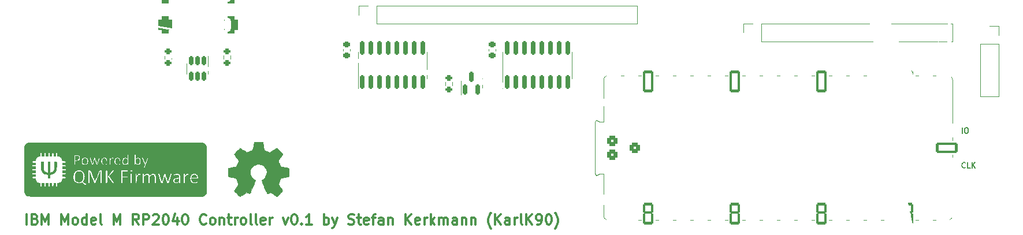
<source format=gto>
%TF.GenerationSoftware,KiCad,Pcbnew,7.0.1-3b83917a11~172~ubuntu22.10.1*%
%TF.CreationDate,2023-04-03T16:10:19+02:00*%
%TF.ProjectId,Model-M-RP2040-USB,4d6f6465-6c2d-44d2-9d52-50323034302d,rev?*%
%TF.SameCoordinates,Original*%
%TF.FileFunction,Legend,Top*%
%TF.FilePolarity,Positive*%
%FSLAX46Y46*%
G04 Gerber Fmt 4.6, Leading zero omitted, Abs format (unit mm)*
G04 Created by KiCad (PCBNEW 7.0.1-3b83917a11~172~ubuntu22.10.1) date 2023-04-03 16:10:19*
%MOMM*%
%LPD*%
G01*
G04 APERTURE LIST*
G04 Aperture macros list*
%AMRoundRect*
0 Rectangle with rounded corners*
0 $1 Rounding radius*
0 $2 $3 $4 $5 $6 $7 $8 $9 X,Y pos of 4 corners*
0 Add a 4 corners polygon primitive as box body*
4,1,4,$2,$3,$4,$5,$6,$7,$8,$9,$2,$3,0*
0 Add four circle primitives for the rounded corners*
1,1,$1+$1,$2,$3*
1,1,$1+$1,$4,$5*
1,1,$1+$1,$6,$7*
1,1,$1+$1,$8,$9*
0 Add four rect primitives between the rounded corners*
20,1,$1+$1,$2,$3,$4,$5,0*
20,1,$1+$1,$4,$5,$6,$7,0*
20,1,$1+$1,$6,$7,$8,$9,0*
20,1,$1+$1,$8,$9,$2,$3,0*%
%AMFreePoly0*
4,1,58,1.881242,0.792533,1.914585,0.788777,1.924216,0.782725,1.935306,0.780194,1.961541,0.759271,1.989950,0.741421,2.341421,0.389950,2.359271,0.361541,2.380194,0.335306,2.382725,0.324216,2.388777,0.314585,2.392533,0.281242,2.400000,0.248529,2.400000,-0.248529,2.392533,-0.281242,2.388777,-0.314585,2.382725,-0.324216,2.380194,-0.335306,2.359271,-0.361541,2.341421,-0.389950,
1.989950,-0.741421,1.961541,-0.759271,1.935306,-0.780194,1.924216,-0.782725,1.914585,-0.788777,1.881242,-0.792533,1.848529,-0.800000,0.000000,-0.800000,-0.248529,-0.800000,-0.281242,-0.792533,-0.314585,-0.788777,-0.324216,-0.782725,-0.335306,-0.780194,-0.361541,-0.759271,-0.389950,-0.741421,-0.741421,-0.389950,-0.759271,-0.361541,-0.780194,-0.335306,-0.782725,-0.324216,-0.788777,-0.314585,
-0.792533,-0.281242,-0.800000,-0.248529,-0.800000,0.248529,-0.792533,0.281242,-0.788777,0.314585,-0.782725,0.324216,-0.780194,0.335306,-0.759271,0.361541,-0.741421,0.389950,-0.389950,0.741421,-0.361541,0.759271,-0.335306,0.780194,-0.324216,0.782725,-0.314585,0.788777,-0.281242,0.792533,-0.248529,0.800000,1.848529,0.800000,1.881242,0.792533,1.881242,0.792533,$1*%
%AMFreePoly1*
4,1,58,0.281242,0.792533,0.314585,0.788777,0.324216,0.782725,0.335306,0.780194,0.361541,0.759271,0.389950,0.741421,0.741421,0.389950,0.759271,0.361541,0.780194,0.335306,0.782725,0.324216,0.788777,0.314585,0.792533,0.281242,0.800000,0.248529,0.800000,-0.248529,0.792533,-0.281242,0.788777,-0.314585,0.782725,-0.324216,0.780194,-0.335306,0.759271,-0.361541,0.741421,-0.389950,
0.389950,-0.741421,0.361541,-0.759271,0.335306,-0.780194,0.324216,-0.782725,0.314585,-0.788777,0.281242,-0.792533,0.248529,-0.800000,0.000000,-0.800000,-0.248529,-0.800000,-0.281242,-0.792533,-0.314585,-0.788777,-0.324216,-0.782725,-0.335306,-0.780194,-0.361541,-0.759271,-0.389950,-0.741421,-0.741421,-0.389950,-0.759271,-0.361541,-0.780194,-0.335306,-0.782725,-0.324216,-0.788777,-0.314585,
-0.792533,-0.281242,-0.800000,-0.248529,-0.800000,0.248529,-0.792533,0.281242,-0.788777,0.314585,-0.782725,0.324216,-0.780194,0.335306,-0.759271,0.361541,-0.741421,0.389950,-0.389950,0.741421,-0.361541,0.759271,-0.335306,0.780194,-0.324216,0.782725,-0.314585,0.788777,-0.281242,0.792533,-0.248529,0.800000,0.248529,0.800000,0.281242,0.792533,0.281242,0.792533,$1*%
%AMFreePoly2*
4,1,58,0.281242,2.392533,0.314585,2.388777,0.324216,2.382725,0.335306,2.380194,0.361541,2.359271,0.389950,2.341421,0.741421,1.989950,0.759271,1.961541,0.780194,1.935306,0.782725,1.924216,0.788777,1.914585,0.792533,1.881242,0.800000,1.848529,0.800000,-0.248529,0.792533,-0.281242,0.788777,-0.314585,0.782725,-0.324216,0.780194,-0.335306,0.759271,-0.361541,0.741421,-0.389950,
0.389950,-0.741421,0.361541,-0.759271,0.335306,-0.780194,0.324216,-0.782725,0.314585,-0.788777,0.281242,-0.792533,0.248529,-0.800000,0.000000,-0.800000,-0.248529,-0.800000,-0.281242,-0.792533,-0.314585,-0.788777,-0.324216,-0.782725,-0.335306,-0.780194,-0.361541,-0.759271,-0.389950,-0.741421,-0.741421,-0.389950,-0.759271,-0.361541,-0.780194,-0.335306,-0.782725,-0.324216,-0.788777,-0.314585,
-0.792533,-0.281242,-0.800000,-0.248529,-0.800000,1.848529,-0.792533,1.881242,-0.788777,1.914585,-0.782725,1.924216,-0.780194,1.935306,-0.759271,1.961541,-0.741421,1.989950,-0.389950,2.341421,-0.361541,2.359271,-0.335306,2.380194,-0.324216,2.382725,-0.314585,2.388777,-0.281242,2.392533,-0.248529,2.400000,0.248529,2.400000,0.281242,2.392533,0.281242,2.392533,$1*%
G04 Aperture macros list end*
%ADD10C,0.200000*%
%ADD11C,0.300000*%
%ADD12C,0.010000*%
%ADD13C,0.120000*%
%ADD14C,0.650000*%
%ADD15R,0.570000X2.450000*%
%ADD16R,0.300000X2.450000*%
%ADD17RoundRect,0.525000X0.525000X0.725000X-0.525000X0.725000X-0.525000X-0.725000X0.525000X-0.725000X0*%
%ADD18RoundRect,0.500000X0.550000X0.500000X-0.550000X0.500000X-0.550000X-0.500000X0.550000X-0.500000X0*%
%ADD19O,1.000000X2.100000*%
%ADD20O,1.000000X1.600000*%
%ADD21FreePoly0,90.000000*%
%ADD22FreePoly1,90.000000*%
%ADD23O,1.600000X3.200000*%
%ADD24C,1.600000*%
%ADD25RoundRect,0.200000X0.600000X-1.400000X0.600000X1.400000X-0.600000X1.400000X-0.600000X-1.400000X0*%
%ADD26RoundRect,0.200000X0.600000X-0.600000X0.600000X0.600000X-0.600000X0.600000X-0.600000X-0.600000X0*%
%ADD27FreePoly2,90.000000*%
%ADD28RoundRect,0.200000X1.400000X-0.600000X1.400000X0.600000X-1.400000X0.600000X-1.400000X-0.600000X0*%
%ADD29O,3.200000X1.600000*%
%ADD30RoundRect,0.300000X0.450000X-0.450000X0.450000X0.450000X-0.450000X0.450000X-0.450000X-0.450000X0*%
%ADD31C,3.500000*%
%ADD32C,1.500000*%
%ADD33R,1.700000X1.700000*%
%ADD34O,1.700000X1.700000*%
%ADD35RoundRect,0.200000X0.275000X-0.200000X0.275000X0.200000X-0.275000X0.200000X-0.275000X-0.200000X0*%
%ADD36RoundRect,0.150000X0.150000X-0.825000X0.150000X0.825000X-0.150000X0.825000X-0.150000X-0.825000X0*%
%ADD37RoundRect,0.225000X-0.250000X0.225000X-0.250000X-0.225000X0.250000X-0.225000X0.250000X0.225000X0*%
%ADD38RoundRect,0.150000X-0.150000X0.512500X-0.150000X-0.512500X0.150000X-0.512500X0.150000X0.512500X0*%
%ADD39RoundRect,0.150000X0.150000X-0.587500X0.150000X0.587500X-0.150000X0.587500X-0.150000X-0.587500X0*%
G04 APERTURE END LIST*
D10*
X171374619Y-56868904D02*
X171336523Y-56907000D01*
X171336523Y-56907000D02*
X171222238Y-56945095D01*
X171222238Y-56945095D02*
X171146047Y-56945095D01*
X171146047Y-56945095D02*
X171031761Y-56907000D01*
X171031761Y-56907000D02*
X170955571Y-56830809D01*
X170955571Y-56830809D02*
X170917476Y-56754619D01*
X170917476Y-56754619D02*
X170879380Y-56602238D01*
X170879380Y-56602238D02*
X170879380Y-56487952D01*
X170879380Y-56487952D02*
X170917476Y-56335571D01*
X170917476Y-56335571D02*
X170955571Y-56259380D01*
X170955571Y-56259380D02*
X171031761Y-56183190D01*
X171031761Y-56183190D02*
X171146047Y-56145095D01*
X171146047Y-56145095D02*
X171222238Y-56145095D01*
X171222238Y-56145095D02*
X171336523Y-56183190D01*
X171336523Y-56183190D02*
X171374619Y-56221285D01*
X172098428Y-56945095D02*
X171717476Y-56945095D01*
X171717476Y-56945095D02*
X171717476Y-56145095D01*
X172365095Y-56945095D02*
X172365095Y-56145095D01*
X172822238Y-56945095D02*
X172479380Y-56487952D01*
X172822238Y-56145095D02*
X172365095Y-56602238D01*
X170917476Y-51865095D02*
X170917476Y-51065095D01*
X171450809Y-51065095D02*
X171603190Y-51065095D01*
X171603190Y-51065095D02*
X171679380Y-51103190D01*
X171679380Y-51103190D02*
X171755571Y-51179380D01*
X171755571Y-51179380D02*
X171793666Y-51331761D01*
X171793666Y-51331761D02*
X171793666Y-51598428D01*
X171793666Y-51598428D02*
X171755571Y-51750809D01*
X171755571Y-51750809D02*
X171679380Y-51827000D01*
X171679380Y-51827000D02*
X171603190Y-51865095D01*
X171603190Y-51865095D02*
X171450809Y-51865095D01*
X171450809Y-51865095D02*
X171374618Y-51827000D01*
X171374618Y-51827000D02*
X171298428Y-51750809D01*
X171298428Y-51750809D02*
X171260332Y-51598428D01*
X171260332Y-51598428D02*
X171260332Y-51331761D01*
X171260332Y-51331761D02*
X171298428Y-51179380D01*
X171298428Y-51179380D02*
X171374618Y-51103190D01*
X171374618Y-51103190D02*
X171450809Y-51065095D01*
D11*
X33797142Y-65241428D02*
X33797142Y-63741428D01*
X35011428Y-64455714D02*
X35225714Y-64527142D01*
X35225714Y-64527142D02*
X35297143Y-64598571D01*
X35297143Y-64598571D02*
X35368571Y-64741428D01*
X35368571Y-64741428D02*
X35368571Y-64955714D01*
X35368571Y-64955714D02*
X35297143Y-65098571D01*
X35297143Y-65098571D02*
X35225714Y-65170000D01*
X35225714Y-65170000D02*
X35082857Y-65241428D01*
X35082857Y-65241428D02*
X34511428Y-65241428D01*
X34511428Y-65241428D02*
X34511428Y-63741428D01*
X34511428Y-63741428D02*
X35011428Y-63741428D01*
X35011428Y-63741428D02*
X35154286Y-63812857D01*
X35154286Y-63812857D02*
X35225714Y-63884285D01*
X35225714Y-63884285D02*
X35297143Y-64027142D01*
X35297143Y-64027142D02*
X35297143Y-64170000D01*
X35297143Y-64170000D02*
X35225714Y-64312857D01*
X35225714Y-64312857D02*
X35154286Y-64384285D01*
X35154286Y-64384285D02*
X35011428Y-64455714D01*
X35011428Y-64455714D02*
X34511428Y-64455714D01*
X36011428Y-65241428D02*
X36011428Y-63741428D01*
X36011428Y-63741428D02*
X36511428Y-64812857D01*
X36511428Y-64812857D02*
X37011428Y-63741428D01*
X37011428Y-63741428D02*
X37011428Y-65241428D01*
X38868571Y-65241428D02*
X38868571Y-63741428D01*
X38868571Y-63741428D02*
X39368571Y-64812857D01*
X39368571Y-64812857D02*
X39868571Y-63741428D01*
X39868571Y-63741428D02*
X39868571Y-65241428D01*
X40797143Y-65241428D02*
X40654286Y-65170000D01*
X40654286Y-65170000D02*
X40582857Y-65098571D01*
X40582857Y-65098571D02*
X40511429Y-64955714D01*
X40511429Y-64955714D02*
X40511429Y-64527142D01*
X40511429Y-64527142D02*
X40582857Y-64384285D01*
X40582857Y-64384285D02*
X40654286Y-64312857D01*
X40654286Y-64312857D02*
X40797143Y-64241428D01*
X40797143Y-64241428D02*
X41011429Y-64241428D01*
X41011429Y-64241428D02*
X41154286Y-64312857D01*
X41154286Y-64312857D02*
X41225715Y-64384285D01*
X41225715Y-64384285D02*
X41297143Y-64527142D01*
X41297143Y-64527142D02*
X41297143Y-64955714D01*
X41297143Y-64955714D02*
X41225715Y-65098571D01*
X41225715Y-65098571D02*
X41154286Y-65170000D01*
X41154286Y-65170000D02*
X41011429Y-65241428D01*
X41011429Y-65241428D02*
X40797143Y-65241428D01*
X42582858Y-65241428D02*
X42582858Y-63741428D01*
X42582858Y-65170000D02*
X42440000Y-65241428D01*
X42440000Y-65241428D02*
X42154286Y-65241428D01*
X42154286Y-65241428D02*
X42011429Y-65170000D01*
X42011429Y-65170000D02*
X41940000Y-65098571D01*
X41940000Y-65098571D02*
X41868572Y-64955714D01*
X41868572Y-64955714D02*
X41868572Y-64527142D01*
X41868572Y-64527142D02*
X41940000Y-64384285D01*
X41940000Y-64384285D02*
X42011429Y-64312857D01*
X42011429Y-64312857D02*
X42154286Y-64241428D01*
X42154286Y-64241428D02*
X42440000Y-64241428D01*
X42440000Y-64241428D02*
X42582858Y-64312857D01*
X43868572Y-65170000D02*
X43725715Y-65241428D01*
X43725715Y-65241428D02*
X43440001Y-65241428D01*
X43440001Y-65241428D02*
X43297143Y-65170000D01*
X43297143Y-65170000D02*
X43225715Y-65027142D01*
X43225715Y-65027142D02*
X43225715Y-64455714D01*
X43225715Y-64455714D02*
X43297143Y-64312857D01*
X43297143Y-64312857D02*
X43440001Y-64241428D01*
X43440001Y-64241428D02*
X43725715Y-64241428D01*
X43725715Y-64241428D02*
X43868572Y-64312857D01*
X43868572Y-64312857D02*
X43940001Y-64455714D01*
X43940001Y-64455714D02*
X43940001Y-64598571D01*
X43940001Y-64598571D02*
X43225715Y-64741428D01*
X44797143Y-65241428D02*
X44654286Y-65170000D01*
X44654286Y-65170000D02*
X44582857Y-65027142D01*
X44582857Y-65027142D02*
X44582857Y-63741428D01*
X46511428Y-65241428D02*
X46511428Y-63741428D01*
X46511428Y-63741428D02*
X47011428Y-64812857D01*
X47011428Y-64812857D02*
X47511428Y-63741428D01*
X47511428Y-63741428D02*
X47511428Y-65241428D01*
X50225714Y-65241428D02*
X49725714Y-64527142D01*
X49368571Y-65241428D02*
X49368571Y-63741428D01*
X49368571Y-63741428D02*
X49940000Y-63741428D01*
X49940000Y-63741428D02*
X50082857Y-63812857D01*
X50082857Y-63812857D02*
X50154286Y-63884285D01*
X50154286Y-63884285D02*
X50225714Y-64027142D01*
X50225714Y-64027142D02*
X50225714Y-64241428D01*
X50225714Y-64241428D02*
X50154286Y-64384285D01*
X50154286Y-64384285D02*
X50082857Y-64455714D01*
X50082857Y-64455714D02*
X49940000Y-64527142D01*
X49940000Y-64527142D02*
X49368571Y-64527142D01*
X50868571Y-65241428D02*
X50868571Y-63741428D01*
X50868571Y-63741428D02*
X51440000Y-63741428D01*
X51440000Y-63741428D02*
X51582857Y-63812857D01*
X51582857Y-63812857D02*
X51654286Y-63884285D01*
X51654286Y-63884285D02*
X51725714Y-64027142D01*
X51725714Y-64027142D02*
X51725714Y-64241428D01*
X51725714Y-64241428D02*
X51654286Y-64384285D01*
X51654286Y-64384285D02*
X51582857Y-64455714D01*
X51582857Y-64455714D02*
X51440000Y-64527142D01*
X51440000Y-64527142D02*
X50868571Y-64527142D01*
X52297143Y-63884285D02*
X52368571Y-63812857D01*
X52368571Y-63812857D02*
X52511429Y-63741428D01*
X52511429Y-63741428D02*
X52868571Y-63741428D01*
X52868571Y-63741428D02*
X53011429Y-63812857D01*
X53011429Y-63812857D02*
X53082857Y-63884285D01*
X53082857Y-63884285D02*
X53154286Y-64027142D01*
X53154286Y-64027142D02*
X53154286Y-64170000D01*
X53154286Y-64170000D02*
X53082857Y-64384285D01*
X53082857Y-64384285D02*
X52225714Y-65241428D01*
X52225714Y-65241428D02*
X53154286Y-65241428D01*
X54082857Y-63741428D02*
X54225714Y-63741428D01*
X54225714Y-63741428D02*
X54368571Y-63812857D01*
X54368571Y-63812857D02*
X54440000Y-63884285D01*
X54440000Y-63884285D02*
X54511428Y-64027142D01*
X54511428Y-64027142D02*
X54582857Y-64312857D01*
X54582857Y-64312857D02*
X54582857Y-64670000D01*
X54582857Y-64670000D02*
X54511428Y-64955714D01*
X54511428Y-64955714D02*
X54440000Y-65098571D01*
X54440000Y-65098571D02*
X54368571Y-65170000D01*
X54368571Y-65170000D02*
X54225714Y-65241428D01*
X54225714Y-65241428D02*
X54082857Y-65241428D01*
X54082857Y-65241428D02*
X53940000Y-65170000D01*
X53940000Y-65170000D02*
X53868571Y-65098571D01*
X53868571Y-65098571D02*
X53797142Y-64955714D01*
X53797142Y-64955714D02*
X53725714Y-64670000D01*
X53725714Y-64670000D02*
X53725714Y-64312857D01*
X53725714Y-64312857D02*
X53797142Y-64027142D01*
X53797142Y-64027142D02*
X53868571Y-63884285D01*
X53868571Y-63884285D02*
X53940000Y-63812857D01*
X53940000Y-63812857D02*
X54082857Y-63741428D01*
X55868571Y-64241428D02*
X55868571Y-65241428D01*
X55511428Y-63670000D02*
X55154285Y-64741428D01*
X55154285Y-64741428D02*
X56082856Y-64741428D01*
X56939999Y-63741428D02*
X57082856Y-63741428D01*
X57082856Y-63741428D02*
X57225713Y-63812857D01*
X57225713Y-63812857D02*
X57297142Y-63884285D01*
X57297142Y-63884285D02*
X57368570Y-64027142D01*
X57368570Y-64027142D02*
X57439999Y-64312857D01*
X57439999Y-64312857D02*
X57439999Y-64670000D01*
X57439999Y-64670000D02*
X57368570Y-64955714D01*
X57368570Y-64955714D02*
X57297142Y-65098571D01*
X57297142Y-65098571D02*
X57225713Y-65170000D01*
X57225713Y-65170000D02*
X57082856Y-65241428D01*
X57082856Y-65241428D02*
X56939999Y-65241428D01*
X56939999Y-65241428D02*
X56797142Y-65170000D01*
X56797142Y-65170000D02*
X56725713Y-65098571D01*
X56725713Y-65098571D02*
X56654284Y-64955714D01*
X56654284Y-64955714D02*
X56582856Y-64670000D01*
X56582856Y-64670000D02*
X56582856Y-64312857D01*
X56582856Y-64312857D02*
X56654284Y-64027142D01*
X56654284Y-64027142D02*
X56725713Y-63884285D01*
X56725713Y-63884285D02*
X56797142Y-63812857D01*
X56797142Y-63812857D02*
X56939999Y-63741428D01*
X60082855Y-65098571D02*
X60011427Y-65170000D01*
X60011427Y-65170000D02*
X59797141Y-65241428D01*
X59797141Y-65241428D02*
X59654284Y-65241428D01*
X59654284Y-65241428D02*
X59439998Y-65170000D01*
X59439998Y-65170000D02*
X59297141Y-65027142D01*
X59297141Y-65027142D02*
X59225712Y-64884285D01*
X59225712Y-64884285D02*
X59154284Y-64598571D01*
X59154284Y-64598571D02*
X59154284Y-64384285D01*
X59154284Y-64384285D02*
X59225712Y-64098571D01*
X59225712Y-64098571D02*
X59297141Y-63955714D01*
X59297141Y-63955714D02*
X59439998Y-63812857D01*
X59439998Y-63812857D02*
X59654284Y-63741428D01*
X59654284Y-63741428D02*
X59797141Y-63741428D01*
X59797141Y-63741428D02*
X60011427Y-63812857D01*
X60011427Y-63812857D02*
X60082855Y-63884285D01*
X60939998Y-65241428D02*
X60797141Y-65170000D01*
X60797141Y-65170000D02*
X60725712Y-65098571D01*
X60725712Y-65098571D02*
X60654284Y-64955714D01*
X60654284Y-64955714D02*
X60654284Y-64527142D01*
X60654284Y-64527142D02*
X60725712Y-64384285D01*
X60725712Y-64384285D02*
X60797141Y-64312857D01*
X60797141Y-64312857D02*
X60939998Y-64241428D01*
X60939998Y-64241428D02*
X61154284Y-64241428D01*
X61154284Y-64241428D02*
X61297141Y-64312857D01*
X61297141Y-64312857D02*
X61368570Y-64384285D01*
X61368570Y-64384285D02*
X61439998Y-64527142D01*
X61439998Y-64527142D02*
X61439998Y-64955714D01*
X61439998Y-64955714D02*
X61368570Y-65098571D01*
X61368570Y-65098571D02*
X61297141Y-65170000D01*
X61297141Y-65170000D02*
X61154284Y-65241428D01*
X61154284Y-65241428D02*
X60939998Y-65241428D01*
X62082855Y-64241428D02*
X62082855Y-65241428D01*
X62082855Y-64384285D02*
X62154284Y-64312857D01*
X62154284Y-64312857D02*
X62297141Y-64241428D01*
X62297141Y-64241428D02*
X62511427Y-64241428D01*
X62511427Y-64241428D02*
X62654284Y-64312857D01*
X62654284Y-64312857D02*
X62725713Y-64455714D01*
X62725713Y-64455714D02*
X62725713Y-65241428D01*
X63225713Y-64241428D02*
X63797141Y-64241428D01*
X63439998Y-63741428D02*
X63439998Y-65027142D01*
X63439998Y-65027142D02*
X63511427Y-65170000D01*
X63511427Y-65170000D02*
X63654284Y-65241428D01*
X63654284Y-65241428D02*
X63797141Y-65241428D01*
X64297141Y-65241428D02*
X64297141Y-64241428D01*
X64297141Y-64527142D02*
X64368570Y-64384285D01*
X64368570Y-64384285D02*
X64439999Y-64312857D01*
X64439999Y-64312857D02*
X64582856Y-64241428D01*
X64582856Y-64241428D02*
X64725713Y-64241428D01*
X65439998Y-65241428D02*
X65297141Y-65170000D01*
X65297141Y-65170000D02*
X65225712Y-65098571D01*
X65225712Y-65098571D02*
X65154284Y-64955714D01*
X65154284Y-64955714D02*
X65154284Y-64527142D01*
X65154284Y-64527142D02*
X65225712Y-64384285D01*
X65225712Y-64384285D02*
X65297141Y-64312857D01*
X65297141Y-64312857D02*
X65439998Y-64241428D01*
X65439998Y-64241428D02*
X65654284Y-64241428D01*
X65654284Y-64241428D02*
X65797141Y-64312857D01*
X65797141Y-64312857D02*
X65868570Y-64384285D01*
X65868570Y-64384285D02*
X65939998Y-64527142D01*
X65939998Y-64527142D02*
X65939998Y-64955714D01*
X65939998Y-64955714D02*
X65868570Y-65098571D01*
X65868570Y-65098571D02*
X65797141Y-65170000D01*
X65797141Y-65170000D02*
X65654284Y-65241428D01*
X65654284Y-65241428D02*
X65439998Y-65241428D01*
X66797141Y-65241428D02*
X66654284Y-65170000D01*
X66654284Y-65170000D02*
X66582855Y-65027142D01*
X66582855Y-65027142D02*
X66582855Y-63741428D01*
X67582855Y-65241428D02*
X67439998Y-65170000D01*
X67439998Y-65170000D02*
X67368569Y-65027142D01*
X67368569Y-65027142D02*
X67368569Y-63741428D01*
X68725712Y-65170000D02*
X68582855Y-65241428D01*
X68582855Y-65241428D02*
X68297141Y-65241428D01*
X68297141Y-65241428D02*
X68154283Y-65170000D01*
X68154283Y-65170000D02*
X68082855Y-65027142D01*
X68082855Y-65027142D02*
X68082855Y-64455714D01*
X68082855Y-64455714D02*
X68154283Y-64312857D01*
X68154283Y-64312857D02*
X68297141Y-64241428D01*
X68297141Y-64241428D02*
X68582855Y-64241428D01*
X68582855Y-64241428D02*
X68725712Y-64312857D01*
X68725712Y-64312857D02*
X68797141Y-64455714D01*
X68797141Y-64455714D02*
X68797141Y-64598571D01*
X68797141Y-64598571D02*
X68082855Y-64741428D01*
X69439997Y-65241428D02*
X69439997Y-64241428D01*
X69439997Y-64527142D02*
X69511426Y-64384285D01*
X69511426Y-64384285D02*
X69582855Y-64312857D01*
X69582855Y-64312857D02*
X69725712Y-64241428D01*
X69725712Y-64241428D02*
X69868569Y-64241428D01*
X71368568Y-64241428D02*
X71725711Y-65241428D01*
X71725711Y-65241428D02*
X72082854Y-64241428D01*
X72939997Y-63741428D02*
X73082854Y-63741428D01*
X73082854Y-63741428D02*
X73225711Y-63812857D01*
X73225711Y-63812857D02*
X73297140Y-63884285D01*
X73297140Y-63884285D02*
X73368568Y-64027142D01*
X73368568Y-64027142D02*
X73439997Y-64312857D01*
X73439997Y-64312857D02*
X73439997Y-64670000D01*
X73439997Y-64670000D02*
X73368568Y-64955714D01*
X73368568Y-64955714D02*
X73297140Y-65098571D01*
X73297140Y-65098571D02*
X73225711Y-65170000D01*
X73225711Y-65170000D02*
X73082854Y-65241428D01*
X73082854Y-65241428D02*
X72939997Y-65241428D01*
X72939997Y-65241428D02*
X72797140Y-65170000D01*
X72797140Y-65170000D02*
X72725711Y-65098571D01*
X72725711Y-65098571D02*
X72654282Y-64955714D01*
X72654282Y-64955714D02*
X72582854Y-64670000D01*
X72582854Y-64670000D02*
X72582854Y-64312857D01*
X72582854Y-64312857D02*
X72654282Y-64027142D01*
X72654282Y-64027142D02*
X72725711Y-63884285D01*
X72725711Y-63884285D02*
X72797140Y-63812857D01*
X72797140Y-63812857D02*
X72939997Y-63741428D01*
X74082853Y-65098571D02*
X74154282Y-65170000D01*
X74154282Y-65170000D02*
X74082853Y-65241428D01*
X74082853Y-65241428D02*
X74011425Y-65170000D01*
X74011425Y-65170000D02*
X74082853Y-65098571D01*
X74082853Y-65098571D02*
X74082853Y-65241428D01*
X75582854Y-65241428D02*
X74725711Y-65241428D01*
X75154282Y-65241428D02*
X75154282Y-63741428D01*
X75154282Y-63741428D02*
X75011425Y-63955714D01*
X75011425Y-63955714D02*
X74868568Y-64098571D01*
X74868568Y-64098571D02*
X74725711Y-64170000D01*
X77368567Y-65241428D02*
X77368567Y-63741428D01*
X77368567Y-64312857D02*
X77511425Y-64241428D01*
X77511425Y-64241428D02*
X77797139Y-64241428D01*
X77797139Y-64241428D02*
X77939996Y-64312857D01*
X77939996Y-64312857D02*
X78011425Y-64384285D01*
X78011425Y-64384285D02*
X78082853Y-64527142D01*
X78082853Y-64527142D02*
X78082853Y-64955714D01*
X78082853Y-64955714D02*
X78011425Y-65098571D01*
X78011425Y-65098571D02*
X77939996Y-65170000D01*
X77939996Y-65170000D02*
X77797139Y-65241428D01*
X77797139Y-65241428D02*
X77511425Y-65241428D01*
X77511425Y-65241428D02*
X77368567Y-65170000D01*
X78582853Y-64241428D02*
X78939996Y-65241428D01*
X79297139Y-64241428D02*
X78939996Y-65241428D01*
X78939996Y-65241428D02*
X78797139Y-65598571D01*
X78797139Y-65598571D02*
X78725710Y-65670000D01*
X78725710Y-65670000D02*
X78582853Y-65741428D01*
X80939996Y-65170000D02*
X81154282Y-65241428D01*
X81154282Y-65241428D02*
X81511424Y-65241428D01*
X81511424Y-65241428D02*
X81654282Y-65170000D01*
X81654282Y-65170000D02*
X81725710Y-65098571D01*
X81725710Y-65098571D02*
X81797139Y-64955714D01*
X81797139Y-64955714D02*
X81797139Y-64812857D01*
X81797139Y-64812857D02*
X81725710Y-64670000D01*
X81725710Y-64670000D02*
X81654282Y-64598571D01*
X81654282Y-64598571D02*
X81511424Y-64527142D01*
X81511424Y-64527142D02*
X81225710Y-64455714D01*
X81225710Y-64455714D02*
X81082853Y-64384285D01*
X81082853Y-64384285D02*
X81011424Y-64312857D01*
X81011424Y-64312857D02*
X80939996Y-64170000D01*
X80939996Y-64170000D02*
X80939996Y-64027142D01*
X80939996Y-64027142D02*
X81011424Y-63884285D01*
X81011424Y-63884285D02*
X81082853Y-63812857D01*
X81082853Y-63812857D02*
X81225710Y-63741428D01*
X81225710Y-63741428D02*
X81582853Y-63741428D01*
X81582853Y-63741428D02*
X81797139Y-63812857D01*
X82225710Y-64241428D02*
X82797138Y-64241428D01*
X82439995Y-63741428D02*
X82439995Y-65027142D01*
X82439995Y-65027142D02*
X82511424Y-65170000D01*
X82511424Y-65170000D02*
X82654281Y-65241428D01*
X82654281Y-65241428D02*
X82797138Y-65241428D01*
X83868567Y-65170000D02*
X83725710Y-65241428D01*
X83725710Y-65241428D02*
X83439996Y-65241428D01*
X83439996Y-65241428D02*
X83297138Y-65170000D01*
X83297138Y-65170000D02*
X83225710Y-65027142D01*
X83225710Y-65027142D02*
X83225710Y-64455714D01*
X83225710Y-64455714D02*
X83297138Y-64312857D01*
X83297138Y-64312857D02*
X83439996Y-64241428D01*
X83439996Y-64241428D02*
X83725710Y-64241428D01*
X83725710Y-64241428D02*
X83868567Y-64312857D01*
X83868567Y-64312857D02*
X83939996Y-64455714D01*
X83939996Y-64455714D02*
X83939996Y-64598571D01*
X83939996Y-64598571D02*
X83225710Y-64741428D01*
X84368567Y-64241428D02*
X84939995Y-64241428D01*
X84582852Y-65241428D02*
X84582852Y-63955714D01*
X84582852Y-63955714D02*
X84654281Y-63812857D01*
X84654281Y-63812857D02*
X84797138Y-63741428D01*
X84797138Y-63741428D02*
X84939995Y-63741428D01*
X86082853Y-65241428D02*
X86082853Y-64455714D01*
X86082853Y-64455714D02*
X86011424Y-64312857D01*
X86011424Y-64312857D02*
X85868567Y-64241428D01*
X85868567Y-64241428D02*
X85582853Y-64241428D01*
X85582853Y-64241428D02*
X85439995Y-64312857D01*
X86082853Y-65170000D02*
X85939995Y-65241428D01*
X85939995Y-65241428D02*
X85582853Y-65241428D01*
X85582853Y-65241428D02*
X85439995Y-65170000D01*
X85439995Y-65170000D02*
X85368567Y-65027142D01*
X85368567Y-65027142D02*
X85368567Y-64884285D01*
X85368567Y-64884285D02*
X85439995Y-64741428D01*
X85439995Y-64741428D02*
X85582853Y-64670000D01*
X85582853Y-64670000D02*
X85939995Y-64670000D01*
X85939995Y-64670000D02*
X86082853Y-64598571D01*
X86797138Y-64241428D02*
X86797138Y-65241428D01*
X86797138Y-64384285D02*
X86868567Y-64312857D01*
X86868567Y-64312857D02*
X87011424Y-64241428D01*
X87011424Y-64241428D02*
X87225710Y-64241428D01*
X87225710Y-64241428D02*
X87368567Y-64312857D01*
X87368567Y-64312857D02*
X87439996Y-64455714D01*
X87439996Y-64455714D02*
X87439996Y-65241428D01*
X89297138Y-65241428D02*
X89297138Y-63741428D01*
X90154281Y-65241428D02*
X89511424Y-64384285D01*
X90154281Y-63741428D02*
X89297138Y-64598571D01*
X91368567Y-65170000D02*
X91225710Y-65241428D01*
X91225710Y-65241428D02*
X90939996Y-65241428D01*
X90939996Y-65241428D02*
X90797138Y-65170000D01*
X90797138Y-65170000D02*
X90725710Y-65027142D01*
X90725710Y-65027142D02*
X90725710Y-64455714D01*
X90725710Y-64455714D02*
X90797138Y-64312857D01*
X90797138Y-64312857D02*
X90939996Y-64241428D01*
X90939996Y-64241428D02*
X91225710Y-64241428D01*
X91225710Y-64241428D02*
X91368567Y-64312857D01*
X91368567Y-64312857D02*
X91439996Y-64455714D01*
X91439996Y-64455714D02*
X91439996Y-64598571D01*
X91439996Y-64598571D02*
X90725710Y-64741428D01*
X92082852Y-65241428D02*
X92082852Y-64241428D01*
X92082852Y-64527142D02*
X92154281Y-64384285D01*
X92154281Y-64384285D02*
X92225710Y-64312857D01*
X92225710Y-64312857D02*
X92368567Y-64241428D01*
X92368567Y-64241428D02*
X92511424Y-64241428D01*
X93011423Y-65241428D02*
X93011423Y-63741428D01*
X93154281Y-64670000D02*
X93582852Y-65241428D01*
X93582852Y-64241428D02*
X93011423Y-64812857D01*
X94225709Y-65241428D02*
X94225709Y-64241428D01*
X94225709Y-64384285D02*
X94297138Y-64312857D01*
X94297138Y-64312857D02*
X94439995Y-64241428D01*
X94439995Y-64241428D02*
X94654281Y-64241428D01*
X94654281Y-64241428D02*
X94797138Y-64312857D01*
X94797138Y-64312857D02*
X94868567Y-64455714D01*
X94868567Y-64455714D02*
X94868567Y-65241428D01*
X94868567Y-64455714D02*
X94939995Y-64312857D01*
X94939995Y-64312857D02*
X95082852Y-64241428D01*
X95082852Y-64241428D02*
X95297138Y-64241428D01*
X95297138Y-64241428D02*
X95439995Y-64312857D01*
X95439995Y-64312857D02*
X95511424Y-64455714D01*
X95511424Y-64455714D02*
X95511424Y-65241428D01*
X96868567Y-65241428D02*
X96868567Y-64455714D01*
X96868567Y-64455714D02*
X96797138Y-64312857D01*
X96797138Y-64312857D02*
X96654281Y-64241428D01*
X96654281Y-64241428D02*
X96368567Y-64241428D01*
X96368567Y-64241428D02*
X96225709Y-64312857D01*
X96868567Y-65170000D02*
X96725709Y-65241428D01*
X96725709Y-65241428D02*
X96368567Y-65241428D01*
X96368567Y-65241428D02*
X96225709Y-65170000D01*
X96225709Y-65170000D02*
X96154281Y-65027142D01*
X96154281Y-65027142D02*
X96154281Y-64884285D01*
X96154281Y-64884285D02*
X96225709Y-64741428D01*
X96225709Y-64741428D02*
X96368567Y-64670000D01*
X96368567Y-64670000D02*
X96725709Y-64670000D01*
X96725709Y-64670000D02*
X96868567Y-64598571D01*
X97582852Y-64241428D02*
X97582852Y-65241428D01*
X97582852Y-64384285D02*
X97654281Y-64312857D01*
X97654281Y-64312857D02*
X97797138Y-64241428D01*
X97797138Y-64241428D02*
X98011424Y-64241428D01*
X98011424Y-64241428D02*
X98154281Y-64312857D01*
X98154281Y-64312857D02*
X98225710Y-64455714D01*
X98225710Y-64455714D02*
X98225710Y-65241428D01*
X98939995Y-64241428D02*
X98939995Y-65241428D01*
X98939995Y-64384285D02*
X99011424Y-64312857D01*
X99011424Y-64312857D02*
X99154281Y-64241428D01*
X99154281Y-64241428D02*
X99368567Y-64241428D01*
X99368567Y-64241428D02*
X99511424Y-64312857D01*
X99511424Y-64312857D02*
X99582853Y-64455714D01*
X99582853Y-64455714D02*
X99582853Y-65241428D01*
X101868567Y-65812857D02*
X101797138Y-65741428D01*
X101797138Y-65741428D02*
X101654281Y-65527142D01*
X101654281Y-65527142D02*
X101582853Y-65384285D01*
X101582853Y-65384285D02*
X101511424Y-65170000D01*
X101511424Y-65170000D02*
X101439995Y-64812857D01*
X101439995Y-64812857D02*
X101439995Y-64527142D01*
X101439995Y-64527142D02*
X101511424Y-64170000D01*
X101511424Y-64170000D02*
X101582853Y-63955714D01*
X101582853Y-63955714D02*
X101654281Y-63812857D01*
X101654281Y-63812857D02*
X101797138Y-63598571D01*
X101797138Y-63598571D02*
X101868567Y-63527142D01*
X102439995Y-65241428D02*
X102439995Y-63741428D01*
X103297138Y-65241428D02*
X102654281Y-64384285D01*
X103297138Y-63741428D02*
X102439995Y-64598571D01*
X104582853Y-65241428D02*
X104582853Y-64455714D01*
X104582853Y-64455714D02*
X104511424Y-64312857D01*
X104511424Y-64312857D02*
X104368567Y-64241428D01*
X104368567Y-64241428D02*
X104082853Y-64241428D01*
X104082853Y-64241428D02*
X103939995Y-64312857D01*
X104582853Y-65170000D02*
X104439995Y-65241428D01*
X104439995Y-65241428D02*
X104082853Y-65241428D01*
X104082853Y-65241428D02*
X103939995Y-65170000D01*
X103939995Y-65170000D02*
X103868567Y-65027142D01*
X103868567Y-65027142D02*
X103868567Y-64884285D01*
X103868567Y-64884285D02*
X103939995Y-64741428D01*
X103939995Y-64741428D02*
X104082853Y-64670000D01*
X104082853Y-64670000D02*
X104439995Y-64670000D01*
X104439995Y-64670000D02*
X104582853Y-64598571D01*
X105297138Y-65241428D02*
X105297138Y-64241428D01*
X105297138Y-64527142D02*
X105368567Y-64384285D01*
X105368567Y-64384285D02*
X105439996Y-64312857D01*
X105439996Y-64312857D02*
X105582853Y-64241428D01*
X105582853Y-64241428D02*
X105725710Y-64241428D01*
X106439995Y-65241428D02*
X106297138Y-65170000D01*
X106297138Y-65170000D02*
X106225709Y-65027142D01*
X106225709Y-65027142D02*
X106225709Y-63741428D01*
X107011423Y-65241428D02*
X107011423Y-63741428D01*
X107868566Y-65241428D02*
X107225709Y-64384285D01*
X107868566Y-63741428D02*
X107011423Y-64598571D01*
X108582852Y-65241428D02*
X108868566Y-65241428D01*
X108868566Y-65241428D02*
X109011423Y-65170000D01*
X109011423Y-65170000D02*
X109082852Y-65098571D01*
X109082852Y-65098571D02*
X109225709Y-64884285D01*
X109225709Y-64884285D02*
X109297138Y-64598571D01*
X109297138Y-64598571D02*
X109297138Y-64027142D01*
X109297138Y-64027142D02*
X109225709Y-63884285D01*
X109225709Y-63884285D02*
X109154281Y-63812857D01*
X109154281Y-63812857D02*
X109011423Y-63741428D01*
X109011423Y-63741428D02*
X108725709Y-63741428D01*
X108725709Y-63741428D02*
X108582852Y-63812857D01*
X108582852Y-63812857D02*
X108511423Y-63884285D01*
X108511423Y-63884285D02*
X108439995Y-64027142D01*
X108439995Y-64027142D02*
X108439995Y-64384285D01*
X108439995Y-64384285D02*
X108511423Y-64527142D01*
X108511423Y-64527142D02*
X108582852Y-64598571D01*
X108582852Y-64598571D02*
X108725709Y-64670000D01*
X108725709Y-64670000D02*
X109011423Y-64670000D01*
X109011423Y-64670000D02*
X109154281Y-64598571D01*
X109154281Y-64598571D02*
X109225709Y-64527142D01*
X109225709Y-64527142D02*
X109297138Y-64384285D01*
X110225709Y-63741428D02*
X110368566Y-63741428D01*
X110368566Y-63741428D02*
X110511423Y-63812857D01*
X110511423Y-63812857D02*
X110582852Y-63884285D01*
X110582852Y-63884285D02*
X110654280Y-64027142D01*
X110654280Y-64027142D02*
X110725709Y-64312857D01*
X110725709Y-64312857D02*
X110725709Y-64670000D01*
X110725709Y-64670000D02*
X110654280Y-64955714D01*
X110654280Y-64955714D02*
X110582852Y-65098571D01*
X110582852Y-65098571D02*
X110511423Y-65170000D01*
X110511423Y-65170000D02*
X110368566Y-65241428D01*
X110368566Y-65241428D02*
X110225709Y-65241428D01*
X110225709Y-65241428D02*
X110082852Y-65170000D01*
X110082852Y-65170000D02*
X110011423Y-65098571D01*
X110011423Y-65098571D02*
X109939994Y-64955714D01*
X109939994Y-64955714D02*
X109868566Y-64670000D01*
X109868566Y-64670000D02*
X109868566Y-64312857D01*
X109868566Y-64312857D02*
X109939994Y-64027142D01*
X109939994Y-64027142D02*
X110011423Y-63884285D01*
X110011423Y-63884285D02*
X110082852Y-63812857D01*
X110082852Y-63812857D02*
X110225709Y-63741428D01*
X111225708Y-65812857D02*
X111297137Y-65741428D01*
X111297137Y-65741428D02*
X111439994Y-65527142D01*
X111439994Y-65527142D02*
X111511423Y-65384285D01*
X111511423Y-65384285D02*
X111582851Y-65170000D01*
X111582851Y-65170000D02*
X111654280Y-64812857D01*
X111654280Y-64812857D02*
X111654280Y-64527142D01*
X111654280Y-64527142D02*
X111582851Y-64170000D01*
X111582851Y-64170000D02*
X111511423Y-63955714D01*
X111511423Y-63955714D02*
X111439994Y-63812857D01*
X111439994Y-63812857D02*
X111297137Y-63598571D01*
X111297137Y-63598571D02*
X111225708Y-63527142D01*
D12*
X68476536Y-53770427D02*
X68589118Y-54367618D01*
X69004531Y-54538865D01*
X69419945Y-54710112D01*
X69918302Y-54371233D01*
X70057869Y-54276877D01*
X70184029Y-54192630D01*
X70290896Y-54122338D01*
X70372583Y-54069847D01*
X70423202Y-54039004D01*
X70436987Y-54032353D01*
X70461821Y-54049458D01*
X70514889Y-54096744D01*
X70590241Y-54168172D01*
X70681930Y-54257700D01*
X70784008Y-54359289D01*
X70890527Y-54466898D01*
X70995537Y-54574487D01*
X71093092Y-54676015D01*
X71177243Y-54765441D01*
X71242041Y-54836726D01*
X71281538Y-54883828D01*
X71290981Y-54899592D01*
X71277392Y-54928653D01*
X71239294Y-54992321D01*
X71180694Y-55084367D01*
X71105598Y-55198564D01*
X71018009Y-55328684D01*
X70967255Y-55402901D01*
X70874746Y-55538422D01*
X70792541Y-55660716D01*
X70724631Y-55763695D01*
X70675001Y-55841273D01*
X70647641Y-55887361D01*
X70643530Y-55897047D01*
X70652850Y-55924574D01*
X70678255Y-55988728D01*
X70715912Y-56080490D01*
X70761987Y-56190839D01*
X70812647Y-56310755D01*
X70864060Y-56431219D01*
X70912390Y-56543209D01*
X70953807Y-56637707D01*
X70984475Y-56705692D01*
X71000562Y-56738143D01*
X71001512Y-56739420D01*
X71026773Y-56745617D01*
X71094046Y-56759440D01*
X71196361Y-56779532D01*
X71326742Y-56804534D01*
X71478217Y-56833086D01*
X71566594Y-56849551D01*
X71728453Y-56880369D01*
X71874650Y-56909694D01*
X71997788Y-56935921D01*
X72090470Y-56957446D01*
X72145302Y-56972665D01*
X72156324Y-56977493D01*
X72167119Y-57010174D01*
X72175830Y-57083985D01*
X72182461Y-57190292D01*
X72187019Y-57320467D01*
X72189510Y-57465876D01*
X72189939Y-57617890D01*
X72188312Y-57767877D01*
X72184636Y-57907206D01*
X72178916Y-58027245D01*
X72171158Y-58119365D01*
X72161369Y-58174932D01*
X72155497Y-58186500D01*
X72120400Y-58200365D01*
X72046029Y-58220188D01*
X71942224Y-58243639D01*
X71818820Y-58268391D01*
X71775742Y-58276398D01*
X71568048Y-58314441D01*
X71403985Y-58345079D01*
X71278131Y-58369529D01*
X71185066Y-58389009D01*
X71119368Y-58404736D01*
X71075618Y-58417928D01*
X71048393Y-58429804D01*
X71032273Y-58441580D01*
X71030018Y-58443908D01*
X71007504Y-58481400D01*
X70973159Y-58554365D01*
X70930412Y-58653867D01*
X70882693Y-58770973D01*
X70833431Y-58896748D01*
X70786056Y-59022257D01*
X70743996Y-59138565D01*
X70710681Y-59236739D01*
X70689542Y-59307843D01*
X70684006Y-59342942D01*
X70684467Y-59344172D01*
X70703224Y-59372861D01*
X70745777Y-59435985D01*
X70807654Y-59526973D01*
X70884383Y-59639255D01*
X70971492Y-59766260D01*
X70996299Y-59802353D01*
X71084753Y-59933203D01*
X71162589Y-60052591D01*
X71225567Y-60153662D01*
X71269446Y-60229559D01*
X71289986Y-60273427D01*
X71290981Y-60278817D01*
X71273723Y-60307144D01*
X71226036Y-60363261D01*
X71154051Y-60441137D01*
X71063898Y-60534740D01*
X70961706Y-60638041D01*
X70853606Y-60745006D01*
X70745729Y-60849606D01*
X70644205Y-60945809D01*
X70555163Y-61027584D01*
X70484734Y-61088900D01*
X70439048Y-61123726D01*
X70426410Y-61129412D01*
X70396992Y-61116020D01*
X70336762Y-61079899D01*
X70255530Y-61027136D01*
X70193031Y-60984667D01*
X70079786Y-60906740D01*
X69945675Y-60814984D01*
X69811156Y-60723375D01*
X69738834Y-60674346D01*
X69494039Y-60508770D01*
X69288551Y-60619875D01*
X69194937Y-60668548D01*
X69115331Y-60706381D01*
X69061468Y-60727958D01*
X69047758Y-60730961D01*
X69031271Y-60708793D01*
X68998746Y-60646149D01*
X68952609Y-60548809D01*
X68895291Y-60422549D01*
X68829217Y-60273150D01*
X68756816Y-60106388D01*
X68680517Y-59928042D01*
X68602747Y-59743891D01*
X68525935Y-59559712D01*
X68452507Y-59381285D01*
X68384893Y-59214387D01*
X68325521Y-59064797D01*
X68276817Y-58938293D01*
X68241211Y-58840654D01*
X68221131Y-58777657D01*
X68217901Y-58756021D01*
X68243497Y-58728424D01*
X68299539Y-58683625D01*
X68374312Y-58630934D01*
X68380588Y-58626765D01*
X68573846Y-58472069D01*
X68729675Y-58291591D01*
X68846725Y-58091102D01*
X68923646Y-57876374D01*
X68959087Y-57653177D01*
X68951698Y-57427281D01*
X68900128Y-57204459D01*
X68803027Y-56990479D01*
X68774459Y-56943664D01*
X68625869Y-56754618D01*
X68450328Y-56602812D01*
X68253911Y-56489034D01*
X68042694Y-56414075D01*
X67822754Y-56378722D01*
X67600164Y-56383767D01*
X67381002Y-56429999D01*
X67171343Y-56518206D01*
X66977262Y-56649179D01*
X66917227Y-56702337D01*
X66764436Y-56868739D01*
X66653098Y-57043912D01*
X66576724Y-57240266D01*
X66534188Y-57434717D01*
X66523687Y-57653342D01*
X66558701Y-57873052D01*
X66635674Y-58086420D01*
X66751048Y-58286022D01*
X66901266Y-58464429D01*
X67082774Y-58614217D01*
X67106628Y-58630006D01*
X67182202Y-58681712D01*
X67239652Y-58726512D01*
X67267118Y-58755117D01*
X67267518Y-58756021D01*
X67261621Y-58786964D01*
X67238246Y-58857191D01*
X67199822Y-58960925D01*
X67148778Y-59092390D01*
X67087543Y-59245807D01*
X67018545Y-59415401D01*
X66944214Y-59595393D01*
X66866979Y-59780008D01*
X66789269Y-59963468D01*
X66713512Y-60139996D01*
X66642138Y-60303814D01*
X66577575Y-60449147D01*
X66522253Y-60570217D01*
X66478601Y-60661247D01*
X66449047Y-60716460D01*
X66437145Y-60730961D01*
X66400778Y-60719669D01*
X66332731Y-60689385D01*
X66244737Y-60645520D01*
X66196351Y-60619875D01*
X65990864Y-60508770D01*
X65746069Y-60674346D01*
X65621107Y-60759170D01*
X65484296Y-60852516D01*
X65356089Y-60940408D01*
X65291872Y-60984667D01*
X65201552Y-61045318D01*
X65125072Y-61093381D01*
X65072408Y-61122770D01*
X65055303Y-61128982D01*
X65030406Y-61112223D01*
X64975306Y-61065436D01*
X64895344Y-60993480D01*
X64795861Y-60901212D01*
X64682201Y-60793490D01*
X64610316Y-60724326D01*
X64484552Y-60600757D01*
X64375864Y-60490234D01*
X64288646Y-60397485D01*
X64227290Y-60327237D01*
X64196192Y-60284220D01*
X64193209Y-60275490D01*
X64207054Y-60242284D01*
X64245313Y-60175142D01*
X64303742Y-60080863D01*
X64378098Y-59966245D01*
X64464136Y-59838083D01*
X64488603Y-59802353D01*
X64577755Y-59672489D01*
X64657739Y-59555569D01*
X64724081Y-59458162D01*
X64772312Y-59386839D01*
X64797958Y-59348170D01*
X64800436Y-59344172D01*
X64796730Y-59313355D01*
X64777062Y-59245599D01*
X64744861Y-59149839D01*
X64703556Y-59035009D01*
X64656576Y-58910044D01*
X64607350Y-58783879D01*
X64559309Y-58665448D01*
X64515882Y-58563685D01*
X64480497Y-58487526D01*
X64456585Y-58445904D01*
X64454885Y-58443908D01*
X64440263Y-58432013D01*
X64415566Y-58420250D01*
X64375373Y-58407401D01*
X64314264Y-58392249D01*
X64226818Y-58373576D01*
X64107613Y-58350165D01*
X63951228Y-58320797D01*
X63752244Y-58284255D01*
X63709161Y-58276398D01*
X63581471Y-58251727D01*
X63470154Y-58227593D01*
X63385046Y-58206324D01*
X63335984Y-58190248D01*
X63329406Y-58186500D01*
X63318565Y-58153273D01*
X63309754Y-58079021D01*
X63302977Y-57972376D01*
X63298241Y-57841967D01*
X63295551Y-57696427D01*
X63294914Y-57544386D01*
X63296335Y-57394476D01*
X63299821Y-57255328D01*
X63305377Y-57135572D01*
X63313009Y-57043841D01*
X63322723Y-56988766D01*
X63328579Y-56977493D01*
X63361181Y-56966123D01*
X63435419Y-56947624D01*
X63543897Y-56923602D01*
X63679218Y-56895662D01*
X63833986Y-56865408D01*
X63918308Y-56849551D01*
X64078297Y-56819644D01*
X64220968Y-56792550D01*
X64339349Y-56769631D01*
X64426466Y-56752243D01*
X64475346Y-56741747D01*
X64483391Y-56739420D01*
X64496988Y-56713186D01*
X64525730Y-56649995D01*
X64565786Y-56558877D01*
X64613325Y-56448857D01*
X64664516Y-56328965D01*
X64715527Y-56208227D01*
X64762527Y-56095671D01*
X64801685Y-56000326D01*
X64829170Y-55931217D01*
X64841150Y-55897374D01*
X64841373Y-55895895D01*
X64827792Y-55869197D01*
X64789716Y-55807760D01*
X64731148Y-55717689D01*
X64656089Y-55605090D01*
X64568541Y-55476070D01*
X64517648Y-55401961D01*
X64424910Y-55266077D01*
X64342542Y-55142709D01*
X64274562Y-55038097D01*
X64224989Y-54958483D01*
X64197843Y-54910107D01*
X64193922Y-54899262D01*
X64210776Y-54874020D01*
X64257369Y-54820124D01*
X64327749Y-54743613D01*
X64415966Y-54650523D01*
X64516066Y-54546895D01*
X64622099Y-54438764D01*
X64728112Y-54332170D01*
X64828153Y-54233150D01*
X64916271Y-54147742D01*
X64986514Y-54081985D01*
X65032929Y-54041916D01*
X65048457Y-54032353D01*
X65073740Y-54045800D01*
X65134212Y-54083575D01*
X65223993Y-54141835D01*
X65337204Y-54216734D01*
X65467964Y-54304425D01*
X65566600Y-54371233D01*
X66064958Y-54710112D01*
X66480371Y-54538865D01*
X66895785Y-54367618D01*
X67008367Y-53770427D01*
X67120950Y-53173235D01*
X68363953Y-53173235D01*
X68476536Y-53770427D01*
G36*
X68476536Y-53770427D02*
G01*
X68589118Y-54367618D01*
X69004531Y-54538865D01*
X69419945Y-54710112D01*
X69918302Y-54371233D01*
X70057869Y-54276877D01*
X70184029Y-54192630D01*
X70290896Y-54122338D01*
X70372583Y-54069847D01*
X70423202Y-54039004D01*
X70436987Y-54032353D01*
X70461821Y-54049458D01*
X70514889Y-54096744D01*
X70590241Y-54168172D01*
X70681930Y-54257700D01*
X70784008Y-54359289D01*
X70890527Y-54466898D01*
X70995537Y-54574487D01*
X71093092Y-54676015D01*
X71177243Y-54765441D01*
X71242041Y-54836726D01*
X71281538Y-54883828D01*
X71290981Y-54899592D01*
X71277392Y-54928653D01*
X71239294Y-54992321D01*
X71180694Y-55084367D01*
X71105598Y-55198564D01*
X71018009Y-55328684D01*
X70967255Y-55402901D01*
X70874746Y-55538422D01*
X70792541Y-55660716D01*
X70724631Y-55763695D01*
X70675001Y-55841273D01*
X70647641Y-55887361D01*
X70643530Y-55897047D01*
X70652850Y-55924574D01*
X70678255Y-55988728D01*
X70715912Y-56080490D01*
X70761987Y-56190839D01*
X70812647Y-56310755D01*
X70864060Y-56431219D01*
X70912390Y-56543209D01*
X70953807Y-56637707D01*
X70984475Y-56705692D01*
X71000562Y-56738143D01*
X71001512Y-56739420D01*
X71026773Y-56745617D01*
X71094046Y-56759440D01*
X71196361Y-56779532D01*
X71326742Y-56804534D01*
X71478217Y-56833086D01*
X71566594Y-56849551D01*
X71728453Y-56880369D01*
X71874650Y-56909694D01*
X71997788Y-56935921D01*
X72090470Y-56957446D01*
X72145302Y-56972665D01*
X72156324Y-56977493D01*
X72167119Y-57010174D01*
X72175830Y-57083985D01*
X72182461Y-57190292D01*
X72187019Y-57320467D01*
X72189510Y-57465876D01*
X72189939Y-57617890D01*
X72188312Y-57767877D01*
X72184636Y-57907206D01*
X72178916Y-58027245D01*
X72171158Y-58119365D01*
X72161369Y-58174932D01*
X72155497Y-58186500D01*
X72120400Y-58200365D01*
X72046029Y-58220188D01*
X71942224Y-58243639D01*
X71818820Y-58268391D01*
X71775742Y-58276398D01*
X71568048Y-58314441D01*
X71403985Y-58345079D01*
X71278131Y-58369529D01*
X71185066Y-58389009D01*
X71119368Y-58404736D01*
X71075618Y-58417928D01*
X71048393Y-58429804D01*
X71032273Y-58441580D01*
X71030018Y-58443908D01*
X71007504Y-58481400D01*
X70973159Y-58554365D01*
X70930412Y-58653867D01*
X70882693Y-58770973D01*
X70833431Y-58896748D01*
X70786056Y-59022257D01*
X70743996Y-59138565D01*
X70710681Y-59236739D01*
X70689542Y-59307843D01*
X70684006Y-59342942D01*
X70684467Y-59344172D01*
X70703224Y-59372861D01*
X70745777Y-59435985D01*
X70807654Y-59526973D01*
X70884383Y-59639255D01*
X70971492Y-59766260D01*
X70996299Y-59802353D01*
X71084753Y-59933203D01*
X71162589Y-60052591D01*
X71225567Y-60153662D01*
X71269446Y-60229559D01*
X71289986Y-60273427D01*
X71290981Y-60278817D01*
X71273723Y-60307144D01*
X71226036Y-60363261D01*
X71154051Y-60441137D01*
X71063898Y-60534740D01*
X70961706Y-60638041D01*
X70853606Y-60745006D01*
X70745729Y-60849606D01*
X70644205Y-60945809D01*
X70555163Y-61027584D01*
X70484734Y-61088900D01*
X70439048Y-61123726D01*
X70426410Y-61129412D01*
X70396992Y-61116020D01*
X70336762Y-61079899D01*
X70255530Y-61027136D01*
X70193031Y-60984667D01*
X70079786Y-60906740D01*
X69945675Y-60814984D01*
X69811156Y-60723375D01*
X69738834Y-60674346D01*
X69494039Y-60508770D01*
X69288551Y-60619875D01*
X69194937Y-60668548D01*
X69115331Y-60706381D01*
X69061468Y-60727958D01*
X69047758Y-60730961D01*
X69031271Y-60708793D01*
X68998746Y-60646149D01*
X68952609Y-60548809D01*
X68895291Y-60422549D01*
X68829217Y-60273150D01*
X68756816Y-60106388D01*
X68680517Y-59928042D01*
X68602747Y-59743891D01*
X68525935Y-59559712D01*
X68452507Y-59381285D01*
X68384893Y-59214387D01*
X68325521Y-59064797D01*
X68276817Y-58938293D01*
X68241211Y-58840654D01*
X68221131Y-58777657D01*
X68217901Y-58756021D01*
X68243497Y-58728424D01*
X68299539Y-58683625D01*
X68374312Y-58630934D01*
X68380588Y-58626765D01*
X68573846Y-58472069D01*
X68729675Y-58291591D01*
X68846725Y-58091102D01*
X68923646Y-57876374D01*
X68959087Y-57653177D01*
X68951698Y-57427281D01*
X68900128Y-57204459D01*
X68803027Y-56990479D01*
X68774459Y-56943664D01*
X68625869Y-56754618D01*
X68450328Y-56602812D01*
X68253911Y-56489034D01*
X68042694Y-56414075D01*
X67822754Y-56378722D01*
X67600164Y-56383767D01*
X67381002Y-56429999D01*
X67171343Y-56518206D01*
X66977262Y-56649179D01*
X66917227Y-56702337D01*
X66764436Y-56868739D01*
X66653098Y-57043912D01*
X66576724Y-57240266D01*
X66534188Y-57434717D01*
X66523687Y-57653342D01*
X66558701Y-57873052D01*
X66635674Y-58086420D01*
X66751048Y-58286022D01*
X66901266Y-58464429D01*
X67082774Y-58614217D01*
X67106628Y-58630006D01*
X67182202Y-58681712D01*
X67239652Y-58726512D01*
X67267118Y-58755117D01*
X67267518Y-58756021D01*
X67261621Y-58786964D01*
X67238246Y-58857191D01*
X67199822Y-58960925D01*
X67148778Y-59092390D01*
X67087543Y-59245807D01*
X67018545Y-59415401D01*
X66944214Y-59595393D01*
X66866979Y-59780008D01*
X66789269Y-59963468D01*
X66713512Y-60139996D01*
X66642138Y-60303814D01*
X66577575Y-60449147D01*
X66522253Y-60570217D01*
X66478601Y-60661247D01*
X66449047Y-60716460D01*
X66437145Y-60730961D01*
X66400778Y-60719669D01*
X66332731Y-60689385D01*
X66244737Y-60645520D01*
X66196351Y-60619875D01*
X65990864Y-60508770D01*
X65746069Y-60674346D01*
X65621107Y-60759170D01*
X65484296Y-60852516D01*
X65356089Y-60940408D01*
X65291872Y-60984667D01*
X65201552Y-61045318D01*
X65125072Y-61093381D01*
X65072408Y-61122770D01*
X65055303Y-61128982D01*
X65030406Y-61112223D01*
X64975306Y-61065436D01*
X64895344Y-60993480D01*
X64795861Y-60901212D01*
X64682201Y-60793490D01*
X64610316Y-60724326D01*
X64484552Y-60600757D01*
X64375864Y-60490234D01*
X64288646Y-60397485D01*
X64227290Y-60327237D01*
X64196192Y-60284220D01*
X64193209Y-60275490D01*
X64207054Y-60242284D01*
X64245313Y-60175142D01*
X64303742Y-60080863D01*
X64378098Y-59966245D01*
X64464136Y-59838083D01*
X64488603Y-59802353D01*
X64577755Y-59672489D01*
X64657739Y-59555569D01*
X64724081Y-59458162D01*
X64772312Y-59386839D01*
X64797958Y-59348170D01*
X64800436Y-59344172D01*
X64796730Y-59313355D01*
X64777062Y-59245599D01*
X64744861Y-59149839D01*
X64703556Y-59035009D01*
X64656576Y-58910044D01*
X64607350Y-58783879D01*
X64559309Y-58665448D01*
X64515882Y-58563685D01*
X64480497Y-58487526D01*
X64456585Y-58445904D01*
X64454885Y-58443908D01*
X64440263Y-58432013D01*
X64415566Y-58420250D01*
X64375373Y-58407401D01*
X64314264Y-58392249D01*
X64226818Y-58373576D01*
X64107613Y-58350165D01*
X63951228Y-58320797D01*
X63752244Y-58284255D01*
X63709161Y-58276398D01*
X63581471Y-58251727D01*
X63470154Y-58227593D01*
X63385046Y-58206324D01*
X63335984Y-58190248D01*
X63329406Y-58186500D01*
X63318565Y-58153273D01*
X63309754Y-58079021D01*
X63302977Y-57972376D01*
X63298241Y-57841967D01*
X63295551Y-57696427D01*
X63294914Y-57544386D01*
X63296335Y-57394476D01*
X63299821Y-57255328D01*
X63305377Y-57135572D01*
X63313009Y-57043841D01*
X63322723Y-56988766D01*
X63328579Y-56977493D01*
X63361181Y-56966123D01*
X63435419Y-56947624D01*
X63543897Y-56923602D01*
X63679218Y-56895662D01*
X63833986Y-56865408D01*
X63918308Y-56849551D01*
X64078297Y-56819644D01*
X64220968Y-56792550D01*
X64339349Y-56769631D01*
X64426466Y-56752243D01*
X64475346Y-56741747D01*
X64483391Y-56739420D01*
X64496988Y-56713186D01*
X64525730Y-56649995D01*
X64565786Y-56558877D01*
X64613325Y-56448857D01*
X64664516Y-56328965D01*
X64715527Y-56208227D01*
X64762527Y-56095671D01*
X64801685Y-56000326D01*
X64829170Y-55931217D01*
X64841150Y-55897374D01*
X64841373Y-55895895D01*
X64827792Y-55869197D01*
X64789716Y-55807760D01*
X64731148Y-55717689D01*
X64656089Y-55605090D01*
X64568541Y-55476070D01*
X64517648Y-55401961D01*
X64424910Y-55266077D01*
X64342542Y-55142709D01*
X64274562Y-55038097D01*
X64224989Y-54958483D01*
X64197843Y-54910107D01*
X64193922Y-54899262D01*
X64210776Y-54874020D01*
X64257369Y-54820124D01*
X64327749Y-54743613D01*
X64415966Y-54650523D01*
X64516066Y-54546895D01*
X64622099Y-54438764D01*
X64728112Y-54332170D01*
X64828153Y-54233150D01*
X64916271Y-54147742D01*
X64986514Y-54081985D01*
X65032929Y-54041916D01*
X65048457Y-54032353D01*
X65073740Y-54045800D01*
X65134212Y-54083575D01*
X65223993Y-54141835D01*
X65337204Y-54216734D01*
X65467964Y-54304425D01*
X65566600Y-54371233D01*
X66064958Y-54710112D01*
X66480371Y-54538865D01*
X66895785Y-54367618D01*
X67008367Y-53770427D01*
X67120950Y-53173235D01*
X68363953Y-53173235D01*
X68476536Y-53770427D01*
G37*
X50115203Y-55560043D02*
X50190183Y-55614511D01*
X50236801Y-55682109D01*
X50264736Y-55773891D01*
X50276846Y-55888426D01*
X50273385Y-56009309D01*
X50254613Y-56120133D01*
X50228842Y-56190334D01*
X50180725Y-56265310D01*
X50125351Y-56306575D01*
X50049500Y-56322328D01*
X50014418Y-56323333D01*
X49957468Y-56317977D01*
X49908381Y-56296959D01*
X49851758Y-56252861D01*
X49833110Y-56235971D01*
X49738333Y-56148608D01*
X49738333Y-55948829D01*
X49740665Y-55856472D01*
X49746913Y-55776580D01*
X49755951Y-55721166D01*
X49761005Y-55706688D01*
X49797456Y-55664924D01*
X49858126Y-55618381D01*
X49928328Y-55576175D01*
X49993376Y-55547422D01*
X50029278Y-55540167D01*
X50115203Y-55560043D01*
G36*
X50115203Y-55560043D02*
G01*
X50190183Y-55614511D01*
X50236801Y-55682109D01*
X50264736Y-55773891D01*
X50276846Y-55888426D01*
X50273385Y-56009309D01*
X50254613Y-56120133D01*
X50228842Y-56190334D01*
X50180725Y-56265310D01*
X50125351Y-56306575D01*
X50049500Y-56322328D01*
X50014418Y-56323333D01*
X49957468Y-56317977D01*
X49908381Y-56296959D01*
X49851758Y-56252861D01*
X49833110Y-56235971D01*
X49738333Y-56148608D01*
X49738333Y-55948829D01*
X49740665Y-55856472D01*
X49746913Y-55776580D01*
X49755951Y-55721166D01*
X49761005Y-55706688D01*
X49797456Y-55664924D01*
X49858126Y-55618381D01*
X49928328Y-55576175D01*
X49993376Y-55547422D01*
X50029278Y-55540167D01*
X50115203Y-55560043D01*
G37*
X48302153Y-55579035D02*
X48384929Y-55639076D01*
X48468333Y-55714426D01*
X48467660Y-55928921D01*
X48465844Y-56037291D01*
X48458653Y-56113535D01*
X48442267Y-56167830D01*
X48412867Y-56210355D01*
X48366634Y-56251289D01*
X48338827Y-56272265D01*
X48261630Y-56309349D01*
X48172349Y-56323370D01*
X48089142Y-56312571D01*
X48058865Y-56299347D01*
X48009474Y-56248603D01*
X47972106Y-56167083D01*
X47947959Y-56064936D01*
X47938228Y-55952313D01*
X47944108Y-55839360D01*
X47966795Y-55736229D01*
X47986791Y-55687526D01*
X48048094Y-55601669D01*
X48123528Y-55554671D01*
X48209434Y-55546978D01*
X48302153Y-55579035D01*
G36*
X48302153Y-55579035D02*
G01*
X48384929Y-55639076D01*
X48468333Y-55714426D01*
X48467660Y-55928921D01*
X48465844Y-56037291D01*
X48458653Y-56113535D01*
X48442267Y-56167830D01*
X48412867Y-56210355D01*
X48366634Y-56251289D01*
X48338827Y-56272265D01*
X48261630Y-56309349D01*
X48172349Y-56323370D01*
X48089142Y-56312571D01*
X48058865Y-56299347D01*
X48009474Y-56248603D01*
X47972106Y-56167083D01*
X47947959Y-56064936D01*
X47938228Y-55952313D01*
X47944108Y-55839360D01*
X47966795Y-55736229D01*
X47986791Y-55687526D01*
X48048094Y-55601669D01*
X48123528Y-55554671D01*
X48209434Y-55546978D01*
X48302153Y-55579035D01*
G37*
X47138569Y-55541174D02*
X47139514Y-55541427D01*
X47218281Y-55580333D01*
X47272341Y-55649865D01*
X47304324Y-55752696D01*
X47319649Y-55836500D01*
X47047324Y-55836500D01*
X46932567Y-55835705D01*
X46854039Y-55832869D01*
X46805660Y-55827313D01*
X46781346Y-55818359D01*
X46775000Y-55806128D01*
X46788477Y-55741224D01*
X46822562Y-55667496D01*
X46864796Y-55608926D01*
X46941328Y-55556073D01*
X47037332Y-55532323D01*
X47138569Y-55541174D01*
G36*
X47138569Y-55541174D02*
G01*
X47139514Y-55541427D01*
X47218281Y-55580333D01*
X47272341Y-55649865D01*
X47304324Y-55752696D01*
X47319649Y-55836500D01*
X47047324Y-55836500D01*
X46932567Y-55835705D01*
X46854039Y-55832869D01*
X46805660Y-55827313D01*
X46781346Y-55818359D01*
X46775000Y-55806128D01*
X46788477Y-55741224D01*
X46822562Y-55667496D01*
X46864796Y-55608926D01*
X46941328Y-55556073D01*
X47037332Y-55532323D01*
X47138569Y-55541174D01*
G37*
X45217617Y-55550441D02*
X45297417Y-55601423D01*
X45348017Y-55678716D01*
X45372267Y-55739726D01*
X45382200Y-55782551D01*
X45372809Y-55810408D01*
X45339083Y-55826516D01*
X45276017Y-55834093D01*
X45178600Y-55836355D01*
X45102430Y-55836500D01*
X44826860Y-55836500D01*
X44840817Y-55778292D01*
X44883139Y-55663899D01*
X44947061Y-55585625D01*
X45033483Y-55542656D01*
X45113416Y-55533111D01*
X45217617Y-55550441D01*
G36*
X45217617Y-55550441D02*
G01*
X45297417Y-55601423D01*
X45348017Y-55678716D01*
X45372267Y-55739726D01*
X45382200Y-55782551D01*
X45372809Y-55810408D01*
X45339083Y-55826516D01*
X45276017Y-55834093D01*
X45178600Y-55836355D01*
X45102430Y-55836500D01*
X44826860Y-55836500D01*
X44840817Y-55778292D01*
X44883139Y-55663899D01*
X44947061Y-55585625D01*
X45033483Y-55542656D01*
X45113416Y-55533111D01*
X45217617Y-55550441D01*
G37*
X42393631Y-55555714D02*
X42478028Y-55602969D01*
X42537334Y-55682962D01*
X42572265Y-55796645D01*
X42583535Y-55939134D01*
X42573995Y-56075299D01*
X42543289Y-56178633D01*
X42489670Y-56253923D01*
X42459682Y-56278484D01*
X42377490Y-56316854D01*
X42282893Y-56333023D01*
X42201763Y-56324379D01*
X42112094Y-56288292D01*
X42049240Y-56238626D01*
X42009269Y-56168538D01*
X41988248Y-56071182D01*
X41982242Y-55942333D01*
X41993846Y-55794758D01*
X42029154Y-55681755D01*
X42088909Y-55602332D01*
X42173858Y-55555493D01*
X42283426Y-55540246D01*
X42393631Y-55555714D01*
G36*
X42393631Y-55555714D02*
G01*
X42478028Y-55602969D01*
X42537334Y-55682962D01*
X42572265Y-55796645D01*
X42583535Y-55939134D01*
X42573995Y-56075299D01*
X42543289Y-56178633D01*
X42489670Y-56253923D01*
X42459682Y-56278484D01*
X42377490Y-56316854D01*
X42282893Y-56333023D01*
X42201763Y-56324379D01*
X42112094Y-56288292D01*
X42049240Y-56238626D01*
X42009269Y-56168538D01*
X41988248Y-56071182D01*
X41982242Y-55942333D01*
X41993846Y-55794758D01*
X42029154Y-55681755D01*
X42088909Y-55602332D01*
X42173858Y-55555493D01*
X42283426Y-55540246D01*
X42393631Y-55555714D01*
G37*
X41193538Y-55191834D02*
X41291806Y-55227179D01*
X41357441Y-55287633D01*
X41392032Y-55374462D01*
X41398633Y-55449157D01*
X41381452Y-55562447D01*
X41330915Y-55650348D01*
X41248383Y-55711699D01*
X41135214Y-55745340D01*
X41044125Y-55751800D01*
X40911833Y-55751833D01*
X40911833Y-55180333D01*
X41061051Y-55180333D01*
X41193538Y-55191834D01*
G36*
X41193538Y-55191834D02*
G01*
X41291806Y-55227179D01*
X41357441Y-55287633D01*
X41392032Y-55374462D01*
X41398633Y-55449157D01*
X41381452Y-55562447D01*
X41330915Y-55650348D01*
X41248383Y-55711699D01*
X41135214Y-55745340D01*
X41044125Y-55751800D01*
X40911833Y-55751833D01*
X40911833Y-55180333D01*
X41061051Y-55180333D01*
X41193538Y-55191834D01*
G37*
X58430385Y-57950122D02*
X58525457Y-58002921D01*
X58594917Y-58088048D01*
X58636218Y-58203153D01*
X58641822Y-58236169D01*
X58655254Y-58334167D01*
X58292543Y-58334167D01*
X58153191Y-58333408D01*
X58051718Y-58330916D01*
X57983694Y-58326368D01*
X57944690Y-58319440D01*
X57930276Y-58309809D01*
X57929951Y-58307708D01*
X57942943Y-58231987D01*
X57975772Y-58145651D01*
X58020068Y-58069650D01*
X58030200Y-58056779D01*
X58121277Y-57980058D01*
X58234116Y-57938976D01*
X58312246Y-57932000D01*
X58430385Y-57950122D01*
G36*
X58430385Y-57950122D02*
G01*
X58525457Y-58002921D01*
X58594917Y-58088048D01*
X58636218Y-58203153D01*
X58641822Y-58236169D01*
X58655254Y-58334167D01*
X58292543Y-58334167D01*
X58153191Y-58333408D01*
X58051718Y-58330916D01*
X57983694Y-58326368D01*
X57944690Y-58319440D01*
X57930276Y-58309809D01*
X57929951Y-58307708D01*
X57942943Y-58231987D01*
X57975772Y-58145651D01*
X58020068Y-58069650D01*
X58030200Y-58056779D01*
X58121277Y-57980058D01*
X58234116Y-57938976D01*
X58312246Y-57932000D01*
X58430385Y-57950122D01*
G37*
X56046000Y-58667782D02*
X56044721Y-58747469D01*
X56038098Y-58797820D01*
X56021949Y-58831816D01*
X55992094Y-58862438D01*
X55979962Y-58872804D01*
X55857129Y-58955575D01*
X55734857Y-58996377D01*
X55619013Y-58996677D01*
X55541719Y-58964839D01*
X55484395Y-58902588D01*
X55455319Y-58820198D01*
X55453333Y-58791073D01*
X55464089Y-58705813D01*
X55498965Y-58640376D01*
X55561872Y-58592238D01*
X55656721Y-58558878D01*
X55787423Y-58537775D01*
X55855346Y-58531860D01*
X56046000Y-58518327D01*
X56046000Y-58667782D01*
G36*
X56046000Y-58667782D02*
G01*
X56044721Y-58747469D01*
X56038098Y-58797820D01*
X56021949Y-58831816D01*
X55992094Y-58862438D01*
X55979962Y-58872804D01*
X55857129Y-58955575D01*
X55734857Y-58996377D01*
X55619013Y-58996677D01*
X55541719Y-58964839D01*
X55484395Y-58902588D01*
X55455319Y-58820198D01*
X55453333Y-58791073D01*
X55464089Y-58705813D01*
X55498965Y-58640376D01*
X55561872Y-58592238D01*
X55656721Y-58558878D01*
X55787423Y-58537775D01*
X55855346Y-58531860D01*
X56046000Y-58518327D01*
X56046000Y-58667782D01*
G37*
X41541926Y-57459887D02*
X41663579Y-57489401D01*
X41698375Y-57504336D01*
X41801611Y-57578120D01*
X41885483Y-57685581D01*
X41948372Y-57821957D01*
X41988661Y-57982492D01*
X42004730Y-58162427D01*
X41994963Y-58357001D01*
X41993221Y-58371437D01*
X41976648Y-58470332D01*
X41953337Y-58568526D01*
X41928044Y-58646297D01*
X41925479Y-58652446D01*
X41865240Y-58753422D01*
X41780562Y-58844535D01*
X41683818Y-58914177D01*
X41614421Y-58944274D01*
X41528345Y-58960397D01*
X41422796Y-58966627D01*
X41315370Y-58963107D01*
X41223662Y-58949975D01*
X41192056Y-58940912D01*
X41073711Y-58878455D01*
X40980342Y-58785341D01*
X40911394Y-58660405D01*
X40866312Y-58502483D01*
X40844538Y-58310410D01*
X40842199Y-58207832D01*
X40855894Y-58003726D01*
X40895978Y-57829890D01*
X40961960Y-57687417D01*
X41053345Y-57577402D01*
X41158746Y-57506132D01*
X41273136Y-57468307D01*
X41406321Y-57452874D01*
X41541926Y-57459887D01*
G36*
X41541926Y-57459887D02*
G01*
X41663579Y-57489401D01*
X41698375Y-57504336D01*
X41801611Y-57578120D01*
X41885483Y-57685581D01*
X41948372Y-57821957D01*
X41988661Y-57982492D01*
X42004730Y-58162427D01*
X41994963Y-58357001D01*
X41993221Y-58371437D01*
X41976648Y-58470332D01*
X41953337Y-58568526D01*
X41928044Y-58646297D01*
X41925479Y-58652446D01*
X41865240Y-58753422D01*
X41780562Y-58844535D01*
X41683818Y-58914177D01*
X41614421Y-58944274D01*
X41528345Y-58960397D01*
X41422796Y-58966627D01*
X41315370Y-58963107D01*
X41223662Y-58949975D01*
X41192056Y-58940912D01*
X41073711Y-58878455D01*
X40980342Y-58785341D01*
X40911394Y-58660405D01*
X40866312Y-58502483D01*
X40844538Y-58310410D01*
X40842199Y-58207832D01*
X40855894Y-58003726D01*
X40895978Y-57829890D01*
X40961960Y-57687417D01*
X41053345Y-57577402D01*
X41158746Y-57506132D01*
X41273136Y-57468307D01*
X41406321Y-57452874D01*
X41541926Y-57459887D01*
G37*
X37989972Y-56005833D02*
X38068852Y-56013441D01*
X38115458Y-56034995D01*
X38117932Y-56037702D01*
X38126913Y-56070184D01*
X38133225Y-56138097D01*
X38137033Y-56234637D01*
X38138505Y-56352998D01*
X38137807Y-56486373D01*
X38135104Y-56627956D01*
X38130564Y-56770942D01*
X38124352Y-56908526D01*
X38116634Y-57033899D01*
X38107577Y-57140258D01*
X38097348Y-57220796D01*
X38087987Y-57263462D01*
X38019177Y-57428473D01*
X37927321Y-57565271D01*
X37809300Y-57676136D01*
X37661992Y-57763346D01*
X37482278Y-57829182D01*
X37267037Y-57875923D01*
X37244708Y-57879440D01*
X37165333Y-57891585D01*
X37165333Y-58121194D01*
X37164336Y-58225622D01*
X37160675Y-58295026D01*
X37153346Y-58336685D01*
X37141344Y-58357875D01*
X37131852Y-58363652D01*
X37085995Y-58371796D01*
X37018627Y-58374518D01*
X36949921Y-58371917D01*
X36900051Y-58364093D01*
X36895458Y-58362482D01*
X36882500Y-58342041D01*
X36874099Y-58290401D01*
X36869804Y-58203462D01*
X36869000Y-58121695D01*
X36869000Y-57891585D01*
X36789625Y-57879927D01*
X36609344Y-57849056D01*
X36463793Y-57813245D01*
X36345415Y-57769507D01*
X36246649Y-57714857D01*
X36159939Y-57646309D01*
X36133086Y-57620533D01*
X36033300Y-57493240D01*
X35958032Y-57339099D01*
X35915967Y-57187393D01*
X35910121Y-57133169D01*
X35905380Y-57043954D01*
X35901922Y-56927081D01*
X35899926Y-56789882D01*
X35899572Y-56639691D01*
X35900247Y-56544050D01*
X35905916Y-56016417D01*
X36029410Y-56010015D01*
X36108443Y-56010556D01*
X36165516Y-56020039D01*
X36182869Y-56028482D01*
X36192372Y-56043444D01*
X36199725Y-56073707D01*
X36205172Y-56123878D01*
X36208959Y-56198564D01*
X36211334Y-56302374D01*
X36212541Y-56439915D01*
X36212833Y-56589769D01*
X36213486Y-56777178D01*
X36216049Y-56927925D01*
X36221424Y-57047667D01*
X36230514Y-57142063D01*
X36244222Y-57216771D01*
X36263452Y-57277449D01*
X36289106Y-57329757D01*
X36322088Y-57379352D01*
X36343269Y-57407004D01*
X36424930Y-57482871D01*
X36534824Y-57546614D01*
X36659182Y-57591421D01*
X36749853Y-57608125D01*
X36868485Y-57620369D01*
X36879583Y-56016417D01*
X37154750Y-56016417D01*
X37160296Y-56815458D01*
X37165842Y-57614500D01*
X37235829Y-57614500D01*
X37379879Y-57594347D01*
X37515038Y-57537694D01*
X37633264Y-57450248D01*
X37726513Y-57337718D01*
X37779395Y-57228737D01*
X37792534Y-57187250D01*
X37802647Y-57143828D01*
X37810122Y-57092407D01*
X37815345Y-57026921D01*
X37818705Y-56941306D01*
X37820589Y-56829499D01*
X37821384Y-56685433D01*
X37821500Y-56569543D01*
X37821333Y-56400307D01*
X37821771Y-56268692D01*
X37824220Y-56169992D01*
X37830086Y-56099504D01*
X37840775Y-56052521D01*
X37857693Y-56024338D01*
X37882246Y-56010252D01*
X37915841Y-56005556D01*
X37959884Y-56005546D01*
X37989972Y-56005833D01*
G36*
X37989972Y-56005833D02*
G01*
X38068852Y-56013441D01*
X38115458Y-56034995D01*
X38117932Y-56037702D01*
X38126913Y-56070184D01*
X38133225Y-56138097D01*
X38137033Y-56234637D01*
X38138505Y-56352998D01*
X38137807Y-56486373D01*
X38135104Y-56627956D01*
X38130564Y-56770942D01*
X38124352Y-56908526D01*
X38116634Y-57033899D01*
X38107577Y-57140258D01*
X38097348Y-57220796D01*
X38087987Y-57263462D01*
X38019177Y-57428473D01*
X37927321Y-57565271D01*
X37809300Y-57676136D01*
X37661992Y-57763346D01*
X37482278Y-57829182D01*
X37267037Y-57875923D01*
X37244708Y-57879440D01*
X37165333Y-57891585D01*
X37165333Y-58121194D01*
X37164336Y-58225622D01*
X37160675Y-58295026D01*
X37153346Y-58336685D01*
X37141344Y-58357875D01*
X37131852Y-58363652D01*
X37085995Y-58371796D01*
X37018627Y-58374518D01*
X36949921Y-58371917D01*
X36900051Y-58364093D01*
X36895458Y-58362482D01*
X36882500Y-58342041D01*
X36874099Y-58290401D01*
X36869804Y-58203462D01*
X36869000Y-58121695D01*
X36869000Y-57891585D01*
X36789625Y-57879927D01*
X36609344Y-57849056D01*
X36463793Y-57813245D01*
X36345415Y-57769507D01*
X36246649Y-57714857D01*
X36159939Y-57646309D01*
X36133086Y-57620533D01*
X36033300Y-57493240D01*
X35958032Y-57339099D01*
X35915967Y-57187393D01*
X35910121Y-57133169D01*
X35905380Y-57043954D01*
X35901922Y-56927081D01*
X35899926Y-56789882D01*
X35899572Y-56639691D01*
X35900247Y-56544050D01*
X35905916Y-56016417D01*
X36029410Y-56010015D01*
X36108443Y-56010556D01*
X36165516Y-56020039D01*
X36182869Y-56028482D01*
X36192372Y-56043444D01*
X36199725Y-56073707D01*
X36205172Y-56123878D01*
X36208959Y-56198564D01*
X36211334Y-56302374D01*
X36212541Y-56439915D01*
X36212833Y-56589769D01*
X36213486Y-56777178D01*
X36216049Y-56927925D01*
X36221424Y-57047667D01*
X36230514Y-57142063D01*
X36244222Y-57216771D01*
X36263452Y-57277449D01*
X36289106Y-57329757D01*
X36322088Y-57379352D01*
X36343269Y-57407004D01*
X36424930Y-57482871D01*
X36534824Y-57546614D01*
X36659182Y-57591421D01*
X36749853Y-57608125D01*
X36868485Y-57620369D01*
X36879583Y-56016417D01*
X37154750Y-56016417D01*
X37160296Y-56815458D01*
X37165842Y-57614500D01*
X37235829Y-57614500D01*
X37379879Y-57594347D01*
X37515038Y-57537694D01*
X37633264Y-57450248D01*
X37726513Y-57337718D01*
X37779395Y-57228737D01*
X37792534Y-57187250D01*
X37802647Y-57143828D01*
X37810122Y-57092407D01*
X37815345Y-57026921D01*
X37818705Y-56941306D01*
X37820589Y-56829499D01*
X37821384Y-56685433D01*
X37821500Y-56569543D01*
X37821333Y-56400307D01*
X37821771Y-56268692D01*
X37824220Y-56169992D01*
X37830086Y-56099504D01*
X37840775Y-56052521D01*
X37857693Y-56024338D01*
X37882246Y-56010252D01*
X37915841Y-56005556D01*
X37959884Y-56005546D01*
X37989972Y-56005833D01*
G37*
X33450583Y-56078143D02*
X33450583Y-53793917D01*
X33506631Y-53674368D01*
X33596889Y-53530025D01*
X33718488Y-53408960D01*
X33860201Y-53320798D01*
X33979750Y-53264750D01*
X59570250Y-53264750D01*
X59689798Y-53320798D01*
X59834141Y-53411056D01*
X59955206Y-53532655D01*
X60043368Y-53674368D01*
X60099416Y-53793917D01*
X60099416Y-57170000D01*
X60099404Y-57612617D01*
X60099353Y-58014896D01*
X60099240Y-58378833D01*
X60099041Y-58706424D01*
X60098733Y-58999664D01*
X60098292Y-59260548D01*
X60097697Y-59491074D01*
X60096922Y-59693236D01*
X60095946Y-59869029D01*
X60094744Y-60020450D01*
X60093293Y-60149494D01*
X60091571Y-60258157D01*
X60089554Y-60348435D01*
X60087218Y-60422322D01*
X60084541Y-60481816D01*
X60081499Y-60528911D01*
X60078069Y-60565602D01*
X60074227Y-60593887D01*
X60069951Y-60615760D01*
X60065216Y-60633217D01*
X60060001Y-60648253D01*
X60058831Y-60651320D01*
X60000825Y-60758491D01*
X59914124Y-60865438D01*
X59810479Y-60959444D01*
X59718835Y-61019154D01*
X59612583Y-61075250D01*
X46806750Y-61078758D01*
X46071878Y-61078933D01*
X45347407Y-61079052D01*
X44634493Y-61079118D01*
X43934295Y-61079131D01*
X43247972Y-61079093D01*
X42576683Y-61079004D01*
X41921585Y-61078866D01*
X41283838Y-61078680D01*
X40664599Y-61078446D01*
X40065027Y-61078167D01*
X39486281Y-61077843D01*
X38929519Y-61077476D01*
X38395900Y-61077066D01*
X37886581Y-61076614D01*
X37402722Y-61076123D01*
X36945481Y-61075593D01*
X36516017Y-61075024D01*
X36115487Y-61074419D01*
X35745050Y-61073779D01*
X35405865Y-61073104D01*
X35099091Y-61072395D01*
X34825885Y-61071655D01*
X34587407Y-61070883D01*
X34384814Y-61070082D01*
X34219265Y-61069252D01*
X34091919Y-61068394D01*
X34003933Y-61067510D01*
X33956468Y-61066601D01*
X33948000Y-61066075D01*
X33813773Y-61006472D01*
X33688330Y-60916620D01*
X33581970Y-60805869D01*
X33504989Y-60683569D01*
X33491168Y-60651320D01*
X33485848Y-60636541D01*
X33481013Y-60619764D01*
X33476642Y-60598994D01*
X33472710Y-60572236D01*
X33469194Y-60537494D01*
X33466072Y-60492772D01*
X33463319Y-60436075D01*
X33460913Y-60365407D01*
X33458830Y-60278772D01*
X33457047Y-60174175D01*
X33455541Y-60049620D01*
X33454289Y-59903112D01*
X33453266Y-59732654D01*
X33452451Y-59536251D01*
X33451819Y-59311908D01*
X33451348Y-59057629D01*
X33451014Y-58771417D01*
X33450793Y-58451279D01*
X33450761Y-58364143D01*
X34543033Y-58364143D01*
X34551980Y-58409162D01*
X34577930Y-58437600D01*
X34627245Y-58453231D01*
X34706285Y-58459828D01*
X34818425Y-58461167D01*
X35048666Y-58461167D01*
X35048666Y-58555622D01*
X35067725Y-58690882D01*
X35120517Y-58823737D01*
X35200465Y-58938852D01*
X35223089Y-58962259D01*
X35324277Y-59046988D01*
X35424348Y-59099777D01*
X35538591Y-59127712D01*
X35592751Y-59133600D01*
X35726000Y-59144296D01*
X35726000Y-59369998D01*
X35728634Y-59493979D01*
X35736596Y-59576777D01*
X35749971Y-59619213D01*
X35752327Y-59622027D01*
X35791806Y-59637994D01*
X35860521Y-59643015D01*
X35884618Y-59642135D01*
X35990583Y-59635917D01*
X35996546Y-59387208D01*
X36002510Y-59138500D01*
X36297500Y-59138500D01*
X36297500Y-59368741D01*
X36298913Y-59482998D01*
X36305670Y-59561311D01*
X36321543Y-59610040D01*
X36350307Y-59635545D01*
X36395736Y-59644187D01*
X36459897Y-59642435D01*
X36562083Y-59635917D01*
X36568046Y-59387208D01*
X36574010Y-59138500D01*
X36869000Y-59138500D01*
X36869000Y-59368741D01*
X36870413Y-59482998D01*
X36877170Y-59561311D01*
X36893043Y-59610040D01*
X36921807Y-59635545D01*
X36967236Y-59644187D01*
X37031397Y-59642435D01*
X37133583Y-59635917D01*
X37139546Y-59387208D01*
X37145510Y-59138500D01*
X37440500Y-59138500D01*
X37440500Y-59368741D01*
X37441913Y-59482998D01*
X37448670Y-59561311D01*
X37464543Y-59610040D01*
X37493307Y-59635545D01*
X37538736Y-59644187D01*
X37602897Y-59642435D01*
X37705083Y-59635917D01*
X37711046Y-59387208D01*
X37717010Y-59138500D01*
X38012000Y-59138500D01*
X38012000Y-59368741D01*
X38013413Y-59482998D01*
X38020170Y-59561311D01*
X38036043Y-59610040D01*
X38064807Y-59635545D01*
X38110236Y-59644187D01*
X38174397Y-59642435D01*
X38276583Y-59635917D01*
X38282525Y-59389633D01*
X38288468Y-59143349D01*
X38420109Y-59134745D01*
X38577997Y-59105413D01*
X38713727Y-59041137D01*
X38824661Y-58944537D01*
X38908161Y-58818232D01*
X38961592Y-58664841D01*
X38975721Y-58582875D01*
X38990544Y-58461167D01*
X39220194Y-58461167D01*
X39332391Y-58459567D01*
X39409003Y-58452521D01*
X39456724Y-58436661D01*
X39482252Y-58408618D01*
X39492281Y-58365022D01*
X39493666Y-58323583D01*
X39490557Y-58267674D01*
X40561714Y-58267674D01*
X40576029Y-58458327D01*
X40609990Y-58635126D01*
X40639041Y-58727238D01*
X40718220Y-58885155D01*
X40825381Y-59011580D01*
X40959713Y-59106053D01*
X41120404Y-59168116D01*
X41306642Y-59197310D01*
X41469524Y-59196944D01*
X41604391Y-59181239D01*
X41715080Y-59153642D01*
X41745243Y-59141863D01*
X41844936Y-59097764D01*
X41973356Y-59201246D01*
X42062797Y-59266960D01*
X42161480Y-59329159D01*
X42260298Y-59383142D01*
X42350148Y-59424206D01*
X42421925Y-59447649D01*
X42457000Y-59451010D01*
X42498138Y-59435990D01*
X42515526Y-59394559D01*
X42516861Y-59384651D01*
X42519226Y-59318890D01*
X42504571Y-59268960D01*
X42466517Y-59226223D01*
X42398685Y-59182045D01*
X42346535Y-59154088D01*
X42262781Y-59107956D01*
X42184336Y-59059916D01*
X42126628Y-59019479D01*
X42121486Y-59015304D01*
X42050556Y-58956183D01*
X42104684Y-58876419D01*
X42180913Y-58732548D01*
X42236816Y-58560159D01*
X42261127Y-58422551D01*
X42710398Y-58422551D01*
X42710605Y-58588981D01*
X42711434Y-58744218D01*
X42712909Y-58882959D01*
X42715050Y-58999905D01*
X42717880Y-59089754D01*
X42721420Y-59147205D01*
X42725111Y-59166722D01*
X42759016Y-59178264D01*
X42817012Y-59181288D01*
X42881945Y-59176823D01*
X42936663Y-59165897D01*
X42962150Y-59152517D01*
X42969236Y-59125262D01*
X42975332Y-59061119D01*
X42980472Y-58959073D01*
X42984693Y-58818108D01*
X42988030Y-58637207D01*
X42990519Y-58415354D01*
X42991200Y-58327328D01*
X42996750Y-57530455D01*
X43291520Y-58297436D01*
X43358050Y-58470128D01*
X43420830Y-58632290D01*
X43478018Y-58779225D01*
X43527771Y-58906233D01*
X43568249Y-59008617D01*
X43597609Y-59081677D01*
X43614010Y-59120716D01*
X43615408Y-59123693D01*
X43636149Y-59158408D01*
X43662811Y-59174964D01*
X43709158Y-59178595D01*
X43754554Y-59176610D01*
X43864583Y-59170250D01*
X44207740Y-58323583D01*
X44550897Y-57476917D01*
X44556990Y-58323583D01*
X44563083Y-59170250D01*
X44795916Y-59170250D01*
X44801432Y-58241356D01*
X44801549Y-58214967D01*
X45314500Y-58214967D01*
X45314808Y-58410239D01*
X45315692Y-58592368D01*
X45317086Y-58757010D01*
X45318926Y-58899821D01*
X45321148Y-59016459D01*
X45323687Y-59102579D01*
X45326479Y-59153839D01*
X45328611Y-59166722D01*
X45362438Y-59178213D01*
X45420373Y-59181253D01*
X45485266Y-59176855D01*
X45539962Y-59166034D01*
X45565485Y-59152716D01*
X45574424Y-59120347D01*
X45581984Y-59047704D01*
X45588044Y-58936831D01*
X45592480Y-58789769D01*
X45594535Y-58667976D01*
X45600250Y-58211354D01*
X45928333Y-58658532D01*
X46018293Y-58780666D01*
X46101695Y-58892987D01*
X46174777Y-58990501D01*
X46233778Y-59068213D01*
X46274934Y-59121129D01*
X46293458Y-59143272D01*
X46332691Y-59163507D01*
X46394419Y-59176807D01*
X46463941Y-59182289D01*
X46526554Y-59179069D01*
X46567555Y-59166265D01*
X46573646Y-59160104D01*
X46577949Y-59147668D01*
X46575556Y-59130033D01*
X46564027Y-59103524D01*
X46540918Y-59064467D01*
X46503787Y-59009186D01*
X46450194Y-58934006D01*
X46377696Y-58835252D01*
X46283850Y-58709249D01*
X46197547Y-58594065D01*
X46095735Y-58457946D01*
X46017092Y-58351419D01*
X45959075Y-58270443D01*
X45919141Y-58210980D01*
X45894746Y-58168989D01*
X45883347Y-58140433D01*
X45882470Y-58122663D01*
X47578033Y-58122663D01*
X47578358Y-58295430D01*
X47579498Y-58466202D01*
X47581437Y-58629603D01*
X47584158Y-58780258D01*
X47587645Y-58912792D01*
X47591881Y-59021828D01*
X47596850Y-59101991D01*
X47602535Y-59147906D01*
X47605660Y-59156360D01*
X47645140Y-59172327D01*
X47713855Y-59177348D01*
X47737952Y-59176469D01*
X47843916Y-59170250D01*
X47849655Y-58752208D01*
X47853560Y-58467768D01*
X48955166Y-58467768D01*
X48955616Y-58634050D01*
X48956890Y-58786685D01*
X48958880Y-58920544D01*
X48961474Y-59030499D01*
X48964562Y-59111419D01*
X48968034Y-59158176D01*
X48970228Y-59167673D01*
X48998463Y-59175196D01*
X49053833Y-59177719D01*
X49091936Y-59176492D01*
X49198583Y-59170250D01*
X49201760Y-58769819D01*
X49657281Y-58769819D01*
X49657626Y-58904442D01*
X49658609Y-59015457D01*
X49660190Y-59097574D01*
X49662333Y-59145504D01*
X49663709Y-59155306D01*
X49689006Y-59172790D01*
X49749303Y-59177963D01*
X49785721Y-59176656D01*
X49897083Y-59170250D01*
X49906144Y-58769819D01*
X50715614Y-58769819D01*
X50715960Y-58904442D01*
X50716942Y-59015457D01*
X50718523Y-59097574D01*
X50720666Y-59145504D01*
X50722042Y-59155306D01*
X50747339Y-59172790D01*
X50807636Y-59177963D01*
X50844054Y-59176656D01*
X50955416Y-59170250D01*
X50966000Y-58679779D01*
X50969478Y-58523457D01*
X50972733Y-58403782D01*
X50976422Y-58315077D01*
X50981204Y-58251665D01*
X50987737Y-58207870D01*
X50996677Y-58178015D01*
X51008684Y-58156423D01*
X51024415Y-58137417D01*
X51029500Y-58131869D01*
X51134073Y-58035977D01*
X51235665Y-57976286D01*
X51330867Y-57953075D01*
X51416272Y-57966625D01*
X51488474Y-58017216D01*
X51537187Y-58090105D01*
X51551159Y-58122188D01*
X51561727Y-58157167D01*
X51569365Y-58201245D01*
X51574546Y-58260623D01*
X51577745Y-58341504D01*
X51579433Y-58450090D01*
X51580085Y-58592584D01*
X51580157Y-58653058D01*
X51581008Y-58791773D01*
X51583212Y-58917006D01*
X51586538Y-59022299D01*
X51590756Y-59101195D01*
X51595636Y-59147235D01*
X51598080Y-59155667D01*
X51634223Y-59174188D01*
X51708816Y-59177428D01*
X51719464Y-59176834D01*
X51823250Y-59170250D01*
X51834610Y-58213878D01*
X51910579Y-58125126D01*
X52003966Y-58036540D01*
X52101100Y-57980489D01*
X52196333Y-57957394D01*
X52284018Y-57967675D01*
X52358506Y-58011752D01*
X52413062Y-58087725D01*
X52424571Y-58118216D01*
X52433298Y-58158636D01*
X52439597Y-58214710D01*
X52443823Y-58292162D01*
X52446333Y-58396719D01*
X52447482Y-58534104D01*
X52447666Y-58645340D01*
X52448424Y-58818414D01*
X52450801Y-58952262D01*
X52454950Y-59049964D01*
X52461024Y-59114604D01*
X52469177Y-59149262D01*
X52473066Y-59155433D01*
X52508221Y-59170558D01*
X52568010Y-59179650D01*
X52599663Y-59180833D01*
X52661925Y-59178380D01*
X52694638Y-59167012D01*
X52710488Y-59140723D01*
X52714515Y-59126426D01*
X52719647Y-59081064D01*
X52722331Y-59001484D01*
X52722819Y-58895471D01*
X52721363Y-58770810D01*
X52718214Y-58635285D01*
X52713623Y-58496683D01*
X52707843Y-58362787D01*
X52701124Y-58241383D01*
X52693718Y-58140257D01*
X52685877Y-58067192D01*
X52679194Y-58033361D01*
X52617947Y-57911838D01*
X52527935Y-57820160D01*
X52476812Y-57793836D01*
X52997776Y-57793836D01*
X52998213Y-57820058D01*
X53005013Y-57860813D01*
X53019195Y-57920302D01*
X53041774Y-58002724D01*
X53073768Y-58112279D01*
X53116194Y-58253167D01*
X53170071Y-58429589D01*
X53179823Y-58461399D01*
X53229642Y-58622597D01*
X53276351Y-58771350D01*
X53318326Y-58902675D01*
X53353947Y-59011589D01*
X53381591Y-59093109D01*
X53399637Y-59142251D01*
X53405371Y-59154375D01*
X53439856Y-59170134D01*
X53507901Y-59179198D01*
X53562588Y-59180833D01*
X53636500Y-59179826D01*
X53679737Y-59173539D01*
X53703953Y-59157075D01*
X53720805Y-59125536D01*
X53726313Y-59112042D01*
X53739979Y-59071037D01*
X53762126Y-58996378D01*
X53790685Y-58895408D01*
X53823588Y-58775471D01*
X53858766Y-58643910D01*
X53866729Y-58613664D01*
X53900699Y-58487951D01*
X53931930Y-58379325D01*
X53958680Y-58293291D01*
X53979206Y-58235357D01*
X53991766Y-58211030D01*
X53993970Y-58211497D01*
X54003859Y-58239097D01*
X54023511Y-58301162D01*
X54051038Y-58391459D01*
X54084550Y-58503756D01*
X54122158Y-58631819D01*
X54140219Y-58693984D01*
X54179423Y-58826411D01*
X54216186Y-58945072D01*
X54248503Y-59043925D01*
X54274367Y-59116927D01*
X54291773Y-59158037D01*
X54296453Y-59164618D01*
X54337539Y-59176383D01*
X54401502Y-59180858D01*
X54473044Y-59178678D01*
X54536867Y-59170474D01*
X54577673Y-59156881D01*
X54582432Y-59152779D01*
X54593889Y-59126700D01*
X54615722Y-59066024D01*
X54646062Y-58976680D01*
X54683045Y-58864598D01*
X54718670Y-58754634D01*
X55187624Y-58754634D01*
X55192217Y-58872854D01*
X55232641Y-58986192D01*
X55290565Y-59067001D01*
X55352583Y-59120207D01*
X55423870Y-59162469D01*
X55442750Y-59170204D01*
X55546799Y-59193676D01*
X55664200Y-59199916D01*
X55773921Y-59188512D01*
X55815299Y-59177476D01*
X55877463Y-59150052D01*
X55949295Y-59109871D01*
X55975860Y-59092720D01*
X56064471Y-59032487D01*
X56071110Y-59101369D01*
X56077979Y-59143260D01*
X56095981Y-59164493D01*
X56137124Y-59173560D01*
X56177604Y-59176673D01*
X56238873Y-59178470D01*
X56270850Y-59169944D01*
X56286287Y-59145688D01*
X56291149Y-59128546D01*
X56294690Y-59092403D01*
X56297189Y-59020625D01*
X56298581Y-58919901D01*
X56298801Y-58796918D01*
X56298436Y-58747080D01*
X56726618Y-58747080D01*
X56727111Y-58882092D01*
X56728328Y-58993914D01*
X56730222Y-59076939D01*
X56732745Y-59125560D01*
X56733961Y-59134291D01*
X56745138Y-59162679D01*
X56768320Y-59176065D01*
X56815256Y-59178515D01*
X56856300Y-59176624D01*
X56966750Y-59170250D01*
X56977333Y-58713535D01*
X56980942Y-58563241D01*
X56983408Y-58481647D01*
X57686416Y-58481647D01*
X57687334Y-58597872D01*
X57690988Y-58682081D01*
X57698732Y-58744570D01*
X57711918Y-58795633D01*
X57731899Y-58845567D01*
X57735176Y-58852750D01*
X57818416Y-58987622D01*
X57930089Y-59091528D01*
X58071421Y-59165519D01*
X58120333Y-59182206D01*
X58192625Y-59194709D01*
X58291999Y-59199546D01*
X58403975Y-59197094D01*
X58514072Y-59187734D01*
X58607811Y-59171843D01*
X58618594Y-59169173D01*
X58719358Y-59139397D01*
X58784944Y-59109151D01*
X58822204Y-59072887D01*
X58837987Y-59025056D01*
X58840000Y-58989845D01*
X58836761Y-58940780D01*
X58822289Y-58913959D01*
X58789452Y-58907816D01*
X58731117Y-58920785D01*
X58649500Y-58948000D01*
X58555241Y-58971786D01*
X58444130Y-58985865D01*
X58331166Y-58989621D01*
X58231351Y-58982435D01*
X58169336Y-58967757D01*
X58068429Y-58908220D01*
X57995067Y-58816670D01*
X57949474Y-58693431D01*
X57938857Y-58633810D01*
X57924379Y-58524667D01*
X58380677Y-58524667D01*
X58542540Y-58524378D01*
X58666987Y-58522513D01*
X58758935Y-58517575D01*
X58823303Y-58508066D01*
X58865008Y-58492489D01*
X58888967Y-58469345D01*
X58900098Y-58437138D01*
X58903319Y-58394369D01*
X58903500Y-58365446D01*
X58888053Y-58206028D01*
X58844287Y-58058047D01*
X58798001Y-57967687D01*
X58711394Y-57868347D01*
X58599793Y-57796051D01*
X58470904Y-57750960D01*
X58332434Y-57733233D01*
X58192090Y-57743030D01*
X58057578Y-57780512D01*
X57936606Y-57845838D01*
X57836879Y-57939168D01*
X57830245Y-57947595D01*
X57772796Y-58029231D01*
X57732549Y-58106892D01*
X57706685Y-58191050D01*
X57692383Y-58292174D01*
X57686823Y-58420734D01*
X57686416Y-58481647D01*
X56983408Y-58481647D01*
X56984396Y-58449000D01*
X56988478Y-58364540D01*
X56993974Y-58303590D01*
X57001666Y-58259881D01*
X57012340Y-58227140D01*
X57026780Y-58199098D01*
X57045292Y-58170206D01*
X57097641Y-58103426D01*
X57158575Y-58042031D01*
X57176502Y-58027275D01*
X57223612Y-57995666D01*
X57268902Y-57979875D01*
X57328896Y-57975965D01*
X57383710Y-57977937D01*
X57517083Y-57984917D01*
X57517083Y-57879083D01*
X57515520Y-57815939D01*
X57504772Y-57781309D01*
X57475749Y-57761374D01*
X57429173Y-57745424D01*
X57322293Y-57728773D01*
X57221386Y-57750247D01*
X57122179Y-57811306D01*
X57056708Y-57872781D01*
X56956166Y-57979145D01*
X56956166Y-57871309D01*
X56954125Y-57806825D01*
X56944249Y-57772338D01*
X56920904Y-57755568D01*
X56900277Y-57749446D01*
X56836226Y-57745781D01*
X56789152Y-57754836D01*
X56733916Y-57774254D01*
X56727994Y-58429919D01*
X56726896Y-58594487D01*
X56726618Y-58747080D01*
X56298436Y-58747080D01*
X56297784Y-58658364D01*
X56296573Y-58571790D01*
X56293724Y-58411799D01*
X56290722Y-58288035D01*
X56286989Y-58194395D01*
X56281945Y-58124776D01*
X56275011Y-58073072D01*
X56265610Y-58033181D01*
X56253161Y-57998998D01*
X56239419Y-57969189D01*
X56174975Y-57871452D01*
X56088282Y-57801614D01*
X55975179Y-57757699D01*
X55831505Y-57737726D01*
X55749284Y-57736073D01*
X55615037Y-57746297D01*
X55494613Y-57772191D01*
X55392623Y-57810809D01*
X55313679Y-57859204D01*
X55262391Y-57914431D01*
X55243371Y-57973542D01*
X55261229Y-58033593D01*
X55268125Y-58043498D01*
X55285109Y-58059979D01*
X55308584Y-58063557D01*
X55348212Y-58052598D01*
X55413658Y-58025462D01*
X55437933Y-58014740D01*
X55596760Y-57957903D01*
X55735509Y-57937631D01*
X55855193Y-57953787D01*
X55864061Y-57956679D01*
X55943320Y-57997004D01*
X55994492Y-58057905D01*
X56022036Y-58146433D01*
X56029177Y-58217750D01*
X56035416Y-58344750D01*
X55802583Y-58358182D01*
X55661017Y-58368949D01*
X55553175Y-58383870D01*
X55470510Y-58404785D01*
X55404474Y-58433534D01*
X55377682Y-58449664D01*
X55281471Y-58535142D01*
X55217747Y-58639431D01*
X55187624Y-58754634D01*
X54718670Y-58754634D01*
X54724803Y-58735704D01*
X54769470Y-58595928D01*
X54815180Y-58451199D01*
X54860066Y-58307445D01*
X54902261Y-58170594D01*
X54939900Y-58046575D01*
X54971116Y-57941316D01*
X54994043Y-57860747D01*
X55006813Y-57810795D01*
X55008833Y-57798366D01*
X54990445Y-57766441D01*
X54944183Y-57746480D01*
X54883405Y-57740841D01*
X54821465Y-57751881D01*
X54799484Y-57761426D01*
X54782578Y-57783257D01*
X54759269Y-57835347D01*
X54728755Y-57920018D01*
X54690236Y-58039597D01*
X54642910Y-58196408D01*
X54606185Y-58322386D01*
X54564334Y-58465075D01*
X54525633Y-58592484D01*
X54491736Y-58699523D01*
X54464300Y-58781103D01*
X54444980Y-58832134D01*
X54435430Y-58847527D01*
X54435405Y-58847501D01*
X54425817Y-58823633D01*
X54406369Y-58764575D01*
X54378759Y-58675864D01*
X54344683Y-58563038D01*
X54305837Y-58431631D01*
X54266872Y-58297448D01*
X54113053Y-57763313D01*
X54044200Y-57750396D01*
X53958969Y-57746880D01*
X53896061Y-57770000D01*
X53869342Y-57801142D01*
X53859240Y-57830803D01*
X53840121Y-57895429D01*
X53813663Y-57989026D01*
X53781540Y-58105597D01*
X53745430Y-58239147D01*
X53715906Y-58349988D01*
X53678412Y-58490139D01*
X53644042Y-58615709D01*
X53614361Y-58721218D01*
X53590932Y-58801187D01*
X53575317Y-58850134D01*
X53569455Y-58863280D01*
X53560972Y-58843827D01*
X53542469Y-58788960D01*
X53515587Y-58703961D01*
X53481966Y-58594111D01*
X53443246Y-58464693D01*
X53401417Y-58322189D01*
X53346889Y-58137888D01*
X53301805Y-57992624D01*
X53265453Y-57884339D01*
X53237118Y-57810972D01*
X53216087Y-57770465D01*
X53207061Y-57761272D01*
X53142626Y-57743615D01*
X53069756Y-57746244D01*
X53011922Y-57768191D01*
X53002684Y-57777947D01*
X52997776Y-57793836D01*
X52476812Y-57793836D01*
X52412712Y-57760831D01*
X52275833Y-57736355D01*
X52256889Y-57735866D01*
X52146220Y-57748450D01*
X52037500Y-57790724D01*
X51922979Y-57866248D01*
X51861214Y-57917509D01*
X51810990Y-57955598D01*
X51781251Y-57964946D01*
X51775978Y-57959519D01*
X51729249Y-57880992D01*
X51650655Y-57813909D01*
X51550299Y-57764143D01*
X51438281Y-57737566D01*
X51389333Y-57734730D01*
X51289952Y-57743775D01*
X51198286Y-57774407D01*
X51102245Y-57831689D01*
X51034791Y-57883136D01*
X50944833Y-57956001D01*
X50944833Y-57859737D01*
X50942112Y-57799318D01*
X50929511Y-57767968D01*
X50900371Y-57752548D01*
X50888944Y-57749446D01*
X50824893Y-57745781D01*
X50777819Y-57754837D01*
X50722583Y-57774255D01*
X50716987Y-58450903D01*
X50715944Y-58616876D01*
X50715614Y-58769819D01*
X49906144Y-58769819D01*
X49907666Y-58702575D01*
X49918250Y-58234899D01*
X49999821Y-58135415D01*
X50068753Y-58056518D01*
X50125907Y-58007709D01*
X50182415Y-57983476D01*
X50249411Y-57978308D01*
X50307735Y-57982996D01*
X50377160Y-57989858D01*
X50415721Y-57988126D01*
X50434569Y-57974382D01*
X50444856Y-57945212D01*
X50446013Y-57940636D01*
X50452097Y-57875860D01*
X50446904Y-57823836D01*
X50428346Y-57780035D01*
X50388450Y-57753245D01*
X50350569Y-57741070D01*
X50241089Y-57729828D01*
X50136571Y-57757820D01*
X50033612Y-57826254D01*
X49987041Y-57870402D01*
X49886500Y-57974193D01*
X49886500Y-57868833D01*
X49884336Y-57805211D01*
X49873957Y-57771403D01*
X49849536Y-57754956D01*
X49830610Y-57749446D01*
X49766559Y-57745781D01*
X49719485Y-57754837D01*
X49664250Y-57774255D01*
X49658654Y-58450903D01*
X49657611Y-58616876D01*
X49657281Y-58769819D01*
X49201760Y-58769819D01*
X49204159Y-58467471D01*
X49209734Y-57764691D01*
X49133747Y-57750436D01*
X49064417Y-57747046D01*
X49006463Y-57759553D01*
X48955166Y-57782926D01*
X48955166Y-58467768D01*
X47853560Y-58467768D01*
X47855394Y-58334167D01*
X48189380Y-58334167D01*
X48326115Y-58333383D01*
X48426178Y-58330075D01*
X48495214Y-58322808D01*
X48538871Y-58310148D01*
X48562796Y-58290661D01*
X48572634Y-58262912D01*
X48574166Y-58236414D01*
X48573215Y-58195566D01*
X48566479Y-58165877D01*
X48548133Y-58145566D01*
X48512352Y-58132854D01*
X48453312Y-58125961D01*
X48365188Y-58123104D01*
X48242155Y-58122506D01*
X48201485Y-58122500D01*
X47854500Y-58122500D01*
X47854500Y-57782926D01*
X47854500Y-57466333D01*
X48214857Y-57466333D01*
X48346049Y-57466169D01*
X48441140Y-57465143D01*
X48506362Y-57462453D01*
X48547946Y-57457299D01*
X48572125Y-57448879D01*
X48585130Y-57436393D01*
X48593193Y-57419040D01*
X48593728Y-57417637D01*
X48604041Y-57358679D01*
X48602548Y-57332953D01*
X48935221Y-57332953D01*
X48937287Y-57396926D01*
X48950032Y-57447159D01*
X48960458Y-57461464D01*
X49024581Y-57490154D01*
X49103723Y-57495185D01*
X49177832Y-57476612D01*
X49203875Y-57460823D01*
X49220212Y-57428156D01*
X49229514Y-57371179D01*
X49230333Y-57347813D01*
X49225189Y-57283218D01*
X49205106Y-57243528D01*
X49177169Y-57220808D01*
X49109733Y-57198615D01*
X49032060Y-57203548D01*
X48965096Y-57234102D01*
X48962475Y-57236217D01*
X48943671Y-57273348D01*
X48935221Y-57332953D01*
X48602548Y-57332953D01*
X48601320Y-57311803D01*
X48590398Y-57254667D01*
X47620618Y-57254667D01*
X47599976Y-57308961D01*
X47594130Y-57345183D01*
X47589216Y-57417037D01*
X47585217Y-57519149D01*
X47582115Y-57646143D01*
X47579895Y-57792644D01*
X47578539Y-57953275D01*
X47578033Y-58122663D01*
X45882470Y-58122663D01*
X45882401Y-58121271D01*
X45889364Y-58107465D01*
X45890399Y-58106222D01*
X45993733Y-57984782D01*
X46097844Y-57860878D01*
X46198884Y-57739238D01*
X46293005Y-57624592D01*
X46376360Y-57521666D01*
X46445099Y-57435190D01*
X46495376Y-57369892D01*
X46523342Y-57330500D01*
X46527061Y-57323900D01*
X46539484Y-57281389D01*
X46524151Y-57256408D01*
X46519796Y-57253475D01*
X46473659Y-57239890D01*
X46406744Y-57235886D01*
X46339567Y-57241711D01*
X46305539Y-57250863D01*
X46283120Y-57270862D01*
X46238620Y-57319611D01*
X46175975Y-57392466D01*
X46099120Y-57484780D01*
X46011989Y-57591908D01*
X45935122Y-57688194D01*
X45600250Y-58111137D01*
X45594705Y-57698777D01*
X45592353Y-57554256D01*
X45589369Y-57446338D01*
X45585216Y-57369294D01*
X45579358Y-57317393D01*
X45571258Y-57284906D01*
X45560380Y-57266103D01*
X45553618Y-57259958D01*
X45495467Y-57237868D01*
X45422050Y-57236178D01*
X45355470Y-57255396D01*
X45355441Y-57255411D01*
X45345674Y-57262034D01*
X45337596Y-57272988D01*
X45331048Y-57292030D01*
X45325869Y-57322915D01*
X45321899Y-57369398D01*
X45318979Y-57435235D01*
X45316946Y-57524180D01*
X45315643Y-57639990D01*
X45314907Y-57786419D01*
X45314580Y-57967224D01*
X45314500Y-58186159D01*
X45314500Y-58214967D01*
X44801549Y-58214967D01*
X44801677Y-58186159D01*
X44802523Y-57995760D01*
X44802602Y-57790355D01*
X44801630Y-57623009D01*
X44799565Y-57491590D01*
X44796365Y-57393967D01*
X44791990Y-57328008D01*
X44786399Y-57291582D01*
X44782966Y-57283564D01*
X44746757Y-57265802D01*
X44673132Y-57256439D01*
X44601223Y-57254667D01*
X44517023Y-57256268D01*
X44463304Y-57262991D01*
X44428272Y-57277714D01*
X44400133Y-57303314D01*
X44399650Y-57303855D01*
X44381582Y-57334451D01*
X44349780Y-57399479D01*
X44306377Y-57494125D01*
X44253508Y-57613574D01*
X44193306Y-57753012D01*
X44127907Y-57907625D01*
X44066895Y-58054489D01*
X43999966Y-58216496D01*
X43937841Y-58365968D01*
X43882413Y-58498419D01*
X43835575Y-58609364D01*
X43799220Y-58694319D01*
X43775240Y-58748798D01*
X43765676Y-58768212D01*
X43752525Y-58756516D01*
X43729643Y-58714128D01*
X43701886Y-58650095D01*
X43700773Y-58647287D01*
X43679324Y-58592957D01*
X43644889Y-58505689D01*
X43600011Y-58391925D01*
X43547230Y-58258109D01*
X43489089Y-58110686D01*
X43428129Y-57956098D01*
X43418627Y-57932000D01*
X43355274Y-57773790D01*
X43295995Y-57630455D01*
X43242935Y-57506870D01*
X43198239Y-57407910D01*
X43164054Y-57338450D01*
X43142525Y-57303365D01*
X43141516Y-57302292D01*
X43111793Y-57277916D01*
X43075380Y-57263524D01*
X43020866Y-57256614D01*
X42936840Y-57254683D01*
X42924373Y-57254667D01*
X42837498Y-57256018D01*
X42783301Y-57261442D01*
X42752174Y-57272992D01*
X42734512Y-57292723D01*
X42732911Y-57295608D01*
X42728508Y-57324241D01*
X42724529Y-57389389D01*
X42720996Y-57485750D01*
X42717931Y-57608024D01*
X42715356Y-57750910D01*
X42713293Y-57909106D01*
X42711764Y-58077313D01*
X42710792Y-58250228D01*
X42710398Y-58422551D01*
X42261127Y-58422551D01*
X42270627Y-58368783D01*
X42280577Y-58167953D01*
X42268496Y-57993330D01*
X42226296Y-57785835D01*
X42157115Y-57610945D01*
X42060982Y-57468686D01*
X41937925Y-57359086D01*
X41787974Y-57282170D01*
X41611157Y-57237965D01*
X41430416Y-57226160D01*
X41228743Y-57244706D01*
X41051842Y-57297253D01*
X40900270Y-57383440D01*
X40774581Y-57502909D01*
X40675331Y-57655297D01*
X40636929Y-57740833D01*
X40592137Y-57896104D01*
X40567075Y-58075992D01*
X40561714Y-58267674D01*
X39490557Y-58267674D01*
X39490539Y-58267354D01*
X39476711Y-58228884D01*
X39445510Y-58204846D01*
X39390264Y-58191914D01*
X39304303Y-58186761D01*
X39217755Y-58186000D01*
X38985666Y-58186000D01*
X38985666Y-57889667D01*
X39217755Y-57889667D01*
X39330517Y-57888107D01*
X39407666Y-57881212D01*
X39455871Y-57865653D01*
X39481806Y-57838105D01*
X39492140Y-57795241D01*
X39493666Y-57752083D01*
X39490539Y-57695854D01*
X39476711Y-57657384D01*
X39445510Y-57633346D01*
X39390264Y-57620414D01*
X39304303Y-57615261D01*
X39217755Y-57614500D01*
X38985666Y-57614500D01*
X38985666Y-57318167D01*
X39217755Y-57318167D01*
X39330517Y-57316607D01*
X39407666Y-57309712D01*
X39455871Y-57294153D01*
X39481806Y-57266605D01*
X39492140Y-57223741D01*
X39493666Y-57180583D01*
X39490539Y-57124354D01*
X39476711Y-57085884D01*
X39445510Y-57061846D01*
X39390264Y-57048914D01*
X39304303Y-57043761D01*
X39217755Y-57043000D01*
X38985666Y-57043000D01*
X38985666Y-56746667D01*
X39217755Y-56746667D01*
X39330517Y-56745107D01*
X39407666Y-56738212D01*
X39455871Y-56722653D01*
X39481806Y-56695105D01*
X39492140Y-56652241D01*
X39493666Y-56609083D01*
X39490539Y-56552854D01*
X39476711Y-56514384D01*
X39445510Y-56490346D01*
X39390264Y-56477414D01*
X39304303Y-56472261D01*
X39217755Y-56471500D01*
X38985666Y-56471500D01*
X38985666Y-56175167D01*
X39217755Y-56175167D01*
X39330517Y-56173607D01*
X39407666Y-56166712D01*
X39455871Y-56151153D01*
X39481806Y-56123605D01*
X39492140Y-56080741D01*
X39493666Y-56037583D01*
X39490480Y-55981110D01*
X39476454Y-55942558D01*
X39444889Y-55918553D01*
X39389087Y-55905722D01*
X39302349Y-55900689D01*
X39220489Y-55900000D01*
X38991134Y-55900000D01*
X38977362Y-55778292D01*
X38975242Y-55768889D01*
X40698026Y-55768889D01*
X40698736Y-55919790D01*
X40700594Y-56064216D01*
X40703595Y-56196152D01*
X40707734Y-56309587D01*
X40713009Y-56398506D01*
X40719413Y-56456896D01*
X40726625Y-56478648D01*
X40789397Y-56490238D01*
X40858348Y-56485550D01*
X40878352Y-56479819D01*
X40892458Y-56468279D01*
X40902060Y-56441919D01*
X40907957Y-56393988D01*
X40910948Y-56317735D01*
X40911829Y-56206412D01*
X40911833Y-56196723D01*
X40911833Y-55926475D01*
X41089726Y-55917138D01*
X41256713Y-55894560D01*
X41313009Y-55874068D01*
X41772444Y-55874068D01*
X41773301Y-56023571D01*
X41800887Y-56162358D01*
X41852916Y-56284124D01*
X41927102Y-56382564D01*
X42021159Y-56451372D01*
X42073244Y-56472189D01*
X42166535Y-56488853D01*
X42277511Y-56491846D01*
X42388969Y-56482097D01*
X42483706Y-56460533D01*
X42513842Y-56448433D01*
X42626809Y-56371243D01*
X42711836Y-56264387D01*
X42767248Y-56131404D01*
X42791366Y-55975831D01*
X42789659Y-55866776D01*
X42760607Y-55707380D01*
X42701412Y-55576618D01*
X42614742Y-55476376D01*
X42519568Y-55418458D01*
X42943535Y-55418458D01*
X42949655Y-55453587D01*
X42966958Y-55520703D01*
X42993285Y-55613058D01*
X43026478Y-55723903D01*
X43064377Y-55846489D01*
X43104825Y-55974067D01*
X43145662Y-56099889D01*
X43184730Y-56217205D01*
X43219870Y-56319267D01*
X43248924Y-56399326D01*
X43269733Y-56450633D01*
X43278658Y-56466208D01*
X43325451Y-56485518D01*
X43388716Y-56491843D01*
X43449761Y-56485299D01*
X43489898Y-56466003D01*
X43490872Y-56464885D01*
X43503968Y-56435670D01*
X43525106Y-56373107D01*
X43551911Y-56284881D01*
X43582009Y-56178677D01*
X43600443Y-56110344D01*
X43630677Y-55996834D01*
X43657784Y-55896334D01*
X43679641Y-55816623D01*
X43694122Y-55765478D01*
X43698354Y-55751833D01*
X43707527Y-55760632D01*
X43726055Y-55804447D01*
X43751895Y-55877528D01*
X43783005Y-55974121D01*
X43814848Y-56079917D01*
X43852211Y-56202767D01*
X43887543Y-56309564D01*
X43918443Y-56393671D01*
X43942512Y-56448451D01*
X43954518Y-56466208D01*
X44000213Y-56485384D01*
X44055083Y-56492667D01*
X44112714Y-56484461D01*
X44153217Y-56466208D01*
X44166737Y-56440604D01*
X44190165Y-56381214D01*
X44221314Y-56294819D01*
X44257999Y-56188203D01*
X44298031Y-56068148D01*
X44336691Y-55949224D01*
X44639142Y-55949224D01*
X44643719Y-56065638D01*
X44659783Y-56165683D01*
X44666914Y-56190304D01*
X44726581Y-56306205D01*
X44817966Y-56402355D01*
X44912333Y-56460185D01*
X44977310Y-56477076D01*
X45070203Y-56486221D01*
X45177360Y-56487901D01*
X45285131Y-56482398D01*
X45379867Y-56469994D01*
X45447917Y-56450972D01*
X45452083Y-56449034D01*
X45497073Y-56418667D01*
X45514001Y-56376205D01*
X45515583Y-56344215D01*
X45510457Y-56293277D01*
X45492853Y-56276658D01*
X45483833Y-56277487D01*
X45447135Y-56286322D01*
X45384562Y-56301972D01*
X45326171Y-56316830D01*
X45180244Y-56340398D01*
X45058881Y-56330420D01*
X44962880Y-56287312D01*
X44893040Y-56211492D01*
X44850158Y-56103377D01*
X44842566Y-56064042D01*
X44830328Y-55984667D01*
X45175655Y-55984667D01*
X45315183Y-55984354D01*
X45417811Y-55981548D01*
X45488974Y-55973450D01*
X45534104Y-55957259D01*
X45558634Y-55930175D01*
X45567998Y-55889399D01*
X45567717Y-55845641D01*
X45843096Y-55845641D01*
X45843585Y-55976378D01*
X45845391Y-56105191D01*
X45848466Y-56224828D01*
X45852761Y-56328039D01*
X45858227Y-56407572D01*
X45864818Y-56456175D01*
X45869066Y-56467267D01*
X45915887Y-56488865D01*
X45980589Y-56490236D01*
X46021852Y-56479819D01*
X46034351Y-56469793D01*
X46043363Y-56446838D01*
X46049428Y-56405036D01*
X46053085Y-56338470D01*
X46054874Y-56241221D01*
X46055333Y-56112382D01*
X46055333Y-55957035D01*
X46565921Y-55957035D01*
X46578764Y-56087762D01*
X46613969Y-56210585D01*
X46671342Y-56318703D01*
X46750687Y-56405314D01*
X46851808Y-56463617D01*
X46874165Y-56471143D01*
X46955921Y-56485341D01*
X47062367Y-56489921D01*
X47177099Y-56485442D01*
X47283717Y-56472463D01*
X47357083Y-56454698D01*
X47420951Y-56429606D01*
X47454343Y-56404586D01*
X47468067Y-56370351D01*
X47469863Y-56357796D01*
X47468884Y-56301841D01*
X47445956Y-56276537D01*
X47395855Y-56278978D01*
X47351845Y-56292113D01*
X47203865Y-56330047D01*
X47072191Y-56337766D01*
X46960824Y-56316140D01*
X46873767Y-56266043D01*
X46815022Y-56188346D01*
X46808663Y-56173776D01*
X46787064Y-56107489D01*
X46775573Y-56048236D01*
X46775000Y-56037155D01*
X46775000Y-55984667D01*
X47104474Y-55984667D01*
X47226035Y-55983280D01*
X47331798Y-55979427D01*
X47413994Y-55973567D01*
X47464850Y-55966161D01*
X47474891Y-55962755D01*
X47490807Y-55942333D01*
X47738139Y-55942333D01*
X47743431Y-56084528D01*
X47760896Y-56195106D01*
X47793051Y-56283668D01*
X47842410Y-56359813D01*
X47849977Y-56369010D01*
X47926177Y-56437481D01*
X48019390Y-56477081D01*
X48139016Y-56491609D01*
X48153997Y-56491838D01*
X48231607Y-56488208D01*
X48292640Y-56471605D01*
X48358248Y-56435393D01*
X48380349Y-56420816D01*
X48487118Y-56348965D01*
X48493601Y-56402806D01*
X48517354Y-56461251D01*
X48567452Y-56488280D01*
X48624067Y-56484731D01*
X48680520Y-56470563D01*
X48674968Y-55693156D01*
X48674911Y-55685209D01*
X49547833Y-55685209D01*
X49548204Y-55862821D01*
X49549259Y-56026974D01*
X49550914Y-56172884D01*
X49553083Y-56295766D01*
X49555681Y-56390837D01*
X49558624Y-56453313D01*
X49561826Y-56478411D01*
X49561944Y-56478555D01*
X49598831Y-56491411D01*
X49653812Y-56488280D01*
X49683685Y-56479819D01*
X49709579Y-56449402D01*
X49717166Y-56404738D01*
X49717166Y-56342505D01*
X49802841Y-56411355D01*
X49861431Y-56452588D01*
X49918816Y-56475454D01*
X49993985Y-56486664D01*
X50021544Y-56488676D01*
X50158383Y-56480450D01*
X50271728Y-56437332D01*
X50361022Y-56360009D01*
X50425709Y-56249168D01*
X50465233Y-56105498D01*
X50479038Y-55929684D01*
X50479048Y-55923094D01*
X50468650Y-55758791D01*
X50436478Y-55627783D01*
X50380661Y-55526004D01*
X50299329Y-55449385D01*
X50246969Y-55418458D01*
X50220977Y-55408923D01*
X50619372Y-55408923D01*
X50623757Y-55432447D01*
X50641424Y-55490211D01*
X50670544Y-55576907D01*
X50709289Y-55687229D01*
X50755829Y-55815873D01*
X50808337Y-55957531D01*
X50809565Y-55960804D01*
X51010216Y-56495762D01*
X50944508Y-56666149D01*
X50915863Y-56746826D01*
X50896373Y-56814428D01*
X50889042Y-56857955D01*
X50889985Y-56865684D01*
X50919165Y-56890350D01*
X50969572Y-56896463D01*
X51025184Y-56885583D01*
X51069979Y-56859268D01*
X51079819Y-56847208D01*
X51096158Y-56812932D01*
X51123412Y-56746117D01*
X51159625Y-56652273D01*
X51202841Y-56536912D01*
X51251102Y-56405545D01*
X51302453Y-56263684D01*
X51354936Y-56116839D01*
X51406595Y-55970522D01*
X51455475Y-55830244D01*
X51499617Y-55701517D01*
X51537065Y-55589851D01*
X51565864Y-55500759D01*
X51584056Y-55439750D01*
X51589685Y-55412336D01*
X51589465Y-55411628D01*
X51562324Y-55398997D01*
X51510266Y-55392316D01*
X51495438Y-55392000D01*
X51469239Y-55391457D01*
X51448304Y-55392810D01*
X51430366Y-55400532D01*
X51413156Y-55419098D01*
X51394406Y-55452979D01*
X51371851Y-55506649D01*
X51343220Y-55584582D01*
X51306247Y-55691251D01*
X51258665Y-55831128D01*
X51229860Y-55915875D01*
X51193411Y-56020777D01*
X51161061Y-56109785D01*
X51135443Y-56175963D01*
X51119193Y-56212377D01*
X51115393Y-56217256D01*
X51105078Y-56198179D01*
X51083322Y-56145177D01*
X51052453Y-56064356D01*
X51014796Y-55961825D01*
X50972680Y-55843690D01*
X50968211Y-55830964D01*
X50925017Y-55709408D01*
X50885336Y-55600770D01*
X50851694Y-55511723D01*
X50826613Y-55448939D01*
X50812618Y-55419089D01*
X50812161Y-55418458D01*
X50780297Y-55402334D01*
X50727150Y-55393544D01*
X50670684Y-55392976D01*
X50628857Y-55401519D01*
X50619372Y-55408923D01*
X50220977Y-55408923D01*
X50137278Y-55378220D01*
X50032944Y-55374565D01*
X49924678Y-55408091D01*
X49858796Y-55443372D01*
X49738333Y-55515911D01*
X49738333Y-55211965D01*
X49738009Y-55092719D01*
X49736419Y-55009063D01*
X49732631Y-54954258D01*
X49725717Y-54921563D01*
X49714744Y-54904236D01*
X49698785Y-54895536D01*
X49694472Y-54894098D01*
X49638753Y-54888143D01*
X49599222Y-54893075D01*
X49547833Y-54905973D01*
X49547833Y-55685209D01*
X48674911Y-55685209D01*
X48669416Y-54915750D01*
X48586904Y-54908993D01*
X48521382Y-54911467D01*
X48486686Y-54930160D01*
X48479948Y-54961043D01*
X48474336Y-55025194D01*
X48470399Y-55113553D01*
X48468685Y-55217060D01*
X48468657Y-55228258D01*
X48468333Y-55498434D01*
X48379920Y-55439925D01*
X48269836Y-55391097D01*
X48148489Y-55377422D01*
X48028154Y-55398866D01*
X47941035Y-55441167D01*
X47852245Y-55519803D01*
X47789927Y-55622591D01*
X47752491Y-55753453D01*
X47738350Y-55916313D01*
X47738139Y-55942333D01*
X47490807Y-55942333D01*
X47505918Y-55922946D01*
X47515667Y-55851285D01*
X47503983Y-55752607D01*
X47484136Y-55673947D01*
X47429414Y-55557425D01*
X47346027Y-55467083D01*
X47240415Y-55405450D01*
X47119019Y-55375051D01*
X46988282Y-55378413D01*
X46854644Y-55418061D01*
X46844006Y-55422884D01*
X46742097Y-55491112D01*
X46663530Y-55585442D01*
X46608109Y-55699074D01*
X46575638Y-55825205D01*
X46565921Y-55957035D01*
X46055333Y-55957035D01*
X46055333Y-55757793D01*
X46143954Y-55657114D01*
X46232576Y-55556434D01*
X46457500Y-55582870D01*
X46457500Y-55498763D01*
X46445020Y-55427931D01*
X46405604Y-55386842D01*
X46336290Y-55373443D01*
X46282406Y-55377388D01*
X46201196Y-55403368D01*
X46122303Y-55462741D01*
X46117673Y-55467216D01*
X46037264Y-55545733D01*
X46030423Y-55474158D01*
X46020808Y-55424712D01*
X45995350Y-55403003D01*
X45951719Y-55395721D01*
X45893138Y-55398818D01*
X45862085Y-55416888D01*
X45855268Y-55448477D01*
X45850009Y-55514397D01*
X45846259Y-55607399D01*
X45843971Y-55720231D01*
X45843096Y-55845641D01*
X45567717Y-55845641D01*
X45567629Y-55832129D01*
X45564707Y-55784160D01*
X45538140Y-55645344D01*
X45479129Y-55532638D01*
X45389841Y-55448339D01*
X45272446Y-55394745D01*
X45180682Y-55377315D01*
X45034901Y-55381696D01*
X44904168Y-55424769D01*
X44792453Y-55504364D01*
X44703725Y-55618316D01*
X44688593Y-55646000D01*
X44662154Y-55724982D01*
X44645478Y-55830864D01*
X44639142Y-55949224D01*
X44336691Y-55949224D01*
X44339223Y-55941436D01*
X44379390Y-55814849D01*
X44416342Y-55695170D01*
X44447894Y-55589180D01*
X44471859Y-55503663D01*
X44486049Y-55445400D01*
X44489000Y-55424897D01*
X44471392Y-55401389D01*
X44428627Y-55390685D01*
X44375790Y-55392450D01*
X44327968Y-55406352D01*
X44301641Y-55429042D01*
X44289994Y-55460306D01*
X44269139Y-55525391D01*
X44241191Y-55617326D01*
X44208267Y-55729143D01*
X44172481Y-55853869D01*
X44169548Y-55864232D01*
X44056969Y-56262381D01*
X43975506Y-55980649D01*
X43940767Y-55861470D01*
X43905392Y-55741759D01*
X43873390Y-55634979D01*
X43848767Y-55554595D01*
X43847563Y-55550750D01*
X43801083Y-55402583D01*
X43711825Y-55396109D01*
X43654714Y-55394620D01*
X43625719Y-55405840D01*
X43611006Y-55436805D01*
X43607796Y-55449025D01*
X43573163Y-55584758D01*
X43536914Y-55720695D01*
X43500750Y-55851083D01*
X43466377Y-55970169D01*
X43435498Y-56072203D01*
X43409818Y-56151431D01*
X43391040Y-56202100D01*
X43380869Y-56218460D01*
X43380151Y-56217500D01*
X43369356Y-56184948D01*
X43349836Y-56121600D01*
X43324596Y-56037337D01*
X43302886Y-55963500D01*
X43268978Y-55847817D01*
X43232414Y-55723979D01*
X43198992Y-55611590D01*
X43185515Y-55566625D01*
X43132972Y-55392000D01*
X43038402Y-55392000D01*
X42972492Y-55397644D01*
X42944373Y-55414051D01*
X42943535Y-55418458D01*
X42519568Y-55418458D01*
X42503268Y-55408539D01*
X42369657Y-55374995D01*
X42216579Y-55377629D01*
X42123000Y-55395698D01*
X42020680Y-55440763D01*
X41925634Y-55517182D01*
X41848632Y-55614117D01*
X41800603Y-55720154D01*
X41772444Y-55874068D01*
X41313009Y-55874068D01*
X41390578Y-55845833D01*
X41491815Y-55770542D01*
X41560914Y-55668274D01*
X41598370Y-55538614D01*
X41604292Y-55483834D01*
X41598582Y-55339515D01*
X41559888Y-55221519D01*
X41487712Y-55129022D01*
X41381556Y-55061203D01*
X41337497Y-55043572D01*
X41277046Y-55029529D01*
X41192113Y-55019167D01*
X41092600Y-55012601D01*
X40988413Y-55009947D01*
X40889457Y-55011322D01*
X40805637Y-55016842D01*
X40746856Y-55026622D01*
X40725566Y-55036400D01*
X40718118Y-55064253D01*
X40711849Y-55127724D01*
X40706753Y-55220800D01*
X40702828Y-55337468D01*
X40700068Y-55471715D01*
X40698469Y-55617526D01*
X40698026Y-55768889D01*
X38975242Y-55768889D01*
X38939906Y-55612199D01*
X38869226Y-55471552D01*
X38767385Y-55358405D01*
X38636444Y-55274815D01*
X38478465Y-55222838D01*
X38408875Y-55211445D01*
X38287166Y-55196622D01*
X38287166Y-54966972D01*
X38286805Y-54905973D01*
X38286563Y-54865090D01*
X38283775Y-54797309D01*
X38277336Y-54755401D01*
X38265782Y-54731142D01*
X38247645Y-54716304D01*
X38241930Y-54713113D01*
X38189249Y-54699797D01*
X38124185Y-54701585D01*
X38064871Y-54716145D01*
X38029911Y-54740375D01*
X38022623Y-54772046D01*
X38016787Y-54835655D01*
X38013153Y-54920809D01*
X38012324Y-54984542D01*
X38012000Y-55201500D01*
X37715666Y-55201500D01*
X37715666Y-54969411D01*
X37715076Y-54866919D01*
X37712343Y-54798579D01*
X37706026Y-54756217D01*
X37694680Y-54731659D01*
X37676864Y-54716729D01*
X37670430Y-54713113D01*
X37617749Y-54699797D01*
X37552685Y-54701585D01*
X37493371Y-54716145D01*
X37458411Y-54740375D01*
X37451123Y-54772046D01*
X37445287Y-54835655D01*
X37441653Y-54920809D01*
X37440824Y-54984542D01*
X37440500Y-55201500D01*
X37144166Y-55201500D01*
X37144166Y-54969411D01*
X37143576Y-54866919D01*
X37140843Y-54798579D01*
X37134526Y-54756217D01*
X37123180Y-54731659D01*
X37105364Y-54716729D01*
X37098930Y-54713113D01*
X37046249Y-54699797D01*
X36981185Y-54701585D01*
X36921871Y-54716145D01*
X36886911Y-54740375D01*
X36879623Y-54772046D01*
X36873787Y-54835655D01*
X36870153Y-54920809D01*
X36869324Y-54984542D01*
X36869000Y-55201500D01*
X36572666Y-55201500D01*
X36572666Y-54969411D01*
X36572076Y-54866919D01*
X36569343Y-54798579D01*
X36563026Y-54756217D01*
X36551680Y-54731659D01*
X36533864Y-54716729D01*
X36527430Y-54713113D01*
X36474749Y-54699797D01*
X36409685Y-54701585D01*
X36350371Y-54716145D01*
X36315411Y-54740375D01*
X36308123Y-54772046D01*
X36302287Y-54835655D01*
X36298653Y-54920809D01*
X36297824Y-54984542D01*
X36297500Y-55201500D01*
X36001166Y-55201500D01*
X36001166Y-54969411D01*
X36000576Y-54866919D01*
X35997843Y-54798579D01*
X35991526Y-54756217D01*
X35980180Y-54731659D01*
X35962364Y-54716729D01*
X35955930Y-54713113D01*
X35903249Y-54699797D01*
X35838185Y-54701585D01*
X35778871Y-54716145D01*
X35743911Y-54740375D01*
X35736598Y-54772083D01*
X35730752Y-54835679D01*
X35727129Y-54920726D01*
X35726324Y-54983018D01*
X35726000Y-55198454D01*
X35604291Y-55213116D01*
X35522306Y-55226647D01*
X35445832Y-55245204D01*
X35411924Y-55256673D01*
X35291512Y-55326798D01*
X35188623Y-55427017D01*
X35109709Y-55547926D01*
X35061219Y-55680120D01*
X35048666Y-55786292D01*
X35048666Y-55898656D01*
X34799958Y-55904620D01*
X34551250Y-55910583D01*
X34544731Y-56012769D01*
X34543033Y-56078143D01*
X34551980Y-56123162D01*
X34577930Y-56151600D01*
X34627245Y-56167231D01*
X34706285Y-56173828D01*
X34818425Y-56175167D01*
X35048666Y-56175167D01*
X35048666Y-56470156D01*
X34799958Y-56476120D01*
X34551250Y-56482083D01*
X34544731Y-56584269D01*
X34543033Y-56649643D01*
X34551980Y-56694662D01*
X34577930Y-56723100D01*
X34627245Y-56738731D01*
X34706285Y-56745328D01*
X34818425Y-56746667D01*
X35048666Y-56746667D01*
X35048666Y-57041656D01*
X34799958Y-57047620D01*
X34551250Y-57053583D01*
X34544731Y-57155769D01*
X34543033Y-57221143D01*
X34551980Y-57266162D01*
X34577930Y-57294600D01*
X34627245Y-57310231D01*
X34706285Y-57316828D01*
X34818425Y-57318167D01*
X35048666Y-57318167D01*
X35048666Y-57613156D01*
X34799958Y-57619120D01*
X34551250Y-57625083D01*
X34544731Y-57727269D01*
X34543033Y-57792643D01*
X34551980Y-57837662D01*
X34577930Y-57866100D01*
X34627245Y-57881731D01*
X34706285Y-57888328D01*
X34818425Y-57889667D01*
X35048666Y-57889667D01*
X35048666Y-58184656D01*
X34799958Y-58190620D01*
X34551250Y-58196583D01*
X34544731Y-58298769D01*
X34543033Y-58364143D01*
X33450761Y-58364143D01*
X33450664Y-58095217D01*
X33450601Y-57701236D01*
X33450583Y-57267341D01*
X33450583Y-56078143D01*
G36*
X33450583Y-56078143D02*
G01*
X33450583Y-53793917D01*
X33506631Y-53674368D01*
X33596889Y-53530025D01*
X33718488Y-53408960D01*
X33860201Y-53320798D01*
X33979750Y-53264750D01*
X59570250Y-53264750D01*
X59689798Y-53320798D01*
X59834141Y-53411056D01*
X59955206Y-53532655D01*
X60043368Y-53674368D01*
X60099416Y-53793917D01*
X60099416Y-57170000D01*
X60099404Y-57612617D01*
X60099353Y-58014896D01*
X60099240Y-58378833D01*
X60099041Y-58706424D01*
X60098733Y-58999664D01*
X60098292Y-59260548D01*
X60097697Y-59491074D01*
X60096922Y-59693236D01*
X60095946Y-59869029D01*
X60094744Y-60020450D01*
X60093293Y-60149494D01*
X60091571Y-60258157D01*
X60089554Y-60348435D01*
X60087218Y-60422322D01*
X60084541Y-60481816D01*
X60081499Y-60528911D01*
X60078069Y-60565602D01*
X60074227Y-60593887D01*
X60069951Y-60615760D01*
X60065216Y-60633217D01*
X60060001Y-60648253D01*
X60058831Y-60651320D01*
X60000825Y-60758491D01*
X59914124Y-60865438D01*
X59810479Y-60959444D01*
X59718835Y-61019154D01*
X59612583Y-61075250D01*
X46806750Y-61078758D01*
X46071878Y-61078933D01*
X45347407Y-61079052D01*
X44634493Y-61079118D01*
X43934295Y-61079131D01*
X43247972Y-61079093D01*
X42576683Y-61079004D01*
X41921585Y-61078866D01*
X41283838Y-61078680D01*
X40664599Y-61078446D01*
X40065027Y-61078167D01*
X39486281Y-61077843D01*
X38929519Y-61077476D01*
X38395900Y-61077066D01*
X37886581Y-61076614D01*
X37402722Y-61076123D01*
X36945481Y-61075593D01*
X36516017Y-61075024D01*
X36115487Y-61074419D01*
X35745050Y-61073779D01*
X35405865Y-61073104D01*
X35099091Y-61072395D01*
X34825885Y-61071655D01*
X34587407Y-61070883D01*
X34384814Y-61070082D01*
X34219265Y-61069252D01*
X34091919Y-61068394D01*
X34003933Y-61067510D01*
X33956468Y-61066601D01*
X33948000Y-61066075D01*
X33813773Y-61006472D01*
X33688330Y-60916620D01*
X33581970Y-60805869D01*
X33504989Y-60683569D01*
X33491168Y-60651320D01*
X33485848Y-60636541D01*
X33481013Y-60619764D01*
X33476642Y-60598994D01*
X33472710Y-60572236D01*
X33469194Y-60537494D01*
X33466072Y-60492772D01*
X33463319Y-60436075D01*
X33460913Y-60365407D01*
X33458830Y-60278772D01*
X33457047Y-60174175D01*
X33455541Y-60049620D01*
X33454289Y-59903112D01*
X33453266Y-59732654D01*
X33452451Y-59536251D01*
X33451819Y-59311908D01*
X33451348Y-59057629D01*
X33451014Y-58771417D01*
X33450793Y-58451279D01*
X33450761Y-58364143D01*
X34543033Y-58364143D01*
X34551980Y-58409162D01*
X34577930Y-58437600D01*
X34627245Y-58453231D01*
X34706285Y-58459828D01*
X34818425Y-58461167D01*
X35048666Y-58461167D01*
X35048666Y-58555622D01*
X35067725Y-58690882D01*
X35120517Y-58823737D01*
X35200465Y-58938852D01*
X35223089Y-58962259D01*
X35324277Y-59046988D01*
X35424348Y-59099777D01*
X35538591Y-59127712D01*
X35592751Y-59133600D01*
X35726000Y-59144296D01*
X35726000Y-59369998D01*
X35728634Y-59493979D01*
X35736596Y-59576777D01*
X35749971Y-59619213D01*
X35752327Y-59622027D01*
X35791806Y-59637994D01*
X35860521Y-59643015D01*
X35884618Y-59642135D01*
X35990583Y-59635917D01*
X35996546Y-59387208D01*
X36002510Y-59138500D01*
X36297500Y-59138500D01*
X36297500Y-59368741D01*
X36298913Y-59482998D01*
X36305670Y-59561311D01*
X36321543Y-59610040D01*
X36350307Y-59635545D01*
X36395736Y-59644187D01*
X36459897Y-59642435D01*
X36562083Y-59635917D01*
X36568046Y-59387208D01*
X36574010Y-59138500D01*
X36869000Y-59138500D01*
X36869000Y-59368741D01*
X36870413Y-59482998D01*
X36877170Y-59561311D01*
X36893043Y-59610040D01*
X36921807Y-59635545D01*
X36967236Y-59644187D01*
X37031397Y-59642435D01*
X37133583Y-59635917D01*
X37139546Y-59387208D01*
X37145510Y-59138500D01*
X37440500Y-59138500D01*
X37440500Y-59368741D01*
X37441913Y-59482998D01*
X37448670Y-59561311D01*
X37464543Y-59610040D01*
X37493307Y-59635545D01*
X37538736Y-59644187D01*
X37602897Y-59642435D01*
X37705083Y-59635917D01*
X37711046Y-59387208D01*
X37717010Y-59138500D01*
X38012000Y-59138500D01*
X38012000Y-59368741D01*
X38013413Y-59482998D01*
X38020170Y-59561311D01*
X38036043Y-59610040D01*
X38064807Y-59635545D01*
X38110236Y-59644187D01*
X38174397Y-59642435D01*
X38276583Y-59635917D01*
X38282525Y-59389633D01*
X38288468Y-59143349D01*
X38420109Y-59134745D01*
X38577997Y-59105413D01*
X38713727Y-59041137D01*
X38824661Y-58944537D01*
X38908161Y-58818232D01*
X38961592Y-58664841D01*
X38975721Y-58582875D01*
X38990544Y-58461167D01*
X39220194Y-58461167D01*
X39332391Y-58459567D01*
X39409003Y-58452521D01*
X39456724Y-58436661D01*
X39482252Y-58408618D01*
X39492281Y-58365022D01*
X39493666Y-58323583D01*
X39490557Y-58267674D01*
X40561714Y-58267674D01*
X40576029Y-58458327D01*
X40609990Y-58635126D01*
X40639041Y-58727238D01*
X40718220Y-58885155D01*
X40825381Y-59011580D01*
X40959713Y-59106053D01*
X41120404Y-59168116D01*
X41306642Y-59197310D01*
X41469524Y-59196944D01*
X41604391Y-59181239D01*
X41715080Y-59153642D01*
X41745243Y-59141863D01*
X41844936Y-59097764D01*
X41973356Y-59201246D01*
X42062797Y-59266960D01*
X42161480Y-59329159D01*
X42260298Y-59383142D01*
X42350148Y-59424206D01*
X42421925Y-59447649D01*
X42457000Y-59451010D01*
X42498138Y-59435990D01*
X42515526Y-59394559D01*
X42516861Y-59384651D01*
X42519226Y-59318890D01*
X42504571Y-59268960D01*
X42466517Y-59226223D01*
X42398685Y-59182045D01*
X42346535Y-59154088D01*
X42262781Y-59107956D01*
X42184336Y-59059916D01*
X42126628Y-59019479D01*
X42121486Y-59015304D01*
X42050556Y-58956183D01*
X42104684Y-58876419D01*
X42180913Y-58732548D01*
X42236816Y-58560159D01*
X42261127Y-58422551D01*
X42710398Y-58422551D01*
X42710605Y-58588981D01*
X42711434Y-58744218D01*
X42712909Y-58882959D01*
X42715050Y-58999905D01*
X42717880Y-59089754D01*
X42721420Y-59147205D01*
X42725111Y-59166722D01*
X42759016Y-59178264D01*
X42817012Y-59181288D01*
X42881945Y-59176823D01*
X42936663Y-59165897D01*
X42962150Y-59152517D01*
X42969236Y-59125262D01*
X42975332Y-59061119D01*
X42980472Y-58959073D01*
X42984693Y-58818108D01*
X42988030Y-58637207D01*
X42990519Y-58415354D01*
X42991200Y-58327328D01*
X42996750Y-57530455D01*
X43291520Y-58297436D01*
X43358050Y-58470128D01*
X43420830Y-58632290D01*
X43478018Y-58779225D01*
X43527771Y-58906233D01*
X43568249Y-59008617D01*
X43597609Y-59081677D01*
X43614010Y-59120716D01*
X43615408Y-59123693D01*
X43636149Y-59158408D01*
X43662811Y-59174964D01*
X43709158Y-59178595D01*
X43754554Y-59176610D01*
X43864583Y-59170250D01*
X44207740Y-58323583D01*
X44550897Y-57476917D01*
X44556990Y-58323583D01*
X44563083Y-59170250D01*
X44795916Y-59170250D01*
X44801432Y-58241356D01*
X44801549Y-58214967D01*
X45314500Y-58214967D01*
X45314808Y-58410239D01*
X45315692Y-58592368D01*
X45317086Y-58757010D01*
X45318926Y-58899821D01*
X45321148Y-59016459D01*
X45323687Y-59102579D01*
X45326479Y-59153839D01*
X45328611Y-59166722D01*
X45362438Y-59178213D01*
X45420373Y-59181253D01*
X45485266Y-59176855D01*
X45539962Y-59166034D01*
X45565485Y-59152716D01*
X45574424Y-59120347D01*
X45581984Y-59047704D01*
X45588044Y-58936831D01*
X45592480Y-58789769D01*
X45594535Y-58667976D01*
X45600250Y-58211354D01*
X45928333Y-58658532D01*
X46018293Y-58780666D01*
X46101695Y-58892987D01*
X46174777Y-58990501D01*
X46233778Y-59068213D01*
X46274934Y-59121129D01*
X46293458Y-59143272D01*
X46332691Y-59163507D01*
X46394419Y-59176807D01*
X46463941Y-59182289D01*
X46526554Y-59179069D01*
X46567555Y-59166265D01*
X46573646Y-59160104D01*
X46577949Y-59147668D01*
X46575556Y-59130033D01*
X46564027Y-59103524D01*
X46540918Y-59064467D01*
X46503787Y-59009186D01*
X46450194Y-58934006D01*
X46377696Y-58835252D01*
X46283850Y-58709249D01*
X46197547Y-58594065D01*
X46095735Y-58457946D01*
X46017092Y-58351419D01*
X45959075Y-58270443D01*
X45919141Y-58210980D01*
X45894746Y-58168989D01*
X45883347Y-58140433D01*
X45882470Y-58122663D01*
X47578033Y-58122663D01*
X47578358Y-58295430D01*
X47579498Y-58466202D01*
X47581437Y-58629603D01*
X47584158Y-58780258D01*
X47587645Y-58912792D01*
X47591881Y-59021828D01*
X47596850Y-59101991D01*
X47602535Y-59147906D01*
X47605660Y-59156360D01*
X47645140Y-59172327D01*
X47713855Y-59177348D01*
X47737952Y-59176469D01*
X47843916Y-59170250D01*
X47849655Y-58752208D01*
X47853560Y-58467768D01*
X48955166Y-58467768D01*
X48955616Y-58634050D01*
X48956890Y-58786685D01*
X48958880Y-58920544D01*
X48961474Y-59030499D01*
X48964562Y-59111419D01*
X48968034Y-59158176D01*
X48970228Y-59167673D01*
X48998463Y-59175196D01*
X49053833Y-59177719D01*
X49091936Y-59176492D01*
X49198583Y-59170250D01*
X49201760Y-58769819D01*
X49657281Y-58769819D01*
X49657626Y-58904442D01*
X49658609Y-59015457D01*
X49660190Y-59097574D01*
X49662333Y-59145504D01*
X49663709Y-59155306D01*
X49689006Y-59172790D01*
X49749303Y-59177963D01*
X49785721Y-59176656D01*
X49897083Y-59170250D01*
X49906144Y-58769819D01*
X50715614Y-58769819D01*
X50715960Y-58904442D01*
X50716942Y-59015457D01*
X50718523Y-59097574D01*
X50720666Y-59145504D01*
X50722042Y-59155306D01*
X50747339Y-59172790D01*
X50807636Y-59177963D01*
X50844054Y-59176656D01*
X50955416Y-59170250D01*
X50966000Y-58679779D01*
X50969478Y-58523457D01*
X50972733Y-58403782D01*
X50976422Y-58315077D01*
X50981204Y-58251665D01*
X50987737Y-58207870D01*
X50996677Y-58178015D01*
X51008684Y-58156423D01*
X51024415Y-58137417D01*
X51029500Y-58131869D01*
X51134073Y-58035977D01*
X51235665Y-57976286D01*
X51330867Y-57953075D01*
X51416272Y-57966625D01*
X51488474Y-58017216D01*
X51537187Y-58090105D01*
X51551159Y-58122188D01*
X51561727Y-58157167D01*
X51569365Y-58201245D01*
X51574546Y-58260623D01*
X51577745Y-58341504D01*
X51579433Y-58450090D01*
X51580085Y-58592584D01*
X51580157Y-58653058D01*
X51581008Y-58791773D01*
X51583212Y-58917006D01*
X51586538Y-59022299D01*
X51590756Y-59101195D01*
X51595636Y-59147235D01*
X51598080Y-59155667D01*
X51634223Y-59174188D01*
X51708816Y-59177428D01*
X51719464Y-59176834D01*
X51823250Y-59170250D01*
X51834610Y-58213878D01*
X51910579Y-58125126D01*
X52003966Y-58036540D01*
X52101100Y-57980489D01*
X52196333Y-57957394D01*
X52284018Y-57967675D01*
X52358506Y-58011752D01*
X52413062Y-58087725D01*
X52424571Y-58118216D01*
X52433298Y-58158636D01*
X52439597Y-58214710D01*
X52443823Y-58292162D01*
X52446333Y-58396719D01*
X52447482Y-58534104D01*
X52447666Y-58645340D01*
X52448424Y-58818414D01*
X52450801Y-58952262D01*
X52454950Y-59049964D01*
X52461024Y-59114604D01*
X52469177Y-59149262D01*
X52473066Y-59155433D01*
X52508221Y-59170558D01*
X52568010Y-59179650D01*
X52599663Y-59180833D01*
X52661925Y-59178380D01*
X52694638Y-59167012D01*
X52710488Y-59140723D01*
X52714515Y-59126426D01*
X52719647Y-59081064D01*
X52722331Y-59001484D01*
X52722819Y-58895471D01*
X52721363Y-58770810D01*
X52718214Y-58635285D01*
X52713623Y-58496683D01*
X52707843Y-58362787D01*
X52701124Y-58241383D01*
X52693718Y-58140257D01*
X52685877Y-58067192D01*
X52679194Y-58033361D01*
X52617947Y-57911838D01*
X52527935Y-57820160D01*
X52476812Y-57793836D01*
X52997776Y-57793836D01*
X52998213Y-57820058D01*
X53005013Y-57860813D01*
X53019195Y-57920302D01*
X53041774Y-58002724D01*
X53073768Y-58112279D01*
X53116194Y-58253167D01*
X53170071Y-58429589D01*
X53179823Y-58461399D01*
X53229642Y-58622597D01*
X53276351Y-58771350D01*
X53318326Y-58902675D01*
X53353947Y-59011589D01*
X53381591Y-59093109D01*
X53399637Y-59142251D01*
X53405371Y-59154375D01*
X53439856Y-59170134D01*
X53507901Y-59179198D01*
X53562588Y-59180833D01*
X53636500Y-59179826D01*
X53679737Y-59173539D01*
X53703953Y-59157075D01*
X53720805Y-59125536D01*
X53726313Y-59112042D01*
X53739979Y-59071037D01*
X53762126Y-58996378D01*
X53790685Y-58895408D01*
X53823588Y-58775471D01*
X53858766Y-58643910D01*
X53866729Y-58613664D01*
X53900699Y-58487951D01*
X53931930Y-58379325D01*
X53958680Y-58293291D01*
X53979206Y-58235357D01*
X53991766Y-58211030D01*
X53993970Y-58211497D01*
X54003859Y-58239097D01*
X54023511Y-58301162D01*
X54051038Y-58391459D01*
X54084550Y-58503756D01*
X54122158Y-58631819D01*
X54140219Y-58693984D01*
X54179423Y-58826411D01*
X54216186Y-58945072D01*
X54248503Y-59043925D01*
X54274367Y-59116927D01*
X54291773Y-59158037D01*
X54296453Y-59164618D01*
X54337539Y-59176383D01*
X54401502Y-59180858D01*
X54473044Y-59178678D01*
X54536867Y-59170474D01*
X54577673Y-59156881D01*
X54582432Y-59152779D01*
X54593889Y-59126700D01*
X54615722Y-59066024D01*
X54646062Y-58976680D01*
X54683045Y-58864598D01*
X54718670Y-58754634D01*
X55187624Y-58754634D01*
X55192217Y-58872854D01*
X55232641Y-58986192D01*
X55290565Y-59067001D01*
X55352583Y-59120207D01*
X55423870Y-59162469D01*
X55442750Y-59170204D01*
X55546799Y-59193676D01*
X55664200Y-59199916D01*
X55773921Y-59188512D01*
X55815299Y-59177476D01*
X55877463Y-59150052D01*
X55949295Y-59109871D01*
X55975860Y-59092720D01*
X56064471Y-59032487D01*
X56071110Y-59101369D01*
X56077979Y-59143260D01*
X56095981Y-59164493D01*
X56137124Y-59173560D01*
X56177604Y-59176673D01*
X56238873Y-59178470D01*
X56270850Y-59169944D01*
X56286287Y-59145688D01*
X56291149Y-59128546D01*
X56294690Y-59092403D01*
X56297189Y-59020625D01*
X56298581Y-58919901D01*
X56298801Y-58796918D01*
X56298436Y-58747080D01*
X56726618Y-58747080D01*
X56727111Y-58882092D01*
X56728328Y-58993914D01*
X56730222Y-59076939D01*
X56732745Y-59125560D01*
X56733961Y-59134291D01*
X56745138Y-59162679D01*
X56768320Y-59176065D01*
X56815256Y-59178515D01*
X56856300Y-59176624D01*
X56966750Y-59170250D01*
X56977333Y-58713535D01*
X56980942Y-58563241D01*
X56983408Y-58481647D01*
X57686416Y-58481647D01*
X57687334Y-58597872D01*
X57690988Y-58682081D01*
X57698732Y-58744570D01*
X57711918Y-58795633D01*
X57731899Y-58845567D01*
X57735176Y-58852750D01*
X57818416Y-58987622D01*
X57930089Y-59091528D01*
X58071421Y-59165519D01*
X58120333Y-59182206D01*
X58192625Y-59194709D01*
X58291999Y-59199546D01*
X58403975Y-59197094D01*
X58514072Y-59187734D01*
X58607811Y-59171843D01*
X58618594Y-59169173D01*
X58719358Y-59139397D01*
X58784944Y-59109151D01*
X58822204Y-59072887D01*
X58837987Y-59025056D01*
X58840000Y-58989845D01*
X58836761Y-58940780D01*
X58822289Y-58913959D01*
X58789452Y-58907816D01*
X58731117Y-58920785D01*
X58649500Y-58948000D01*
X58555241Y-58971786D01*
X58444130Y-58985865D01*
X58331166Y-58989621D01*
X58231351Y-58982435D01*
X58169336Y-58967757D01*
X58068429Y-58908220D01*
X57995067Y-58816670D01*
X57949474Y-58693431D01*
X57938857Y-58633810D01*
X57924379Y-58524667D01*
X58380677Y-58524667D01*
X58542540Y-58524378D01*
X58666987Y-58522513D01*
X58758935Y-58517575D01*
X58823303Y-58508066D01*
X58865008Y-58492489D01*
X58888967Y-58469345D01*
X58900098Y-58437138D01*
X58903319Y-58394369D01*
X58903500Y-58365446D01*
X58888053Y-58206028D01*
X58844287Y-58058047D01*
X58798001Y-57967687D01*
X58711394Y-57868347D01*
X58599793Y-57796051D01*
X58470904Y-57750960D01*
X58332434Y-57733233D01*
X58192090Y-57743030D01*
X58057578Y-57780512D01*
X57936606Y-57845838D01*
X57836879Y-57939168D01*
X57830245Y-57947595D01*
X57772796Y-58029231D01*
X57732549Y-58106892D01*
X57706685Y-58191050D01*
X57692383Y-58292174D01*
X57686823Y-58420734D01*
X57686416Y-58481647D01*
X56983408Y-58481647D01*
X56984396Y-58449000D01*
X56988478Y-58364540D01*
X56993974Y-58303590D01*
X57001666Y-58259881D01*
X57012340Y-58227140D01*
X57026780Y-58199098D01*
X57045292Y-58170206D01*
X57097641Y-58103426D01*
X57158575Y-58042031D01*
X57176502Y-58027275D01*
X57223612Y-57995666D01*
X57268902Y-57979875D01*
X57328896Y-57975965D01*
X57383710Y-57977937D01*
X57517083Y-57984917D01*
X57517083Y-57879083D01*
X57515520Y-57815939D01*
X57504772Y-57781309D01*
X57475749Y-57761374D01*
X57429173Y-57745424D01*
X57322293Y-57728773D01*
X57221386Y-57750247D01*
X57122179Y-57811306D01*
X57056708Y-57872781D01*
X56956166Y-57979145D01*
X56956166Y-57871309D01*
X56954125Y-57806825D01*
X56944249Y-57772338D01*
X56920904Y-57755568D01*
X56900277Y-57749446D01*
X56836226Y-57745781D01*
X56789152Y-57754836D01*
X56733916Y-57774254D01*
X56727994Y-58429919D01*
X56726896Y-58594487D01*
X56726618Y-58747080D01*
X56298436Y-58747080D01*
X56297784Y-58658364D01*
X56296573Y-58571790D01*
X56293724Y-58411799D01*
X56290722Y-58288035D01*
X56286989Y-58194395D01*
X56281945Y-58124776D01*
X56275011Y-58073072D01*
X56265610Y-58033181D01*
X56253161Y-57998998D01*
X56239419Y-57969189D01*
X56174975Y-57871452D01*
X56088282Y-57801614D01*
X55975179Y-57757699D01*
X55831505Y-57737726D01*
X55749284Y-57736073D01*
X55615037Y-57746297D01*
X55494613Y-57772191D01*
X55392623Y-57810809D01*
X55313679Y-57859204D01*
X55262391Y-57914431D01*
X55243371Y-57973542D01*
X55261229Y-58033593D01*
X55268125Y-58043498D01*
X55285109Y-58059979D01*
X55308584Y-58063557D01*
X55348212Y-58052598D01*
X55413658Y-58025462D01*
X55437933Y-58014740D01*
X55596760Y-57957903D01*
X55735509Y-57937631D01*
X55855193Y-57953787D01*
X55864061Y-57956679D01*
X55943320Y-57997004D01*
X55994492Y-58057905D01*
X56022036Y-58146433D01*
X56029177Y-58217750D01*
X56035416Y-58344750D01*
X55802583Y-58358182D01*
X55661017Y-58368949D01*
X55553175Y-58383870D01*
X55470510Y-58404785D01*
X55404474Y-58433534D01*
X55377682Y-58449664D01*
X55281471Y-58535142D01*
X55217747Y-58639431D01*
X55187624Y-58754634D01*
X54718670Y-58754634D01*
X54724803Y-58735704D01*
X54769470Y-58595928D01*
X54815180Y-58451199D01*
X54860066Y-58307445D01*
X54902261Y-58170594D01*
X54939900Y-58046575D01*
X54971116Y-57941316D01*
X54994043Y-57860747D01*
X55006813Y-57810795D01*
X55008833Y-57798366D01*
X54990445Y-57766441D01*
X54944183Y-57746480D01*
X54883405Y-57740841D01*
X54821465Y-57751881D01*
X54799484Y-57761426D01*
X54782578Y-57783257D01*
X54759269Y-57835347D01*
X54728755Y-57920018D01*
X54690236Y-58039597D01*
X54642910Y-58196408D01*
X54606185Y-58322386D01*
X54564334Y-58465075D01*
X54525633Y-58592484D01*
X54491736Y-58699523D01*
X54464300Y-58781103D01*
X54444980Y-58832134D01*
X54435430Y-58847527D01*
X54435405Y-58847501D01*
X54425817Y-58823633D01*
X54406369Y-58764575D01*
X54378759Y-58675864D01*
X54344683Y-58563038D01*
X54305837Y-58431631D01*
X54266872Y-58297448D01*
X54113053Y-57763313D01*
X54044200Y-57750396D01*
X53958969Y-57746880D01*
X53896061Y-57770000D01*
X53869342Y-57801142D01*
X53859240Y-57830803D01*
X53840121Y-57895429D01*
X53813663Y-57989026D01*
X53781540Y-58105597D01*
X53745430Y-58239147D01*
X53715906Y-58349988D01*
X53678412Y-58490139D01*
X53644042Y-58615709D01*
X53614361Y-58721218D01*
X53590932Y-58801187D01*
X53575317Y-58850134D01*
X53569455Y-58863280D01*
X53560972Y-58843827D01*
X53542469Y-58788960D01*
X53515587Y-58703961D01*
X53481966Y-58594111D01*
X53443246Y-58464693D01*
X53401417Y-58322189D01*
X53346889Y-58137888D01*
X53301805Y-57992624D01*
X53265453Y-57884339D01*
X53237118Y-57810972D01*
X53216087Y-57770465D01*
X53207061Y-57761272D01*
X53142626Y-57743615D01*
X53069756Y-57746244D01*
X53011922Y-57768191D01*
X53002684Y-57777947D01*
X52997776Y-57793836D01*
X52476812Y-57793836D01*
X52412712Y-57760831D01*
X52275833Y-57736355D01*
X52256889Y-57735866D01*
X52146220Y-57748450D01*
X52037500Y-57790724D01*
X51922979Y-57866248D01*
X51861214Y-57917509D01*
X51810990Y-57955598D01*
X51781251Y-57964946D01*
X51775978Y-57959519D01*
X51729249Y-57880992D01*
X51650655Y-57813909D01*
X51550299Y-57764143D01*
X51438281Y-57737566D01*
X51389333Y-57734730D01*
X51289952Y-57743775D01*
X51198286Y-57774407D01*
X51102245Y-57831689D01*
X51034791Y-57883136D01*
X50944833Y-57956001D01*
X50944833Y-57859737D01*
X50942112Y-57799318D01*
X50929511Y-57767968D01*
X50900371Y-57752548D01*
X50888944Y-57749446D01*
X50824893Y-57745781D01*
X50777819Y-57754837D01*
X50722583Y-57774255D01*
X50716987Y-58450903D01*
X50715944Y-58616876D01*
X50715614Y-58769819D01*
X49906144Y-58769819D01*
X49907666Y-58702575D01*
X49918250Y-58234899D01*
X49999821Y-58135415D01*
X50068753Y-58056518D01*
X50125907Y-58007709D01*
X50182415Y-57983476D01*
X50249411Y-57978308D01*
X50307735Y-57982996D01*
X50377160Y-57989858D01*
X50415721Y-57988126D01*
X50434569Y-57974382D01*
X50444856Y-57945212D01*
X50446013Y-57940636D01*
X50452097Y-57875860D01*
X50446904Y-57823836D01*
X50428346Y-57780035D01*
X50388450Y-57753245D01*
X50350569Y-57741070D01*
X50241089Y-57729828D01*
X50136571Y-57757820D01*
X50033612Y-57826254D01*
X49987041Y-57870402D01*
X49886500Y-57974193D01*
X49886500Y-57868833D01*
X49884336Y-57805211D01*
X49873957Y-57771403D01*
X49849536Y-57754956D01*
X49830610Y-57749446D01*
X49766559Y-57745781D01*
X49719485Y-57754837D01*
X49664250Y-57774255D01*
X49658654Y-58450903D01*
X49657611Y-58616876D01*
X49657281Y-58769819D01*
X49201760Y-58769819D01*
X49204159Y-58467471D01*
X49209734Y-57764691D01*
X49133747Y-57750436D01*
X49064417Y-57747046D01*
X49006463Y-57759553D01*
X48955166Y-57782926D01*
X48955166Y-58467768D01*
X47853560Y-58467768D01*
X47855394Y-58334167D01*
X48189380Y-58334167D01*
X48326115Y-58333383D01*
X48426178Y-58330075D01*
X48495214Y-58322808D01*
X48538871Y-58310148D01*
X48562796Y-58290661D01*
X48572634Y-58262912D01*
X48574166Y-58236414D01*
X48573215Y-58195566D01*
X48566479Y-58165877D01*
X48548133Y-58145566D01*
X48512352Y-58132854D01*
X48453312Y-58125961D01*
X48365188Y-58123104D01*
X48242155Y-58122506D01*
X48201485Y-58122500D01*
X47854500Y-58122500D01*
X47854500Y-57782926D01*
X47854500Y-57466333D01*
X48214857Y-57466333D01*
X48346049Y-57466169D01*
X48441140Y-57465143D01*
X48506362Y-57462453D01*
X48547946Y-57457299D01*
X48572125Y-57448879D01*
X48585130Y-57436393D01*
X48593193Y-57419040D01*
X48593728Y-57417637D01*
X48604041Y-57358679D01*
X48602548Y-57332953D01*
X48935221Y-57332953D01*
X48937287Y-57396926D01*
X48950032Y-57447159D01*
X48960458Y-57461464D01*
X49024581Y-57490154D01*
X49103723Y-57495185D01*
X49177832Y-57476612D01*
X49203875Y-57460823D01*
X49220212Y-57428156D01*
X49229514Y-57371179D01*
X49230333Y-57347813D01*
X49225189Y-57283218D01*
X49205106Y-57243528D01*
X49177169Y-57220808D01*
X49109733Y-57198615D01*
X49032060Y-57203548D01*
X48965096Y-57234102D01*
X48962475Y-57236217D01*
X48943671Y-57273348D01*
X48935221Y-57332953D01*
X48602548Y-57332953D01*
X48601320Y-57311803D01*
X48590398Y-57254667D01*
X47620618Y-57254667D01*
X47599976Y-57308961D01*
X47594130Y-57345183D01*
X47589216Y-57417037D01*
X47585217Y-57519149D01*
X47582115Y-57646143D01*
X47579895Y-57792644D01*
X47578539Y-57953275D01*
X47578033Y-58122663D01*
X45882470Y-58122663D01*
X45882401Y-58121271D01*
X45889364Y-58107465D01*
X45890399Y-58106222D01*
X45993733Y-57984782D01*
X46097844Y-57860878D01*
X46198884Y-57739238D01*
X46293005Y-57624592D01*
X46376360Y-57521666D01*
X46445099Y-57435190D01*
X46495376Y-57369892D01*
X46523342Y-57330500D01*
X46527061Y-57323900D01*
X46539484Y-57281389D01*
X46524151Y-57256408D01*
X46519796Y-57253475D01*
X46473659Y-57239890D01*
X46406744Y-57235886D01*
X46339567Y-57241711D01*
X46305539Y-57250863D01*
X46283120Y-57270862D01*
X46238620Y-57319611D01*
X46175975Y-57392466D01*
X46099120Y-57484780D01*
X46011989Y-57591908D01*
X45935122Y-57688194D01*
X45600250Y-58111137D01*
X45594705Y-57698777D01*
X45592353Y-57554256D01*
X45589369Y-57446338D01*
X45585216Y-57369294D01*
X45579358Y-57317393D01*
X45571258Y-57284906D01*
X45560380Y-57266103D01*
X45553618Y-57259958D01*
X45495467Y-57237868D01*
X45422050Y-57236178D01*
X45355470Y-57255396D01*
X45355441Y-57255411D01*
X45345674Y-57262034D01*
X45337596Y-57272988D01*
X45331048Y-57292030D01*
X45325869Y-57322915D01*
X45321899Y-57369398D01*
X45318979Y-57435235D01*
X45316946Y-57524180D01*
X45315643Y-57639990D01*
X45314907Y-57786419D01*
X45314580Y-57967224D01*
X45314500Y-58186159D01*
X45314500Y-58214967D01*
X44801549Y-58214967D01*
X44801677Y-58186159D01*
X44802523Y-57995760D01*
X44802602Y-57790355D01*
X44801630Y-57623009D01*
X44799565Y-57491590D01*
X44796365Y-57393967D01*
X44791990Y-57328008D01*
X44786399Y-57291582D01*
X44782966Y-57283564D01*
X44746757Y-57265802D01*
X44673132Y-57256439D01*
X44601223Y-57254667D01*
X44517023Y-57256268D01*
X44463304Y-57262991D01*
X44428272Y-57277714D01*
X44400133Y-57303314D01*
X44399650Y-57303855D01*
X44381582Y-57334451D01*
X44349780Y-57399479D01*
X44306377Y-57494125D01*
X44253508Y-57613574D01*
X44193306Y-57753012D01*
X44127907Y-57907625D01*
X44066895Y-58054489D01*
X43999966Y-58216496D01*
X43937841Y-58365968D01*
X43882413Y-58498419D01*
X43835575Y-58609364D01*
X43799220Y-58694319D01*
X43775240Y-58748798D01*
X43765676Y-58768212D01*
X43752525Y-58756516D01*
X43729643Y-58714128D01*
X43701886Y-58650095D01*
X43700773Y-58647287D01*
X43679324Y-58592957D01*
X43644889Y-58505689D01*
X43600011Y-58391925D01*
X43547230Y-58258109D01*
X43489089Y-58110686D01*
X43428129Y-57956098D01*
X43418627Y-57932000D01*
X43355274Y-57773790D01*
X43295995Y-57630455D01*
X43242935Y-57506870D01*
X43198239Y-57407910D01*
X43164054Y-57338450D01*
X43142525Y-57303365D01*
X43141516Y-57302292D01*
X43111793Y-57277916D01*
X43075380Y-57263524D01*
X43020866Y-57256614D01*
X42936840Y-57254683D01*
X42924373Y-57254667D01*
X42837498Y-57256018D01*
X42783301Y-57261442D01*
X42752174Y-57272992D01*
X42734512Y-57292723D01*
X42732911Y-57295608D01*
X42728508Y-57324241D01*
X42724529Y-57389389D01*
X42720996Y-57485750D01*
X42717931Y-57608024D01*
X42715356Y-57750910D01*
X42713293Y-57909106D01*
X42711764Y-58077313D01*
X42710792Y-58250228D01*
X42710398Y-58422551D01*
X42261127Y-58422551D01*
X42270627Y-58368783D01*
X42280577Y-58167953D01*
X42268496Y-57993330D01*
X42226296Y-57785835D01*
X42157115Y-57610945D01*
X42060982Y-57468686D01*
X41937925Y-57359086D01*
X41787974Y-57282170D01*
X41611157Y-57237965D01*
X41430416Y-57226160D01*
X41228743Y-57244706D01*
X41051842Y-57297253D01*
X40900270Y-57383440D01*
X40774581Y-57502909D01*
X40675331Y-57655297D01*
X40636929Y-57740833D01*
X40592137Y-57896104D01*
X40567075Y-58075992D01*
X40561714Y-58267674D01*
X39490557Y-58267674D01*
X39490539Y-58267354D01*
X39476711Y-58228884D01*
X39445510Y-58204846D01*
X39390264Y-58191914D01*
X39304303Y-58186761D01*
X39217755Y-58186000D01*
X38985666Y-58186000D01*
X38985666Y-57889667D01*
X39217755Y-57889667D01*
X39330517Y-57888107D01*
X39407666Y-57881212D01*
X39455871Y-57865653D01*
X39481806Y-57838105D01*
X39492140Y-57795241D01*
X39493666Y-57752083D01*
X39490539Y-57695854D01*
X39476711Y-57657384D01*
X39445510Y-57633346D01*
X39390264Y-57620414D01*
X39304303Y-57615261D01*
X39217755Y-57614500D01*
X38985666Y-57614500D01*
X38985666Y-57318167D01*
X39217755Y-57318167D01*
X39330517Y-57316607D01*
X39407666Y-57309712D01*
X39455871Y-57294153D01*
X39481806Y-57266605D01*
X39492140Y-57223741D01*
X39493666Y-57180583D01*
X39490539Y-57124354D01*
X39476711Y-57085884D01*
X39445510Y-57061846D01*
X39390264Y-57048914D01*
X39304303Y-57043761D01*
X39217755Y-57043000D01*
X38985666Y-57043000D01*
X38985666Y-56746667D01*
X39217755Y-56746667D01*
X39330517Y-56745107D01*
X39407666Y-56738212D01*
X39455871Y-56722653D01*
X39481806Y-56695105D01*
X39492140Y-56652241D01*
X39493666Y-56609083D01*
X39490539Y-56552854D01*
X39476711Y-56514384D01*
X39445510Y-56490346D01*
X39390264Y-56477414D01*
X39304303Y-56472261D01*
X39217755Y-56471500D01*
X38985666Y-56471500D01*
X38985666Y-56175167D01*
X39217755Y-56175167D01*
X39330517Y-56173607D01*
X39407666Y-56166712D01*
X39455871Y-56151153D01*
X39481806Y-56123605D01*
X39492140Y-56080741D01*
X39493666Y-56037583D01*
X39490480Y-55981110D01*
X39476454Y-55942558D01*
X39444889Y-55918553D01*
X39389087Y-55905722D01*
X39302349Y-55900689D01*
X39220489Y-55900000D01*
X38991134Y-55900000D01*
X38977362Y-55778292D01*
X38975242Y-55768889D01*
X40698026Y-55768889D01*
X40698736Y-55919790D01*
X40700594Y-56064216D01*
X40703595Y-56196152D01*
X40707734Y-56309587D01*
X40713009Y-56398506D01*
X40719413Y-56456896D01*
X40726625Y-56478648D01*
X40789397Y-56490238D01*
X40858348Y-56485550D01*
X40878352Y-56479819D01*
X40892458Y-56468279D01*
X40902060Y-56441919D01*
X40907957Y-56393988D01*
X40910948Y-56317735D01*
X40911829Y-56206412D01*
X40911833Y-56196723D01*
X40911833Y-55926475D01*
X41089726Y-55917138D01*
X41256713Y-55894560D01*
X41313009Y-55874068D01*
X41772444Y-55874068D01*
X41773301Y-56023571D01*
X41800887Y-56162358D01*
X41852916Y-56284124D01*
X41927102Y-56382564D01*
X42021159Y-56451372D01*
X42073244Y-56472189D01*
X42166535Y-56488853D01*
X42277511Y-56491846D01*
X42388969Y-56482097D01*
X42483706Y-56460533D01*
X42513842Y-56448433D01*
X42626809Y-56371243D01*
X42711836Y-56264387D01*
X42767248Y-56131404D01*
X42791366Y-55975831D01*
X42789659Y-55866776D01*
X42760607Y-55707380D01*
X42701412Y-55576618D01*
X42614742Y-55476376D01*
X42519568Y-55418458D01*
X42943535Y-55418458D01*
X42949655Y-55453587D01*
X42966958Y-55520703D01*
X42993285Y-55613058D01*
X43026478Y-55723903D01*
X43064377Y-55846489D01*
X43104825Y-55974067D01*
X43145662Y-56099889D01*
X43184730Y-56217205D01*
X43219870Y-56319267D01*
X43248924Y-56399326D01*
X43269733Y-56450633D01*
X43278658Y-56466208D01*
X43325451Y-56485518D01*
X43388716Y-56491843D01*
X43449761Y-56485299D01*
X43489898Y-56466003D01*
X43490872Y-56464885D01*
X43503968Y-56435670D01*
X43525106Y-56373107D01*
X43551911Y-56284881D01*
X43582009Y-56178677D01*
X43600443Y-56110344D01*
X43630677Y-55996834D01*
X43657784Y-55896334D01*
X43679641Y-55816623D01*
X43694122Y-55765478D01*
X43698354Y-55751833D01*
X43707527Y-55760632D01*
X43726055Y-55804447D01*
X43751895Y-55877528D01*
X43783005Y-55974121D01*
X43814848Y-56079917D01*
X43852211Y-56202767D01*
X43887543Y-56309564D01*
X43918443Y-56393671D01*
X43942512Y-56448451D01*
X43954518Y-56466208D01*
X44000213Y-56485384D01*
X44055083Y-56492667D01*
X44112714Y-56484461D01*
X44153217Y-56466208D01*
X44166737Y-56440604D01*
X44190165Y-56381214D01*
X44221314Y-56294819D01*
X44257999Y-56188203D01*
X44298031Y-56068148D01*
X44336691Y-55949224D01*
X44639142Y-55949224D01*
X44643719Y-56065638D01*
X44659783Y-56165683D01*
X44666914Y-56190304D01*
X44726581Y-56306205D01*
X44817966Y-56402355D01*
X44912333Y-56460185D01*
X44977310Y-56477076D01*
X45070203Y-56486221D01*
X45177360Y-56487901D01*
X45285131Y-56482398D01*
X45379867Y-56469994D01*
X45447917Y-56450972D01*
X45452083Y-56449034D01*
X45497073Y-56418667D01*
X45514001Y-56376205D01*
X45515583Y-56344215D01*
X45510457Y-56293277D01*
X45492853Y-56276658D01*
X45483833Y-56277487D01*
X45447135Y-56286322D01*
X45384562Y-56301972D01*
X45326171Y-56316830D01*
X45180244Y-56340398D01*
X45058881Y-56330420D01*
X44962880Y-56287312D01*
X44893040Y-56211492D01*
X44850158Y-56103377D01*
X44842566Y-56064042D01*
X44830328Y-55984667D01*
X45175655Y-55984667D01*
X45315183Y-55984354D01*
X45417811Y-55981548D01*
X45488974Y-55973450D01*
X45534104Y-55957259D01*
X45558634Y-55930175D01*
X45567998Y-55889399D01*
X45567717Y-55845641D01*
X45843096Y-55845641D01*
X45843585Y-55976378D01*
X45845391Y-56105191D01*
X45848466Y-56224828D01*
X45852761Y-56328039D01*
X45858227Y-56407572D01*
X45864818Y-56456175D01*
X45869066Y-56467267D01*
X45915887Y-56488865D01*
X45980589Y-56490236D01*
X46021852Y-56479819D01*
X46034351Y-56469793D01*
X46043363Y-56446838D01*
X46049428Y-56405036D01*
X46053085Y-56338470D01*
X46054874Y-56241221D01*
X46055333Y-56112382D01*
X46055333Y-55957035D01*
X46565921Y-55957035D01*
X46578764Y-56087762D01*
X46613969Y-56210585D01*
X46671342Y-56318703D01*
X46750687Y-56405314D01*
X46851808Y-56463617D01*
X46874165Y-56471143D01*
X46955921Y-56485341D01*
X47062367Y-56489921D01*
X47177099Y-56485442D01*
X47283717Y-56472463D01*
X47357083Y-56454698D01*
X47420951Y-56429606D01*
X47454343Y-56404586D01*
X47468067Y-56370351D01*
X47469863Y-56357796D01*
X47468884Y-56301841D01*
X47445956Y-56276537D01*
X47395855Y-56278978D01*
X47351845Y-56292113D01*
X47203865Y-56330047D01*
X47072191Y-56337766D01*
X46960824Y-56316140D01*
X46873767Y-56266043D01*
X46815022Y-56188346D01*
X46808663Y-56173776D01*
X46787064Y-56107489D01*
X46775573Y-56048236D01*
X46775000Y-56037155D01*
X46775000Y-55984667D01*
X47104474Y-55984667D01*
X47226035Y-55983280D01*
X47331798Y-55979427D01*
X47413994Y-55973567D01*
X47464850Y-55966161D01*
X47474891Y-55962755D01*
X47490807Y-55942333D01*
X47738139Y-55942333D01*
X47743431Y-56084528D01*
X47760896Y-56195106D01*
X47793051Y-56283668D01*
X47842410Y-56359813D01*
X47849977Y-56369010D01*
X47926177Y-56437481D01*
X48019390Y-56477081D01*
X48139016Y-56491609D01*
X48153997Y-56491838D01*
X48231607Y-56488208D01*
X48292640Y-56471605D01*
X48358248Y-56435393D01*
X48380349Y-56420816D01*
X48487118Y-56348965D01*
X48493601Y-56402806D01*
X48517354Y-56461251D01*
X48567452Y-56488280D01*
X48624067Y-56484731D01*
X48680520Y-56470563D01*
X48674968Y-55693156D01*
X48674911Y-55685209D01*
X49547833Y-55685209D01*
X49548204Y-55862821D01*
X49549259Y-56026974D01*
X49550914Y-56172884D01*
X49553083Y-56295766D01*
X49555681Y-56390837D01*
X49558624Y-56453313D01*
X49561826Y-56478411D01*
X49561944Y-56478555D01*
X49598831Y-56491411D01*
X49653812Y-56488280D01*
X49683685Y-56479819D01*
X49709579Y-56449402D01*
X49717166Y-56404738D01*
X49717166Y-56342505D01*
X49802841Y-56411355D01*
X49861431Y-56452588D01*
X49918816Y-56475454D01*
X49993985Y-56486664D01*
X50021544Y-56488676D01*
X50158383Y-56480450D01*
X50271728Y-56437332D01*
X50361022Y-56360009D01*
X50425709Y-56249168D01*
X50465233Y-56105498D01*
X50479038Y-55929684D01*
X50479048Y-55923094D01*
X50468650Y-55758791D01*
X50436478Y-55627783D01*
X50380661Y-55526004D01*
X50299329Y-55449385D01*
X50246969Y-55418458D01*
X50220977Y-55408923D01*
X50619372Y-55408923D01*
X50623757Y-55432447D01*
X50641424Y-55490211D01*
X50670544Y-55576907D01*
X50709289Y-55687229D01*
X50755829Y-55815873D01*
X50808337Y-55957531D01*
X50809565Y-55960804D01*
X51010216Y-56495762D01*
X50944508Y-56666149D01*
X50915863Y-56746826D01*
X50896373Y-56814428D01*
X50889042Y-56857955D01*
X50889985Y-56865684D01*
X50919165Y-56890350D01*
X50969572Y-56896463D01*
X51025184Y-56885583D01*
X51069979Y-56859268D01*
X51079819Y-56847208D01*
X51096158Y-56812932D01*
X51123412Y-56746117D01*
X51159625Y-56652273D01*
X51202841Y-56536912D01*
X51251102Y-56405545D01*
X51302453Y-56263684D01*
X51354936Y-56116839D01*
X51406595Y-55970522D01*
X51455475Y-55830244D01*
X51499617Y-55701517D01*
X51537065Y-55589851D01*
X51565864Y-55500759D01*
X51584056Y-55439750D01*
X51589685Y-55412336D01*
X51589465Y-55411628D01*
X51562324Y-55398997D01*
X51510266Y-55392316D01*
X51495438Y-55392000D01*
X51469239Y-55391457D01*
X51448304Y-55392810D01*
X51430366Y-55400532D01*
X51413156Y-55419098D01*
X51394406Y-55452979D01*
X51371851Y-55506649D01*
X51343220Y-55584582D01*
X51306247Y-55691251D01*
X51258665Y-55831128D01*
X51229860Y-55915875D01*
X51193411Y-56020777D01*
X51161061Y-56109785D01*
X51135443Y-56175963D01*
X51119193Y-56212377D01*
X51115393Y-56217256D01*
X51105078Y-56198179D01*
X51083322Y-56145177D01*
X51052453Y-56064356D01*
X51014796Y-55961825D01*
X50972680Y-55843690D01*
X50968211Y-55830964D01*
X50925017Y-55709408D01*
X50885336Y-55600770D01*
X50851694Y-55511723D01*
X50826613Y-55448939D01*
X50812618Y-55419089D01*
X50812161Y-55418458D01*
X50780297Y-55402334D01*
X50727150Y-55393544D01*
X50670684Y-55392976D01*
X50628857Y-55401519D01*
X50619372Y-55408923D01*
X50220977Y-55408923D01*
X50137278Y-55378220D01*
X50032944Y-55374565D01*
X49924678Y-55408091D01*
X49858796Y-55443372D01*
X49738333Y-55515911D01*
X49738333Y-55211965D01*
X49738009Y-55092719D01*
X49736419Y-55009063D01*
X49732631Y-54954258D01*
X49725717Y-54921563D01*
X49714744Y-54904236D01*
X49698785Y-54895536D01*
X49694472Y-54894098D01*
X49638753Y-54888143D01*
X49599222Y-54893075D01*
X49547833Y-54905973D01*
X49547833Y-55685209D01*
X48674911Y-55685209D01*
X48669416Y-54915750D01*
X48586904Y-54908993D01*
X48521382Y-54911467D01*
X48486686Y-54930160D01*
X48479948Y-54961043D01*
X48474336Y-55025194D01*
X48470399Y-55113553D01*
X48468685Y-55217060D01*
X48468657Y-55228258D01*
X48468333Y-55498434D01*
X48379920Y-55439925D01*
X48269836Y-55391097D01*
X48148489Y-55377422D01*
X48028154Y-55398866D01*
X47941035Y-55441167D01*
X47852245Y-55519803D01*
X47789927Y-55622591D01*
X47752491Y-55753453D01*
X47738350Y-55916313D01*
X47738139Y-55942333D01*
X47490807Y-55942333D01*
X47505918Y-55922946D01*
X47515667Y-55851285D01*
X47503983Y-55752607D01*
X47484136Y-55673947D01*
X47429414Y-55557425D01*
X47346027Y-55467083D01*
X47240415Y-55405450D01*
X47119019Y-55375051D01*
X46988282Y-55378413D01*
X46854644Y-55418061D01*
X46844006Y-55422884D01*
X46742097Y-55491112D01*
X46663530Y-55585442D01*
X46608109Y-55699074D01*
X46575638Y-55825205D01*
X46565921Y-55957035D01*
X46055333Y-55957035D01*
X46055333Y-55757793D01*
X46143954Y-55657114D01*
X46232576Y-55556434D01*
X46457500Y-55582870D01*
X46457500Y-55498763D01*
X46445020Y-55427931D01*
X46405604Y-55386842D01*
X46336290Y-55373443D01*
X46282406Y-55377388D01*
X46201196Y-55403368D01*
X46122303Y-55462741D01*
X46117673Y-55467216D01*
X46037264Y-55545733D01*
X46030423Y-55474158D01*
X46020808Y-55424712D01*
X45995350Y-55403003D01*
X45951719Y-55395721D01*
X45893138Y-55398818D01*
X45862085Y-55416888D01*
X45855268Y-55448477D01*
X45850009Y-55514397D01*
X45846259Y-55607399D01*
X45843971Y-55720231D01*
X45843096Y-55845641D01*
X45567717Y-55845641D01*
X45567629Y-55832129D01*
X45564707Y-55784160D01*
X45538140Y-55645344D01*
X45479129Y-55532638D01*
X45389841Y-55448339D01*
X45272446Y-55394745D01*
X45180682Y-55377315D01*
X45034901Y-55381696D01*
X44904168Y-55424769D01*
X44792453Y-55504364D01*
X44703725Y-55618316D01*
X44688593Y-55646000D01*
X44662154Y-55724982D01*
X44645478Y-55830864D01*
X44639142Y-55949224D01*
X44336691Y-55949224D01*
X44339223Y-55941436D01*
X44379390Y-55814849D01*
X44416342Y-55695170D01*
X44447894Y-55589180D01*
X44471859Y-55503663D01*
X44486049Y-55445400D01*
X44489000Y-55424897D01*
X44471392Y-55401389D01*
X44428627Y-55390685D01*
X44375790Y-55392450D01*
X44327968Y-55406352D01*
X44301641Y-55429042D01*
X44289994Y-55460306D01*
X44269139Y-55525391D01*
X44241191Y-55617326D01*
X44208267Y-55729143D01*
X44172481Y-55853869D01*
X44169548Y-55864232D01*
X44056969Y-56262381D01*
X43975506Y-55980649D01*
X43940767Y-55861470D01*
X43905392Y-55741759D01*
X43873390Y-55634979D01*
X43848767Y-55554595D01*
X43847563Y-55550750D01*
X43801083Y-55402583D01*
X43711825Y-55396109D01*
X43654714Y-55394620D01*
X43625719Y-55405840D01*
X43611006Y-55436805D01*
X43607796Y-55449025D01*
X43573163Y-55584758D01*
X43536914Y-55720695D01*
X43500750Y-55851083D01*
X43466377Y-55970169D01*
X43435498Y-56072203D01*
X43409818Y-56151431D01*
X43391040Y-56202100D01*
X43380869Y-56218460D01*
X43380151Y-56217500D01*
X43369356Y-56184948D01*
X43349836Y-56121600D01*
X43324596Y-56037337D01*
X43302886Y-55963500D01*
X43268978Y-55847817D01*
X43232414Y-55723979D01*
X43198992Y-55611590D01*
X43185515Y-55566625D01*
X43132972Y-55392000D01*
X43038402Y-55392000D01*
X42972492Y-55397644D01*
X42944373Y-55414051D01*
X42943535Y-55418458D01*
X42519568Y-55418458D01*
X42503268Y-55408539D01*
X42369657Y-55374995D01*
X42216579Y-55377629D01*
X42123000Y-55395698D01*
X42020680Y-55440763D01*
X41925634Y-55517182D01*
X41848632Y-55614117D01*
X41800603Y-55720154D01*
X41772444Y-55874068D01*
X41313009Y-55874068D01*
X41390578Y-55845833D01*
X41491815Y-55770542D01*
X41560914Y-55668274D01*
X41598370Y-55538614D01*
X41604292Y-55483834D01*
X41598582Y-55339515D01*
X41559888Y-55221519D01*
X41487712Y-55129022D01*
X41381556Y-55061203D01*
X41337497Y-55043572D01*
X41277046Y-55029529D01*
X41192113Y-55019167D01*
X41092600Y-55012601D01*
X40988413Y-55009947D01*
X40889457Y-55011322D01*
X40805637Y-55016842D01*
X40746856Y-55026622D01*
X40725566Y-55036400D01*
X40718118Y-55064253D01*
X40711849Y-55127724D01*
X40706753Y-55220800D01*
X40702828Y-55337468D01*
X40700068Y-55471715D01*
X40698469Y-55617526D01*
X40698026Y-55768889D01*
X38975242Y-55768889D01*
X38939906Y-55612199D01*
X38869226Y-55471552D01*
X38767385Y-55358405D01*
X38636444Y-55274815D01*
X38478465Y-55222838D01*
X38408875Y-55211445D01*
X38287166Y-55196622D01*
X38287166Y-54966972D01*
X38286805Y-54905973D01*
X38286563Y-54865090D01*
X38283775Y-54797309D01*
X38277336Y-54755401D01*
X38265782Y-54731142D01*
X38247645Y-54716304D01*
X38241930Y-54713113D01*
X38189249Y-54699797D01*
X38124185Y-54701585D01*
X38064871Y-54716145D01*
X38029911Y-54740375D01*
X38022623Y-54772046D01*
X38016787Y-54835655D01*
X38013153Y-54920809D01*
X38012324Y-54984542D01*
X38012000Y-55201500D01*
X37715666Y-55201500D01*
X37715666Y-54969411D01*
X37715076Y-54866919D01*
X37712343Y-54798579D01*
X37706026Y-54756217D01*
X37694680Y-54731659D01*
X37676864Y-54716729D01*
X37670430Y-54713113D01*
X37617749Y-54699797D01*
X37552685Y-54701585D01*
X37493371Y-54716145D01*
X37458411Y-54740375D01*
X37451123Y-54772046D01*
X37445287Y-54835655D01*
X37441653Y-54920809D01*
X37440824Y-54984542D01*
X37440500Y-55201500D01*
X37144166Y-55201500D01*
X37144166Y-54969411D01*
X37143576Y-54866919D01*
X37140843Y-54798579D01*
X37134526Y-54756217D01*
X37123180Y-54731659D01*
X37105364Y-54716729D01*
X37098930Y-54713113D01*
X37046249Y-54699797D01*
X36981185Y-54701585D01*
X36921871Y-54716145D01*
X36886911Y-54740375D01*
X36879623Y-54772046D01*
X36873787Y-54835655D01*
X36870153Y-54920809D01*
X36869324Y-54984542D01*
X36869000Y-55201500D01*
X36572666Y-55201500D01*
X36572666Y-54969411D01*
X36572076Y-54866919D01*
X36569343Y-54798579D01*
X36563026Y-54756217D01*
X36551680Y-54731659D01*
X36533864Y-54716729D01*
X36527430Y-54713113D01*
X36474749Y-54699797D01*
X36409685Y-54701585D01*
X36350371Y-54716145D01*
X36315411Y-54740375D01*
X36308123Y-54772046D01*
X36302287Y-54835655D01*
X36298653Y-54920809D01*
X36297824Y-54984542D01*
X36297500Y-55201500D01*
X36001166Y-55201500D01*
X36001166Y-54969411D01*
X36000576Y-54866919D01*
X35997843Y-54798579D01*
X35991526Y-54756217D01*
X35980180Y-54731659D01*
X35962364Y-54716729D01*
X35955930Y-54713113D01*
X35903249Y-54699797D01*
X35838185Y-54701585D01*
X35778871Y-54716145D01*
X35743911Y-54740375D01*
X35736598Y-54772083D01*
X35730752Y-54835679D01*
X35727129Y-54920726D01*
X35726324Y-54983018D01*
X35726000Y-55198454D01*
X35604291Y-55213116D01*
X35522306Y-55226647D01*
X35445832Y-55245204D01*
X35411924Y-55256673D01*
X35291512Y-55326798D01*
X35188623Y-55427017D01*
X35109709Y-55547926D01*
X35061219Y-55680120D01*
X35048666Y-55786292D01*
X35048666Y-55898656D01*
X34799958Y-55904620D01*
X34551250Y-55910583D01*
X34544731Y-56012769D01*
X34543033Y-56078143D01*
X34551980Y-56123162D01*
X34577930Y-56151600D01*
X34627245Y-56167231D01*
X34706285Y-56173828D01*
X34818425Y-56175167D01*
X35048666Y-56175167D01*
X35048666Y-56470156D01*
X34799958Y-56476120D01*
X34551250Y-56482083D01*
X34544731Y-56584269D01*
X34543033Y-56649643D01*
X34551980Y-56694662D01*
X34577930Y-56723100D01*
X34627245Y-56738731D01*
X34706285Y-56745328D01*
X34818425Y-56746667D01*
X35048666Y-56746667D01*
X35048666Y-57041656D01*
X34799958Y-57047620D01*
X34551250Y-57053583D01*
X34544731Y-57155769D01*
X34543033Y-57221143D01*
X34551980Y-57266162D01*
X34577930Y-57294600D01*
X34627245Y-57310231D01*
X34706285Y-57316828D01*
X34818425Y-57318167D01*
X35048666Y-57318167D01*
X35048666Y-57613156D01*
X34799958Y-57619120D01*
X34551250Y-57625083D01*
X34544731Y-57727269D01*
X34543033Y-57792643D01*
X34551980Y-57837662D01*
X34577930Y-57866100D01*
X34627245Y-57881731D01*
X34706285Y-57888328D01*
X34818425Y-57889667D01*
X35048666Y-57889667D01*
X35048666Y-58184656D01*
X34799958Y-58190620D01*
X34551250Y-58196583D01*
X34544731Y-58298769D01*
X34543033Y-58364143D01*
X33450761Y-58364143D01*
X33450664Y-58095217D01*
X33450601Y-57701236D01*
X33450583Y-57267341D01*
X33450583Y-56078143D01*
G37*
D13*
X120860000Y-64555000D02*
X121280000Y-64555000D01*
X123400000Y-64555000D02*
X123820000Y-64555000D01*
X125940000Y-64555000D02*
X126360000Y-64555000D01*
X128480000Y-64555000D02*
X128900000Y-64555000D01*
X131020000Y-64555000D02*
X131440000Y-64555000D01*
X133560000Y-64555000D02*
X133980000Y-64555000D01*
X136100000Y-64555000D02*
X136520000Y-64555000D01*
X138640000Y-64555000D02*
X139060000Y-64555000D01*
X141180000Y-64555000D02*
X141600000Y-64555000D01*
X143720000Y-64555000D02*
X144140000Y-64555000D01*
X146260000Y-64555000D02*
X146680000Y-64555000D01*
X148800000Y-64555000D02*
X149220000Y-64555000D01*
X151340000Y-64555000D02*
X151760000Y-64555000D01*
X153880000Y-64555000D02*
X154300000Y-64555000D01*
X156420000Y-64555000D02*
X156840000Y-64555000D01*
X158960000Y-64555000D02*
X159380000Y-64555000D01*
X161500000Y-64555000D02*
X161920000Y-64555000D01*
X164040000Y-64555000D02*
X164460000Y-64555000D01*
X166580000Y-64555000D02*
X167000000Y-64555000D01*
X118370000Y-63995000D02*
X118370000Y-57805000D01*
X169490000Y-63995000D02*
X169490000Y-57595000D01*
X117240000Y-58095000D02*
X117050000Y-57765000D01*
X117740000Y-57805000D02*
X117240000Y-58095000D01*
X118370000Y-57805000D02*
X118370000Y-63995000D01*
X118370000Y-57805000D02*
X117740000Y-57805000D01*
X117050000Y-57765000D02*
X117050000Y-50225000D01*
X169490000Y-55475000D02*
X169490000Y-55055000D01*
X169490000Y-52935000D02*
X169490000Y-52515000D01*
X169490000Y-50395000D02*
X169490000Y-43995000D01*
X117050000Y-50225000D02*
X117240000Y-49895000D01*
X117740000Y-50185000D02*
X118370000Y-50185000D01*
X117240000Y-49895000D02*
X117740000Y-50185000D01*
X118370000Y-43995000D02*
X118370000Y-50185000D01*
X120860000Y-43435000D02*
X121280000Y-43435000D01*
X123400000Y-43435000D02*
X123820000Y-43435000D01*
X125940000Y-43435000D02*
X126360000Y-43435000D01*
X128480000Y-43435000D02*
X128900000Y-43435000D01*
X131020000Y-43435000D02*
X131440000Y-43435000D01*
X133560000Y-43435000D02*
X133980000Y-43435000D01*
X136100000Y-43435000D02*
X136520000Y-43435000D01*
X138640000Y-43435000D02*
X139060000Y-43435000D01*
X141180000Y-43435000D02*
X141600000Y-43435000D01*
X143720000Y-43435000D02*
X144140000Y-43435000D01*
X146260000Y-43435000D02*
X146680000Y-43435000D01*
X148800000Y-43435000D02*
X149220000Y-43435000D01*
X151340000Y-43435000D02*
X151760000Y-43435000D01*
X153880000Y-43435000D02*
X154300000Y-43435000D01*
X156420000Y-43435000D02*
X156840000Y-43435000D01*
X158960000Y-43435000D02*
X159380000Y-43435000D01*
X161500000Y-43435000D02*
X161920000Y-43435000D01*
X164040000Y-43435000D02*
X164460000Y-43435000D01*
X166580000Y-43435000D02*
X167000000Y-43435000D01*
X118370001Y-63995000D02*
G75*
G03*
X118740000Y-64524999I562057J-1771D01*
G01*
X169120000Y-64524999D02*
G75*
G03*
X169489999Y-63995000I-192055J528226D01*
G01*
X118740026Y-43465073D02*
G75*
G03*
X118370001Y-43995000I191874J-528127D01*
G01*
X169489972Y-43995000D02*
G75*
G03*
X169120000Y-43465001I-562172J1700D01*
G01*
X85070000Y-35830000D02*
X123230000Y-35830000D01*
X85070000Y-35830000D02*
X85070000Y-33170000D01*
X123230000Y-35830000D02*
X123230000Y-33170000D01*
X82470000Y-34500000D02*
X82470000Y-33170000D01*
X82470000Y-33170000D02*
X83800000Y-33170000D01*
X85070000Y-33170000D02*
X123230000Y-33170000D01*
X95147500Y-44834258D02*
X95147500Y-44359742D01*
X96192500Y-44834258D02*
X96192500Y-44359742D01*
X103564000Y-41865000D02*
X103564000Y-45315000D01*
X103564000Y-41865000D02*
X103564000Y-39915000D01*
X113684000Y-41865000D02*
X113684000Y-43815000D01*
X113684000Y-41865000D02*
X113684000Y-39915000D01*
X102530000Y-39503420D02*
X102530000Y-39784580D01*
X101510000Y-39503420D02*
X101510000Y-39784580D01*
X81194000Y-39503420D02*
X81194000Y-39784580D01*
X80174000Y-39503420D02*
X80174000Y-39784580D01*
X141470000Y-38430000D02*
X169470000Y-38430000D01*
X141470000Y-38430000D02*
X141470000Y-35770000D01*
X169470000Y-38430000D02*
X169470000Y-35770000D01*
X138870000Y-37100000D02*
X138870000Y-35770000D01*
X138870000Y-35770000D02*
X140200000Y-35770000D01*
X141470000Y-35770000D02*
X169470000Y-35770000D01*
X173570000Y-38770000D02*
X173570000Y-46450000D01*
X173570000Y-38770000D02*
X176230000Y-38770000D01*
X173570000Y-46450000D02*
X176230000Y-46450000D01*
X174900000Y-36170000D02*
X176230000Y-36170000D01*
X176230000Y-36170000D02*
X176230000Y-37500000D01*
X176230000Y-38770000D02*
X176230000Y-46450000D01*
X82355000Y-41865000D02*
X82355000Y-45315000D01*
X82355000Y-41865000D02*
X82355000Y-39915000D01*
X92475000Y-41865000D02*
X92475000Y-43815000D01*
X92475000Y-41865000D02*
X92475000Y-39915000D01*
X60383101Y-42343000D02*
X60383101Y-40543000D01*
X60383101Y-42343000D02*
X60383101Y-43143000D01*
X57263101Y-42343000D02*
X57263101Y-41543000D01*
X57263101Y-42343000D02*
X57263101Y-43143000D01*
X97412000Y-44518500D02*
X97412000Y-46193500D01*
X97412000Y-44518500D02*
X97412000Y-43868500D01*
X100532000Y-44518500D02*
X100532000Y-45168500D01*
X100532000Y-44518500D02*
X100532000Y-43868500D01*
X62618601Y-40929258D02*
X62618601Y-40454742D01*
X63663601Y-40929258D02*
X63663601Y-40454742D01*
X53982601Y-40929258D02*
X53982601Y-40454742D01*
X55027601Y-40929258D02*
X55027601Y-40454742D01*
%LPC*%
D14*
X61800101Y-35450000D03*
X56020101Y-35450000D03*
D15*
X62135101Y-37395000D03*
X61360101Y-37395000D03*
D16*
X60160101Y-37395000D03*
X59160101Y-37395000D03*
X58660101Y-37395000D03*
D15*
X55685101Y-37395000D03*
X56460101Y-37395000D03*
D16*
X57160101Y-37395000D03*
X58160101Y-37395000D03*
X59660101Y-37395000D03*
D17*
X63760101Y-35980000D03*
D18*
X63760101Y-31800000D03*
D19*
X63230101Y-35980000D03*
D20*
X63230101Y-31800000D03*
D19*
X54590101Y-35980000D03*
D20*
X54590101Y-31800000D03*
D17*
X54060101Y-35980000D03*
D18*
X54060101Y-31800000D03*
D16*
X60660101Y-37395000D03*
X57660101Y-37395000D03*
D21*
X119800000Y-64485000D03*
D22*
X119800000Y-62885000D03*
D23*
X122340000Y-63685000D03*
D24*
X122340000Y-62885000D03*
D25*
X124880000Y-63685000D03*
D26*
X124880000Y-62885000D03*
D23*
X127420000Y-63685000D03*
D24*
X127420000Y-62885000D03*
D23*
X129960000Y-63685000D03*
D24*
X129960000Y-62885000D03*
D23*
X132500000Y-63685000D03*
D24*
X132500000Y-62885000D03*
D23*
X135040000Y-63685000D03*
D24*
X135040000Y-62885000D03*
D25*
X137580000Y-63685000D03*
D26*
X137580000Y-62885000D03*
D23*
X140120000Y-63685000D03*
D24*
X140120000Y-62885000D03*
D23*
X142660000Y-63685000D03*
D24*
X142660000Y-62885000D03*
D23*
X145200000Y-63685000D03*
D24*
X145200000Y-62885000D03*
D23*
X147740000Y-63685000D03*
D24*
X147740000Y-62885000D03*
D25*
X150280000Y-63685000D03*
D26*
X150280000Y-62885000D03*
D23*
X152820000Y-63685000D03*
D24*
X152820000Y-62885000D03*
D23*
X155360000Y-63685000D03*
D24*
X155360000Y-62885000D03*
D23*
X157900000Y-63685000D03*
D24*
X157900000Y-62885000D03*
D23*
X160440000Y-63685000D03*
D24*
X160440000Y-62885000D03*
D25*
X162980000Y-63685000D03*
D26*
X162980000Y-62885000D03*
D23*
X165520000Y-63685000D03*
D24*
X165520000Y-62885000D03*
D23*
X168060000Y-63685000D03*
D24*
X168060000Y-62885000D03*
X168060000Y-45105000D03*
D23*
X168060000Y-44305000D03*
D24*
X165520000Y-45105000D03*
D23*
X165520000Y-44305000D03*
D26*
X162980000Y-45105000D03*
D25*
X162980000Y-44305000D03*
D24*
X160440000Y-45105000D03*
D23*
X160440000Y-44305000D03*
D24*
X157900000Y-45105000D03*
D23*
X157900000Y-44305000D03*
D24*
X155360000Y-45105000D03*
D23*
X155360000Y-44305000D03*
D24*
X152820000Y-45105000D03*
D23*
X152820000Y-44305000D03*
D26*
X150280000Y-45105000D03*
D25*
X150280000Y-44305000D03*
D24*
X147740000Y-45105000D03*
D23*
X147740000Y-44305000D03*
D24*
X145200000Y-45105000D03*
D23*
X145200000Y-44305000D03*
D24*
X142660000Y-45105000D03*
D23*
X142660000Y-44305000D03*
D24*
X140120000Y-45105000D03*
D23*
X140120000Y-44305000D03*
D26*
X137580000Y-45105000D03*
D25*
X137580000Y-44305000D03*
D24*
X135040000Y-45105000D03*
D23*
X135040000Y-44305000D03*
D24*
X132500000Y-45105000D03*
D23*
X132500000Y-44305000D03*
D24*
X129960000Y-45105000D03*
D23*
X129960000Y-44305000D03*
D24*
X127420000Y-45105000D03*
D23*
X127420000Y-44305000D03*
D26*
X124880000Y-45105000D03*
D25*
X124880000Y-44305000D03*
D24*
X122340000Y-45105000D03*
D23*
X122340000Y-44305000D03*
D24*
X119800000Y-45105000D03*
D23*
X119800000Y-44305000D03*
D22*
X167830000Y-56535000D03*
D27*
X169430000Y-56535000D03*
D26*
X167830000Y-53995000D03*
D28*
X168630000Y-53995000D03*
D24*
X167830000Y-51455000D03*
D29*
X168630000Y-51455000D03*
D30*
X122930000Y-53995000D03*
X119630000Y-52995000D03*
X119630000Y-54995000D03*
D31*
X42900000Y-35500000D03*
D32*
X50900000Y-33475000D03*
X47900000Y-33475000D03*
X49400000Y-31625000D03*
D33*
X83800000Y-34500000D03*
D34*
X86340000Y-34500000D03*
X88880000Y-34500000D03*
X91420000Y-34500000D03*
X93960000Y-34500000D03*
X96500000Y-34500000D03*
X99040000Y-34500000D03*
X101580000Y-34500000D03*
X104120000Y-34500000D03*
X106660000Y-34500000D03*
X109200000Y-34500000D03*
X111740000Y-34500000D03*
X114280000Y-34500000D03*
X116820000Y-34500000D03*
X119360000Y-34500000D03*
X121900000Y-34500000D03*
D35*
X95670000Y-45422000D03*
X95670000Y-43772000D03*
D36*
X104179000Y-44340000D03*
X105449000Y-44340000D03*
X106719000Y-44340000D03*
X107989000Y-44340000D03*
X109259000Y-44340000D03*
X110529000Y-44340000D03*
X111799000Y-44340000D03*
X113069000Y-44340000D03*
X113069000Y-39390000D03*
X111799000Y-39390000D03*
X110529000Y-39390000D03*
X109259000Y-39390000D03*
X107989000Y-39390000D03*
X106719000Y-39390000D03*
X105449000Y-39390000D03*
X104179000Y-39390000D03*
D37*
X102020000Y-38869000D03*
X102020000Y-40419000D03*
X80684000Y-38869000D03*
X80684000Y-40419000D03*
D33*
X140200000Y-37100000D03*
D34*
X142740000Y-37100000D03*
X145280000Y-37100000D03*
X147820000Y-37100000D03*
X150360000Y-37100000D03*
X152900000Y-37100000D03*
X155440000Y-37100000D03*
X157980000Y-37100000D03*
X160520000Y-37100000D03*
X163060000Y-37100000D03*
X165600000Y-37100000D03*
X168140000Y-37100000D03*
D33*
X174900000Y-37500000D03*
D34*
X174900000Y-40040000D03*
X174900000Y-42580000D03*
X174900000Y-45120000D03*
D36*
X82970000Y-44340000D03*
X84240000Y-44340000D03*
X85510000Y-44340000D03*
X86780000Y-44340000D03*
X88050000Y-44340000D03*
X89320000Y-44340000D03*
X90590000Y-44340000D03*
X91860000Y-44340000D03*
X91860000Y-39390000D03*
X90590000Y-39390000D03*
X89320000Y-39390000D03*
X88050000Y-39390000D03*
X86780000Y-39390000D03*
X85510000Y-39390000D03*
X84240000Y-39390000D03*
X82970000Y-39390000D03*
D31*
X66900000Y-35500000D03*
D38*
X59773101Y-41205500D03*
X58823101Y-41205500D03*
X57873101Y-41205500D03*
X57873101Y-43480500D03*
X58823101Y-43480500D03*
X59773101Y-43480500D03*
D39*
X98022000Y-45456000D03*
X99922000Y-45456000D03*
X98972000Y-43581000D03*
D35*
X63141101Y-41517000D03*
X63141101Y-39867000D03*
X54505101Y-41517000D03*
X54505101Y-39867000D03*
M02*

</source>
